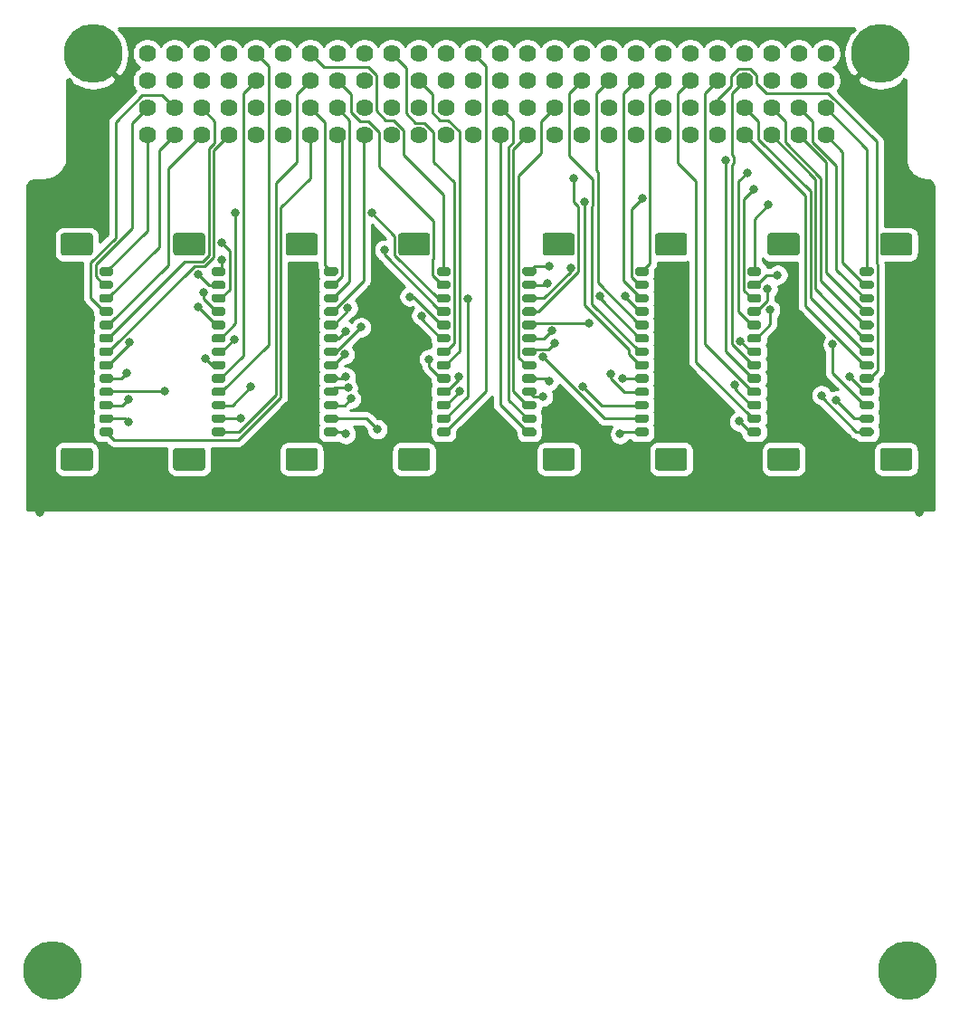
<source format=gbl>
G04 #@! TF.GenerationSoftware,KiCad,Pcbnew,5.1.6-1.fc32*
G04 #@! TF.CreationDate,2020-09-20T21:59:19-03:00*
G04 #@! TF.ProjectId,pc104-adapter-top,70633130-342d-4616-9461-707465722d74,v2.0*
G04 #@! TF.SameCoordinates,Original*
G04 #@! TF.FileFunction,Copper,L4,Bot*
G04 #@! TF.FilePolarity,Positive*
%FSLAX46Y46*%
G04 Gerber Fmt 4.6, Leading zero omitted, Abs format (unit mm)*
G04 Created by KiCad (PCBNEW 5.1.6-1.fc32) date 2020-09-20 21:59:19*
%MOMM*%
%LPD*%
G01*
G04 APERTURE LIST*
G04 #@! TA.AperFunction,ComponentPad*
%ADD10C,5.500000*%
G04 #@! TD*
G04 #@! TA.AperFunction,ViaPad*
%ADD11C,1.620000*%
G04 #@! TD*
G04 #@! TA.AperFunction,ViaPad*
%ADD12C,0.800000*%
G04 #@! TD*
G04 #@! TA.AperFunction,Conductor*
%ADD13C,0.250000*%
G04 #@! TD*
G04 #@! TA.AperFunction,Conductor*
%ADD14C,0.254000*%
G04 #@! TD*
G04 APERTURE END LIST*
D10*
X106270000Y-140336000D03*
X186330000Y-140336000D03*
D11*
X178650000Y-54636000D03*
X178650000Y-57176000D03*
X176110000Y-54636000D03*
X176110000Y-57176000D03*
X173570000Y-54636000D03*
X173570000Y-57176000D03*
X171030000Y-54636000D03*
X171030000Y-57176000D03*
X168490000Y-54636000D03*
X168490000Y-57176000D03*
X165950000Y-54636000D03*
X165950000Y-57176000D03*
X163410000Y-54636000D03*
X163410000Y-57176000D03*
X160870000Y-54636000D03*
X160870000Y-57176000D03*
X158330000Y-54636000D03*
X158330000Y-57176000D03*
X155790000Y-54636000D03*
X155790000Y-57176000D03*
X153250000Y-54636000D03*
X153250000Y-57176000D03*
X150710000Y-54636000D03*
X150710000Y-57176000D03*
X148170000Y-54636000D03*
X148170000Y-57176000D03*
X145630000Y-54636000D03*
X145630000Y-57176000D03*
X143090000Y-54636000D03*
X143090000Y-57176000D03*
X140550000Y-54636000D03*
X140550000Y-57176000D03*
X138010000Y-54636000D03*
X138010000Y-57176000D03*
X135470000Y-54636000D03*
X135470000Y-57176000D03*
X132930000Y-54636000D03*
X132930000Y-57176000D03*
X130390000Y-54636000D03*
X130390000Y-57176000D03*
X127850000Y-54636000D03*
X127850000Y-57176000D03*
X125310000Y-54636000D03*
X125310000Y-57176000D03*
X122770000Y-54636000D03*
X122770000Y-57176000D03*
X120230000Y-54636000D03*
X120230000Y-57176000D03*
X117690000Y-54636000D03*
X117690000Y-57176000D03*
X115150000Y-54636000D03*
X115150000Y-57176000D03*
X178650000Y-59716000D03*
X178650000Y-62256000D03*
X176110000Y-59716000D03*
X176110000Y-62256000D03*
X173570000Y-59716000D03*
X173570000Y-62256000D03*
X171030000Y-59716000D03*
X171030000Y-62256000D03*
X168490000Y-59716000D03*
X168490000Y-62256000D03*
X165950000Y-59716000D03*
X165950000Y-62256000D03*
X163410000Y-59716000D03*
X163410000Y-62256000D03*
X160870000Y-59716000D03*
X160870000Y-62256000D03*
X158330000Y-59716000D03*
X158330000Y-62256000D03*
X155790000Y-59716000D03*
X155790000Y-62256000D03*
X153250000Y-59716000D03*
X153250000Y-62256000D03*
X150710000Y-59716000D03*
X150710000Y-62256000D03*
X148170000Y-59716000D03*
X148170000Y-62256000D03*
X145630000Y-59716000D03*
X145630000Y-62256000D03*
X143090000Y-59716000D03*
X143090000Y-62256000D03*
X140550000Y-59716000D03*
X140550000Y-62256000D03*
X138010000Y-59716000D03*
X138010000Y-62256000D03*
X135470000Y-59716000D03*
X135470000Y-62256000D03*
X132930000Y-59716000D03*
X132930000Y-62256000D03*
X130390000Y-59716000D03*
X130390000Y-62256000D03*
X127850000Y-59716000D03*
X127850000Y-62256000D03*
X125310000Y-59716000D03*
X125310000Y-62256000D03*
X122770000Y-59716000D03*
X122770000Y-62256000D03*
X120230000Y-59716000D03*
X120230000Y-62256000D03*
X117690000Y-59716000D03*
X117690000Y-62256000D03*
X115150000Y-59716000D03*
X115150000Y-62256000D03*
G04 #@! TA.AperFunction,SMDPad,CuDef*
G36*
G01*
X183982000Y-91500000D02*
X186482000Y-91500000D01*
G75*
G02*
X186732000Y-91750000I0J-250000D01*
G01*
X186732000Y-93350000D01*
G75*
G02*
X186482000Y-93600000I-250000J0D01*
G01*
X183982000Y-93600000D01*
G75*
G02*
X183732000Y-93350000I0J250000D01*
G01*
X183732000Y-91750000D01*
G75*
G02*
X183982000Y-91500000I250000J0D01*
G01*
G37*
G04 #@! TD.AperFunction*
G04 #@! TA.AperFunction,SMDPad,CuDef*
G36*
G01*
X183982000Y-71400000D02*
X186482000Y-71400000D01*
G75*
G02*
X186732000Y-71650000I0J-250000D01*
G01*
X186732000Y-73250000D01*
G75*
G02*
X186482000Y-73500000I-250000J0D01*
G01*
X183982000Y-73500000D01*
G75*
G02*
X183732000Y-73250000I0J250000D01*
G01*
X183732000Y-71650000D01*
G75*
G02*
X183982000Y-71400000I250000J0D01*
G01*
G37*
G04 #@! TD.AperFunction*
G04 #@! TA.AperFunction,SMDPad,CuDef*
G36*
G01*
X182032000Y-89600000D02*
X182932000Y-89600000D01*
G75*
G02*
X183132000Y-89800000I0J-200000D01*
G01*
X183132000Y-90200000D01*
G75*
G02*
X182932000Y-90400000I-200000J0D01*
G01*
X182032000Y-90400000D01*
G75*
G02*
X181832000Y-90200000I0J200000D01*
G01*
X181832000Y-89800000D01*
G75*
G02*
X182032000Y-89600000I200000J0D01*
G01*
G37*
G04 #@! TD.AperFunction*
G04 #@! TA.AperFunction,SMDPad,CuDef*
G36*
G01*
X182032000Y-88350000D02*
X182932000Y-88350000D01*
G75*
G02*
X183132000Y-88550000I0J-200000D01*
G01*
X183132000Y-88950000D01*
G75*
G02*
X182932000Y-89150000I-200000J0D01*
G01*
X182032000Y-89150000D01*
G75*
G02*
X181832000Y-88950000I0J200000D01*
G01*
X181832000Y-88550000D01*
G75*
G02*
X182032000Y-88350000I200000J0D01*
G01*
G37*
G04 #@! TD.AperFunction*
G04 #@! TA.AperFunction,SMDPad,CuDef*
G36*
G01*
X182032000Y-87100000D02*
X182932000Y-87100000D01*
G75*
G02*
X183132000Y-87300000I0J-200000D01*
G01*
X183132000Y-87700000D01*
G75*
G02*
X182932000Y-87900000I-200000J0D01*
G01*
X182032000Y-87900000D01*
G75*
G02*
X181832000Y-87700000I0J200000D01*
G01*
X181832000Y-87300000D01*
G75*
G02*
X182032000Y-87100000I200000J0D01*
G01*
G37*
G04 #@! TD.AperFunction*
G04 #@! TA.AperFunction,SMDPad,CuDef*
G36*
G01*
X182032000Y-85850000D02*
X182932000Y-85850000D01*
G75*
G02*
X183132000Y-86050000I0J-200000D01*
G01*
X183132000Y-86450000D01*
G75*
G02*
X182932000Y-86650000I-200000J0D01*
G01*
X182032000Y-86650000D01*
G75*
G02*
X181832000Y-86450000I0J200000D01*
G01*
X181832000Y-86050000D01*
G75*
G02*
X182032000Y-85850000I200000J0D01*
G01*
G37*
G04 #@! TD.AperFunction*
G04 #@! TA.AperFunction,SMDPad,CuDef*
G36*
G01*
X182032000Y-84600000D02*
X182932000Y-84600000D01*
G75*
G02*
X183132000Y-84800000I0J-200000D01*
G01*
X183132000Y-85200000D01*
G75*
G02*
X182932000Y-85400000I-200000J0D01*
G01*
X182032000Y-85400000D01*
G75*
G02*
X181832000Y-85200000I0J200000D01*
G01*
X181832000Y-84800000D01*
G75*
G02*
X182032000Y-84600000I200000J0D01*
G01*
G37*
G04 #@! TD.AperFunction*
G04 #@! TA.AperFunction,SMDPad,CuDef*
G36*
G01*
X182032000Y-83350000D02*
X182932000Y-83350000D01*
G75*
G02*
X183132000Y-83550000I0J-200000D01*
G01*
X183132000Y-83950000D01*
G75*
G02*
X182932000Y-84150000I-200000J0D01*
G01*
X182032000Y-84150000D01*
G75*
G02*
X181832000Y-83950000I0J200000D01*
G01*
X181832000Y-83550000D01*
G75*
G02*
X182032000Y-83350000I200000J0D01*
G01*
G37*
G04 #@! TD.AperFunction*
G04 #@! TA.AperFunction,SMDPad,CuDef*
G36*
G01*
X182032000Y-82100000D02*
X182932000Y-82100000D01*
G75*
G02*
X183132000Y-82300000I0J-200000D01*
G01*
X183132000Y-82700000D01*
G75*
G02*
X182932000Y-82900000I-200000J0D01*
G01*
X182032000Y-82900000D01*
G75*
G02*
X181832000Y-82700000I0J200000D01*
G01*
X181832000Y-82300000D01*
G75*
G02*
X182032000Y-82100000I200000J0D01*
G01*
G37*
G04 #@! TD.AperFunction*
G04 #@! TA.AperFunction,SMDPad,CuDef*
G36*
G01*
X182032000Y-80850000D02*
X182932000Y-80850000D01*
G75*
G02*
X183132000Y-81050000I0J-200000D01*
G01*
X183132000Y-81450000D01*
G75*
G02*
X182932000Y-81650000I-200000J0D01*
G01*
X182032000Y-81650000D01*
G75*
G02*
X181832000Y-81450000I0J200000D01*
G01*
X181832000Y-81050000D01*
G75*
G02*
X182032000Y-80850000I200000J0D01*
G01*
G37*
G04 #@! TD.AperFunction*
G04 #@! TA.AperFunction,SMDPad,CuDef*
G36*
G01*
X182032000Y-79600000D02*
X182932000Y-79600000D01*
G75*
G02*
X183132000Y-79800000I0J-200000D01*
G01*
X183132000Y-80200000D01*
G75*
G02*
X182932000Y-80400000I-200000J0D01*
G01*
X182032000Y-80400000D01*
G75*
G02*
X181832000Y-80200000I0J200000D01*
G01*
X181832000Y-79800000D01*
G75*
G02*
X182032000Y-79600000I200000J0D01*
G01*
G37*
G04 #@! TD.AperFunction*
G04 #@! TA.AperFunction,SMDPad,CuDef*
G36*
G01*
X182032000Y-78350000D02*
X182932000Y-78350000D01*
G75*
G02*
X183132000Y-78550000I0J-200000D01*
G01*
X183132000Y-78950000D01*
G75*
G02*
X182932000Y-79150000I-200000J0D01*
G01*
X182032000Y-79150000D01*
G75*
G02*
X181832000Y-78950000I0J200000D01*
G01*
X181832000Y-78550000D01*
G75*
G02*
X182032000Y-78350000I200000J0D01*
G01*
G37*
G04 #@! TD.AperFunction*
G04 #@! TA.AperFunction,SMDPad,CuDef*
G36*
G01*
X182032000Y-77100000D02*
X182932000Y-77100000D01*
G75*
G02*
X183132000Y-77300000I0J-200000D01*
G01*
X183132000Y-77700000D01*
G75*
G02*
X182932000Y-77900000I-200000J0D01*
G01*
X182032000Y-77900000D01*
G75*
G02*
X181832000Y-77700000I0J200000D01*
G01*
X181832000Y-77300000D01*
G75*
G02*
X182032000Y-77100000I200000J0D01*
G01*
G37*
G04 #@! TD.AperFunction*
G04 #@! TA.AperFunction,SMDPad,CuDef*
G36*
G01*
X182032000Y-75850000D02*
X182932000Y-75850000D01*
G75*
G02*
X183132000Y-76050000I0J-200000D01*
G01*
X183132000Y-76450000D01*
G75*
G02*
X182932000Y-76650000I-200000J0D01*
G01*
X182032000Y-76650000D01*
G75*
G02*
X181832000Y-76450000I0J200000D01*
G01*
X181832000Y-76050000D01*
G75*
G02*
X182032000Y-75850000I200000J0D01*
G01*
G37*
G04 #@! TD.AperFunction*
G04 #@! TA.AperFunction,SMDPad,CuDef*
G36*
G01*
X182032000Y-74600000D02*
X182932000Y-74600000D01*
G75*
G02*
X183132000Y-74800000I0J-200000D01*
G01*
X183132000Y-75200000D01*
G75*
G02*
X182932000Y-75400000I-200000J0D01*
G01*
X182032000Y-75400000D01*
G75*
G02*
X181832000Y-75200000I0J200000D01*
G01*
X181832000Y-74800000D01*
G75*
G02*
X182032000Y-74600000I200000J0D01*
G01*
G37*
G04 #@! TD.AperFunction*
G04 #@! TA.AperFunction,SMDPad,CuDef*
G36*
G01*
X152408000Y-91500000D02*
X154908000Y-91500000D01*
G75*
G02*
X155158000Y-91750000I0J-250000D01*
G01*
X155158000Y-93350000D01*
G75*
G02*
X154908000Y-93600000I-250000J0D01*
G01*
X152408000Y-93600000D01*
G75*
G02*
X152158000Y-93350000I0J250000D01*
G01*
X152158000Y-91750000D01*
G75*
G02*
X152408000Y-91500000I250000J0D01*
G01*
G37*
G04 #@! TD.AperFunction*
G04 #@! TA.AperFunction,SMDPad,CuDef*
G36*
G01*
X152408000Y-71400000D02*
X154908000Y-71400000D01*
G75*
G02*
X155158000Y-71650000I0J-250000D01*
G01*
X155158000Y-73250000D01*
G75*
G02*
X154908000Y-73500000I-250000J0D01*
G01*
X152408000Y-73500000D01*
G75*
G02*
X152158000Y-73250000I0J250000D01*
G01*
X152158000Y-71650000D01*
G75*
G02*
X152408000Y-71400000I250000J0D01*
G01*
G37*
G04 #@! TD.AperFunction*
G04 #@! TA.AperFunction,SMDPad,CuDef*
G36*
G01*
X150458000Y-89600000D02*
X151358000Y-89600000D01*
G75*
G02*
X151558000Y-89800000I0J-200000D01*
G01*
X151558000Y-90200000D01*
G75*
G02*
X151358000Y-90400000I-200000J0D01*
G01*
X150458000Y-90400000D01*
G75*
G02*
X150258000Y-90200000I0J200000D01*
G01*
X150258000Y-89800000D01*
G75*
G02*
X150458000Y-89600000I200000J0D01*
G01*
G37*
G04 #@! TD.AperFunction*
G04 #@! TA.AperFunction,SMDPad,CuDef*
G36*
G01*
X150458000Y-88350000D02*
X151358000Y-88350000D01*
G75*
G02*
X151558000Y-88550000I0J-200000D01*
G01*
X151558000Y-88950000D01*
G75*
G02*
X151358000Y-89150000I-200000J0D01*
G01*
X150458000Y-89150000D01*
G75*
G02*
X150258000Y-88950000I0J200000D01*
G01*
X150258000Y-88550000D01*
G75*
G02*
X150458000Y-88350000I200000J0D01*
G01*
G37*
G04 #@! TD.AperFunction*
G04 #@! TA.AperFunction,SMDPad,CuDef*
G36*
G01*
X150458000Y-87100000D02*
X151358000Y-87100000D01*
G75*
G02*
X151558000Y-87300000I0J-200000D01*
G01*
X151558000Y-87700000D01*
G75*
G02*
X151358000Y-87900000I-200000J0D01*
G01*
X150458000Y-87900000D01*
G75*
G02*
X150258000Y-87700000I0J200000D01*
G01*
X150258000Y-87300000D01*
G75*
G02*
X150458000Y-87100000I200000J0D01*
G01*
G37*
G04 #@! TD.AperFunction*
G04 #@! TA.AperFunction,SMDPad,CuDef*
G36*
G01*
X150458000Y-85850000D02*
X151358000Y-85850000D01*
G75*
G02*
X151558000Y-86050000I0J-200000D01*
G01*
X151558000Y-86450000D01*
G75*
G02*
X151358000Y-86650000I-200000J0D01*
G01*
X150458000Y-86650000D01*
G75*
G02*
X150258000Y-86450000I0J200000D01*
G01*
X150258000Y-86050000D01*
G75*
G02*
X150458000Y-85850000I200000J0D01*
G01*
G37*
G04 #@! TD.AperFunction*
G04 #@! TA.AperFunction,SMDPad,CuDef*
G36*
G01*
X150458000Y-84600000D02*
X151358000Y-84600000D01*
G75*
G02*
X151558000Y-84800000I0J-200000D01*
G01*
X151558000Y-85200000D01*
G75*
G02*
X151358000Y-85400000I-200000J0D01*
G01*
X150458000Y-85400000D01*
G75*
G02*
X150258000Y-85200000I0J200000D01*
G01*
X150258000Y-84800000D01*
G75*
G02*
X150458000Y-84600000I200000J0D01*
G01*
G37*
G04 #@! TD.AperFunction*
G04 #@! TA.AperFunction,SMDPad,CuDef*
G36*
G01*
X150458000Y-83350000D02*
X151358000Y-83350000D01*
G75*
G02*
X151558000Y-83550000I0J-200000D01*
G01*
X151558000Y-83950000D01*
G75*
G02*
X151358000Y-84150000I-200000J0D01*
G01*
X150458000Y-84150000D01*
G75*
G02*
X150258000Y-83950000I0J200000D01*
G01*
X150258000Y-83550000D01*
G75*
G02*
X150458000Y-83350000I200000J0D01*
G01*
G37*
G04 #@! TD.AperFunction*
G04 #@! TA.AperFunction,SMDPad,CuDef*
G36*
G01*
X150458000Y-82100000D02*
X151358000Y-82100000D01*
G75*
G02*
X151558000Y-82300000I0J-200000D01*
G01*
X151558000Y-82700000D01*
G75*
G02*
X151358000Y-82900000I-200000J0D01*
G01*
X150458000Y-82900000D01*
G75*
G02*
X150258000Y-82700000I0J200000D01*
G01*
X150258000Y-82300000D01*
G75*
G02*
X150458000Y-82100000I200000J0D01*
G01*
G37*
G04 #@! TD.AperFunction*
G04 #@! TA.AperFunction,SMDPad,CuDef*
G36*
G01*
X150458000Y-80850000D02*
X151358000Y-80850000D01*
G75*
G02*
X151558000Y-81050000I0J-200000D01*
G01*
X151558000Y-81450000D01*
G75*
G02*
X151358000Y-81650000I-200000J0D01*
G01*
X150458000Y-81650000D01*
G75*
G02*
X150258000Y-81450000I0J200000D01*
G01*
X150258000Y-81050000D01*
G75*
G02*
X150458000Y-80850000I200000J0D01*
G01*
G37*
G04 #@! TD.AperFunction*
G04 #@! TA.AperFunction,SMDPad,CuDef*
G36*
G01*
X150458000Y-79600000D02*
X151358000Y-79600000D01*
G75*
G02*
X151558000Y-79800000I0J-200000D01*
G01*
X151558000Y-80200000D01*
G75*
G02*
X151358000Y-80400000I-200000J0D01*
G01*
X150458000Y-80400000D01*
G75*
G02*
X150258000Y-80200000I0J200000D01*
G01*
X150258000Y-79800000D01*
G75*
G02*
X150458000Y-79600000I200000J0D01*
G01*
G37*
G04 #@! TD.AperFunction*
G04 #@! TA.AperFunction,SMDPad,CuDef*
G36*
G01*
X150458000Y-78350000D02*
X151358000Y-78350000D01*
G75*
G02*
X151558000Y-78550000I0J-200000D01*
G01*
X151558000Y-78950000D01*
G75*
G02*
X151358000Y-79150000I-200000J0D01*
G01*
X150458000Y-79150000D01*
G75*
G02*
X150258000Y-78950000I0J200000D01*
G01*
X150258000Y-78550000D01*
G75*
G02*
X150458000Y-78350000I200000J0D01*
G01*
G37*
G04 #@! TD.AperFunction*
G04 #@! TA.AperFunction,SMDPad,CuDef*
G36*
G01*
X150458000Y-77100000D02*
X151358000Y-77100000D01*
G75*
G02*
X151558000Y-77300000I0J-200000D01*
G01*
X151558000Y-77700000D01*
G75*
G02*
X151358000Y-77900000I-200000J0D01*
G01*
X150458000Y-77900000D01*
G75*
G02*
X150258000Y-77700000I0J200000D01*
G01*
X150258000Y-77300000D01*
G75*
G02*
X150458000Y-77100000I200000J0D01*
G01*
G37*
G04 #@! TD.AperFunction*
G04 #@! TA.AperFunction,SMDPad,CuDef*
G36*
G01*
X150458000Y-75850000D02*
X151358000Y-75850000D01*
G75*
G02*
X151558000Y-76050000I0J-200000D01*
G01*
X151558000Y-76450000D01*
G75*
G02*
X151358000Y-76650000I-200000J0D01*
G01*
X150458000Y-76650000D01*
G75*
G02*
X150258000Y-76450000I0J200000D01*
G01*
X150258000Y-76050000D01*
G75*
G02*
X150458000Y-75850000I200000J0D01*
G01*
G37*
G04 #@! TD.AperFunction*
G04 #@! TA.AperFunction,SMDPad,CuDef*
G36*
G01*
X150458000Y-74600000D02*
X151358000Y-74600000D01*
G75*
G02*
X151558000Y-74800000I0J-200000D01*
G01*
X151558000Y-75200000D01*
G75*
G02*
X151358000Y-75400000I-200000J0D01*
G01*
X150458000Y-75400000D01*
G75*
G02*
X150258000Y-75200000I0J200000D01*
G01*
X150258000Y-74800000D01*
G75*
G02*
X150458000Y-74600000I200000J0D01*
G01*
G37*
G04 #@! TD.AperFunction*
G04 #@! TA.AperFunction,SMDPad,CuDef*
G36*
G01*
X130859000Y-73500000D02*
X128359000Y-73500000D01*
G75*
G02*
X128109000Y-73250000I0J250000D01*
G01*
X128109000Y-71650000D01*
G75*
G02*
X128359000Y-71400000I250000J0D01*
G01*
X130859000Y-71400000D01*
G75*
G02*
X131109000Y-71650000I0J-250000D01*
G01*
X131109000Y-73250000D01*
G75*
G02*
X130859000Y-73500000I-250000J0D01*
G01*
G37*
G04 #@! TD.AperFunction*
G04 #@! TA.AperFunction,SMDPad,CuDef*
G36*
G01*
X130859000Y-93600000D02*
X128359000Y-93600000D01*
G75*
G02*
X128109000Y-93350000I0J250000D01*
G01*
X128109000Y-91750000D01*
G75*
G02*
X128359000Y-91500000I250000J0D01*
G01*
X130859000Y-91500000D01*
G75*
G02*
X131109000Y-91750000I0J-250000D01*
G01*
X131109000Y-93350000D01*
G75*
G02*
X130859000Y-93600000I-250000J0D01*
G01*
G37*
G04 #@! TD.AperFunction*
G04 #@! TA.AperFunction,SMDPad,CuDef*
G36*
G01*
X132809000Y-75400000D02*
X131909000Y-75400000D01*
G75*
G02*
X131709000Y-75200000I0J200000D01*
G01*
X131709000Y-74800000D01*
G75*
G02*
X131909000Y-74600000I200000J0D01*
G01*
X132809000Y-74600000D01*
G75*
G02*
X133009000Y-74800000I0J-200000D01*
G01*
X133009000Y-75200000D01*
G75*
G02*
X132809000Y-75400000I-200000J0D01*
G01*
G37*
G04 #@! TD.AperFunction*
G04 #@! TA.AperFunction,SMDPad,CuDef*
G36*
G01*
X132809000Y-76650000D02*
X131909000Y-76650000D01*
G75*
G02*
X131709000Y-76450000I0J200000D01*
G01*
X131709000Y-76050000D01*
G75*
G02*
X131909000Y-75850000I200000J0D01*
G01*
X132809000Y-75850000D01*
G75*
G02*
X133009000Y-76050000I0J-200000D01*
G01*
X133009000Y-76450000D01*
G75*
G02*
X132809000Y-76650000I-200000J0D01*
G01*
G37*
G04 #@! TD.AperFunction*
G04 #@! TA.AperFunction,SMDPad,CuDef*
G36*
G01*
X132809000Y-77900000D02*
X131909000Y-77900000D01*
G75*
G02*
X131709000Y-77700000I0J200000D01*
G01*
X131709000Y-77300000D01*
G75*
G02*
X131909000Y-77100000I200000J0D01*
G01*
X132809000Y-77100000D01*
G75*
G02*
X133009000Y-77300000I0J-200000D01*
G01*
X133009000Y-77700000D01*
G75*
G02*
X132809000Y-77900000I-200000J0D01*
G01*
G37*
G04 #@! TD.AperFunction*
G04 #@! TA.AperFunction,SMDPad,CuDef*
G36*
G01*
X132809000Y-79150000D02*
X131909000Y-79150000D01*
G75*
G02*
X131709000Y-78950000I0J200000D01*
G01*
X131709000Y-78550000D01*
G75*
G02*
X131909000Y-78350000I200000J0D01*
G01*
X132809000Y-78350000D01*
G75*
G02*
X133009000Y-78550000I0J-200000D01*
G01*
X133009000Y-78950000D01*
G75*
G02*
X132809000Y-79150000I-200000J0D01*
G01*
G37*
G04 #@! TD.AperFunction*
G04 #@! TA.AperFunction,SMDPad,CuDef*
G36*
G01*
X132809000Y-80400000D02*
X131909000Y-80400000D01*
G75*
G02*
X131709000Y-80200000I0J200000D01*
G01*
X131709000Y-79800000D01*
G75*
G02*
X131909000Y-79600000I200000J0D01*
G01*
X132809000Y-79600000D01*
G75*
G02*
X133009000Y-79800000I0J-200000D01*
G01*
X133009000Y-80200000D01*
G75*
G02*
X132809000Y-80400000I-200000J0D01*
G01*
G37*
G04 #@! TD.AperFunction*
G04 #@! TA.AperFunction,SMDPad,CuDef*
G36*
G01*
X132809000Y-81650000D02*
X131909000Y-81650000D01*
G75*
G02*
X131709000Y-81450000I0J200000D01*
G01*
X131709000Y-81050000D01*
G75*
G02*
X131909000Y-80850000I200000J0D01*
G01*
X132809000Y-80850000D01*
G75*
G02*
X133009000Y-81050000I0J-200000D01*
G01*
X133009000Y-81450000D01*
G75*
G02*
X132809000Y-81650000I-200000J0D01*
G01*
G37*
G04 #@! TD.AperFunction*
G04 #@! TA.AperFunction,SMDPad,CuDef*
G36*
G01*
X132809000Y-82900000D02*
X131909000Y-82900000D01*
G75*
G02*
X131709000Y-82700000I0J200000D01*
G01*
X131709000Y-82300000D01*
G75*
G02*
X131909000Y-82100000I200000J0D01*
G01*
X132809000Y-82100000D01*
G75*
G02*
X133009000Y-82300000I0J-200000D01*
G01*
X133009000Y-82700000D01*
G75*
G02*
X132809000Y-82900000I-200000J0D01*
G01*
G37*
G04 #@! TD.AperFunction*
G04 #@! TA.AperFunction,SMDPad,CuDef*
G36*
G01*
X132809000Y-84150000D02*
X131909000Y-84150000D01*
G75*
G02*
X131709000Y-83950000I0J200000D01*
G01*
X131709000Y-83550000D01*
G75*
G02*
X131909000Y-83350000I200000J0D01*
G01*
X132809000Y-83350000D01*
G75*
G02*
X133009000Y-83550000I0J-200000D01*
G01*
X133009000Y-83950000D01*
G75*
G02*
X132809000Y-84150000I-200000J0D01*
G01*
G37*
G04 #@! TD.AperFunction*
G04 #@! TA.AperFunction,SMDPad,CuDef*
G36*
G01*
X132809000Y-85400000D02*
X131909000Y-85400000D01*
G75*
G02*
X131709000Y-85200000I0J200000D01*
G01*
X131709000Y-84800000D01*
G75*
G02*
X131909000Y-84600000I200000J0D01*
G01*
X132809000Y-84600000D01*
G75*
G02*
X133009000Y-84800000I0J-200000D01*
G01*
X133009000Y-85200000D01*
G75*
G02*
X132809000Y-85400000I-200000J0D01*
G01*
G37*
G04 #@! TD.AperFunction*
G04 #@! TA.AperFunction,SMDPad,CuDef*
G36*
G01*
X132809000Y-86650000D02*
X131909000Y-86650000D01*
G75*
G02*
X131709000Y-86450000I0J200000D01*
G01*
X131709000Y-86050000D01*
G75*
G02*
X131909000Y-85850000I200000J0D01*
G01*
X132809000Y-85850000D01*
G75*
G02*
X133009000Y-86050000I0J-200000D01*
G01*
X133009000Y-86450000D01*
G75*
G02*
X132809000Y-86650000I-200000J0D01*
G01*
G37*
G04 #@! TD.AperFunction*
G04 #@! TA.AperFunction,SMDPad,CuDef*
G36*
G01*
X132809000Y-87900000D02*
X131909000Y-87900000D01*
G75*
G02*
X131709000Y-87700000I0J200000D01*
G01*
X131709000Y-87300000D01*
G75*
G02*
X131909000Y-87100000I200000J0D01*
G01*
X132809000Y-87100000D01*
G75*
G02*
X133009000Y-87300000I0J-200000D01*
G01*
X133009000Y-87700000D01*
G75*
G02*
X132809000Y-87900000I-200000J0D01*
G01*
G37*
G04 #@! TD.AperFunction*
G04 #@! TA.AperFunction,SMDPad,CuDef*
G36*
G01*
X132809000Y-89150000D02*
X131909000Y-89150000D01*
G75*
G02*
X131709000Y-88950000I0J200000D01*
G01*
X131709000Y-88550000D01*
G75*
G02*
X131909000Y-88350000I200000J0D01*
G01*
X132809000Y-88350000D01*
G75*
G02*
X133009000Y-88550000I0J-200000D01*
G01*
X133009000Y-88950000D01*
G75*
G02*
X132809000Y-89150000I-200000J0D01*
G01*
G37*
G04 #@! TD.AperFunction*
G04 #@! TA.AperFunction,SMDPad,CuDef*
G36*
G01*
X132809000Y-90400000D02*
X131909000Y-90400000D01*
G75*
G02*
X131709000Y-90200000I0J200000D01*
G01*
X131709000Y-89800000D01*
G75*
G02*
X131909000Y-89600000I200000J0D01*
G01*
X132809000Y-89600000D01*
G75*
G02*
X133009000Y-89800000I0J-200000D01*
G01*
X133009000Y-90200000D01*
G75*
G02*
X132809000Y-90400000I-200000J0D01*
G01*
G37*
G04 #@! TD.AperFunction*
G04 #@! TA.AperFunction,SMDPad,CuDef*
G36*
G01*
X109810000Y-73500000D02*
X107310000Y-73500000D01*
G75*
G02*
X107060000Y-73250000I0J250000D01*
G01*
X107060000Y-71650000D01*
G75*
G02*
X107310000Y-71400000I250000J0D01*
G01*
X109810000Y-71400000D01*
G75*
G02*
X110060000Y-71650000I0J-250000D01*
G01*
X110060000Y-73250000D01*
G75*
G02*
X109810000Y-73500000I-250000J0D01*
G01*
G37*
G04 #@! TD.AperFunction*
G04 #@! TA.AperFunction,SMDPad,CuDef*
G36*
G01*
X109810000Y-93600000D02*
X107310000Y-93600000D01*
G75*
G02*
X107060000Y-93350000I0J250000D01*
G01*
X107060000Y-91750000D01*
G75*
G02*
X107310000Y-91500000I250000J0D01*
G01*
X109810000Y-91500000D01*
G75*
G02*
X110060000Y-91750000I0J-250000D01*
G01*
X110060000Y-93350000D01*
G75*
G02*
X109810000Y-93600000I-250000J0D01*
G01*
G37*
G04 #@! TD.AperFunction*
G04 #@! TA.AperFunction,SMDPad,CuDef*
G36*
G01*
X111760000Y-75400000D02*
X110860000Y-75400000D01*
G75*
G02*
X110660000Y-75200000I0J200000D01*
G01*
X110660000Y-74800000D01*
G75*
G02*
X110860000Y-74600000I200000J0D01*
G01*
X111760000Y-74600000D01*
G75*
G02*
X111960000Y-74800000I0J-200000D01*
G01*
X111960000Y-75200000D01*
G75*
G02*
X111760000Y-75400000I-200000J0D01*
G01*
G37*
G04 #@! TD.AperFunction*
G04 #@! TA.AperFunction,SMDPad,CuDef*
G36*
G01*
X111760000Y-76650000D02*
X110860000Y-76650000D01*
G75*
G02*
X110660000Y-76450000I0J200000D01*
G01*
X110660000Y-76050000D01*
G75*
G02*
X110860000Y-75850000I200000J0D01*
G01*
X111760000Y-75850000D01*
G75*
G02*
X111960000Y-76050000I0J-200000D01*
G01*
X111960000Y-76450000D01*
G75*
G02*
X111760000Y-76650000I-200000J0D01*
G01*
G37*
G04 #@! TD.AperFunction*
G04 #@! TA.AperFunction,SMDPad,CuDef*
G36*
G01*
X111760000Y-77900000D02*
X110860000Y-77900000D01*
G75*
G02*
X110660000Y-77700000I0J200000D01*
G01*
X110660000Y-77300000D01*
G75*
G02*
X110860000Y-77100000I200000J0D01*
G01*
X111760000Y-77100000D01*
G75*
G02*
X111960000Y-77300000I0J-200000D01*
G01*
X111960000Y-77700000D01*
G75*
G02*
X111760000Y-77900000I-200000J0D01*
G01*
G37*
G04 #@! TD.AperFunction*
G04 #@! TA.AperFunction,SMDPad,CuDef*
G36*
G01*
X111760000Y-79150000D02*
X110860000Y-79150000D01*
G75*
G02*
X110660000Y-78950000I0J200000D01*
G01*
X110660000Y-78550000D01*
G75*
G02*
X110860000Y-78350000I200000J0D01*
G01*
X111760000Y-78350000D01*
G75*
G02*
X111960000Y-78550000I0J-200000D01*
G01*
X111960000Y-78950000D01*
G75*
G02*
X111760000Y-79150000I-200000J0D01*
G01*
G37*
G04 #@! TD.AperFunction*
G04 #@! TA.AperFunction,SMDPad,CuDef*
G36*
G01*
X111760000Y-80400000D02*
X110860000Y-80400000D01*
G75*
G02*
X110660000Y-80200000I0J200000D01*
G01*
X110660000Y-79800000D01*
G75*
G02*
X110860000Y-79600000I200000J0D01*
G01*
X111760000Y-79600000D01*
G75*
G02*
X111960000Y-79800000I0J-200000D01*
G01*
X111960000Y-80200000D01*
G75*
G02*
X111760000Y-80400000I-200000J0D01*
G01*
G37*
G04 #@! TD.AperFunction*
G04 #@! TA.AperFunction,SMDPad,CuDef*
G36*
G01*
X111760000Y-81650000D02*
X110860000Y-81650000D01*
G75*
G02*
X110660000Y-81450000I0J200000D01*
G01*
X110660000Y-81050000D01*
G75*
G02*
X110860000Y-80850000I200000J0D01*
G01*
X111760000Y-80850000D01*
G75*
G02*
X111960000Y-81050000I0J-200000D01*
G01*
X111960000Y-81450000D01*
G75*
G02*
X111760000Y-81650000I-200000J0D01*
G01*
G37*
G04 #@! TD.AperFunction*
G04 #@! TA.AperFunction,SMDPad,CuDef*
G36*
G01*
X111760000Y-82900000D02*
X110860000Y-82900000D01*
G75*
G02*
X110660000Y-82700000I0J200000D01*
G01*
X110660000Y-82300000D01*
G75*
G02*
X110860000Y-82100000I200000J0D01*
G01*
X111760000Y-82100000D01*
G75*
G02*
X111960000Y-82300000I0J-200000D01*
G01*
X111960000Y-82700000D01*
G75*
G02*
X111760000Y-82900000I-200000J0D01*
G01*
G37*
G04 #@! TD.AperFunction*
G04 #@! TA.AperFunction,SMDPad,CuDef*
G36*
G01*
X111760000Y-84150000D02*
X110860000Y-84150000D01*
G75*
G02*
X110660000Y-83950000I0J200000D01*
G01*
X110660000Y-83550000D01*
G75*
G02*
X110860000Y-83350000I200000J0D01*
G01*
X111760000Y-83350000D01*
G75*
G02*
X111960000Y-83550000I0J-200000D01*
G01*
X111960000Y-83950000D01*
G75*
G02*
X111760000Y-84150000I-200000J0D01*
G01*
G37*
G04 #@! TD.AperFunction*
G04 #@! TA.AperFunction,SMDPad,CuDef*
G36*
G01*
X111760000Y-85400000D02*
X110860000Y-85400000D01*
G75*
G02*
X110660000Y-85200000I0J200000D01*
G01*
X110660000Y-84800000D01*
G75*
G02*
X110860000Y-84600000I200000J0D01*
G01*
X111760000Y-84600000D01*
G75*
G02*
X111960000Y-84800000I0J-200000D01*
G01*
X111960000Y-85200000D01*
G75*
G02*
X111760000Y-85400000I-200000J0D01*
G01*
G37*
G04 #@! TD.AperFunction*
G04 #@! TA.AperFunction,SMDPad,CuDef*
G36*
G01*
X111760000Y-86650000D02*
X110860000Y-86650000D01*
G75*
G02*
X110660000Y-86450000I0J200000D01*
G01*
X110660000Y-86050000D01*
G75*
G02*
X110860000Y-85850000I200000J0D01*
G01*
X111760000Y-85850000D01*
G75*
G02*
X111960000Y-86050000I0J-200000D01*
G01*
X111960000Y-86450000D01*
G75*
G02*
X111760000Y-86650000I-200000J0D01*
G01*
G37*
G04 #@! TD.AperFunction*
G04 #@! TA.AperFunction,SMDPad,CuDef*
G36*
G01*
X111760000Y-87900000D02*
X110860000Y-87900000D01*
G75*
G02*
X110660000Y-87700000I0J200000D01*
G01*
X110660000Y-87300000D01*
G75*
G02*
X110860000Y-87100000I200000J0D01*
G01*
X111760000Y-87100000D01*
G75*
G02*
X111960000Y-87300000I0J-200000D01*
G01*
X111960000Y-87700000D01*
G75*
G02*
X111760000Y-87900000I-200000J0D01*
G01*
G37*
G04 #@! TD.AperFunction*
G04 #@! TA.AperFunction,SMDPad,CuDef*
G36*
G01*
X111760000Y-89150000D02*
X110860000Y-89150000D01*
G75*
G02*
X110660000Y-88950000I0J200000D01*
G01*
X110660000Y-88550000D01*
G75*
G02*
X110860000Y-88350000I200000J0D01*
G01*
X111760000Y-88350000D01*
G75*
G02*
X111960000Y-88550000I0J-200000D01*
G01*
X111960000Y-88950000D01*
G75*
G02*
X111760000Y-89150000I-200000J0D01*
G01*
G37*
G04 #@! TD.AperFunction*
G04 #@! TA.AperFunction,SMDPad,CuDef*
G36*
G01*
X111760000Y-90400000D02*
X110860000Y-90400000D01*
G75*
G02*
X110660000Y-90200000I0J200000D01*
G01*
X110660000Y-89800000D01*
G75*
G02*
X110860000Y-89600000I200000J0D01*
G01*
X111760000Y-89600000D01*
G75*
G02*
X111960000Y-89800000I0J-200000D01*
G01*
X111960000Y-90200000D01*
G75*
G02*
X111760000Y-90400000I-200000J0D01*
G01*
G37*
G04 #@! TD.AperFunction*
G04 #@! TA.AperFunction,SMDPad,CuDef*
G36*
G01*
X173458000Y-91500000D02*
X175958000Y-91500000D01*
G75*
G02*
X176208000Y-91750000I0J-250000D01*
G01*
X176208000Y-93350000D01*
G75*
G02*
X175958000Y-93600000I-250000J0D01*
G01*
X173458000Y-93600000D01*
G75*
G02*
X173208000Y-93350000I0J250000D01*
G01*
X173208000Y-91750000D01*
G75*
G02*
X173458000Y-91500000I250000J0D01*
G01*
G37*
G04 #@! TD.AperFunction*
G04 #@! TA.AperFunction,SMDPad,CuDef*
G36*
G01*
X173458000Y-71400000D02*
X175958000Y-71400000D01*
G75*
G02*
X176208000Y-71650000I0J-250000D01*
G01*
X176208000Y-73250000D01*
G75*
G02*
X175958000Y-73500000I-250000J0D01*
G01*
X173458000Y-73500000D01*
G75*
G02*
X173208000Y-73250000I0J250000D01*
G01*
X173208000Y-71650000D01*
G75*
G02*
X173458000Y-71400000I250000J0D01*
G01*
G37*
G04 #@! TD.AperFunction*
G04 #@! TA.AperFunction,SMDPad,CuDef*
G36*
G01*
X171508000Y-89600000D02*
X172408000Y-89600000D01*
G75*
G02*
X172608000Y-89800000I0J-200000D01*
G01*
X172608000Y-90200000D01*
G75*
G02*
X172408000Y-90400000I-200000J0D01*
G01*
X171508000Y-90400000D01*
G75*
G02*
X171308000Y-90200000I0J200000D01*
G01*
X171308000Y-89800000D01*
G75*
G02*
X171508000Y-89600000I200000J0D01*
G01*
G37*
G04 #@! TD.AperFunction*
G04 #@! TA.AperFunction,SMDPad,CuDef*
G36*
G01*
X171508000Y-88350000D02*
X172408000Y-88350000D01*
G75*
G02*
X172608000Y-88550000I0J-200000D01*
G01*
X172608000Y-88950000D01*
G75*
G02*
X172408000Y-89150000I-200000J0D01*
G01*
X171508000Y-89150000D01*
G75*
G02*
X171308000Y-88950000I0J200000D01*
G01*
X171308000Y-88550000D01*
G75*
G02*
X171508000Y-88350000I200000J0D01*
G01*
G37*
G04 #@! TD.AperFunction*
G04 #@! TA.AperFunction,SMDPad,CuDef*
G36*
G01*
X171508000Y-87100000D02*
X172408000Y-87100000D01*
G75*
G02*
X172608000Y-87300000I0J-200000D01*
G01*
X172608000Y-87700000D01*
G75*
G02*
X172408000Y-87900000I-200000J0D01*
G01*
X171508000Y-87900000D01*
G75*
G02*
X171308000Y-87700000I0J200000D01*
G01*
X171308000Y-87300000D01*
G75*
G02*
X171508000Y-87100000I200000J0D01*
G01*
G37*
G04 #@! TD.AperFunction*
G04 #@! TA.AperFunction,SMDPad,CuDef*
G36*
G01*
X171508000Y-85850000D02*
X172408000Y-85850000D01*
G75*
G02*
X172608000Y-86050000I0J-200000D01*
G01*
X172608000Y-86450000D01*
G75*
G02*
X172408000Y-86650000I-200000J0D01*
G01*
X171508000Y-86650000D01*
G75*
G02*
X171308000Y-86450000I0J200000D01*
G01*
X171308000Y-86050000D01*
G75*
G02*
X171508000Y-85850000I200000J0D01*
G01*
G37*
G04 #@! TD.AperFunction*
G04 #@! TA.AperFunction,SMDPad,CuDef*
G36*
G01*
X171508000Y-84600000D02*
X172408000Y-84600000D01*
G75*
G02*
X172608000Y-84800000I0J-200000D01*
G01*
X172608000Y-85200000D01*
G75*
G02*
X172408000Y-85400000I-200000J0D01*
G01*
X171508000Y-85400000D01*
G75*
G02*
X171308000Y-85200000I0J200000D01*
G01*
X171308000Y-84800000D01*
G75*
G02*
X171508000Y-84600000I200000J0D01*
G01*
G37*
G04 #@! TD.AperFunction*
G04 #@! TA.AperFunction,SMDPad,CuDef*
G36*
G01*
X171508000Y-83350000D02*
X172408000Y-83350000D01*
G75*
G02*
X172608000Y-83550000I0J-200000D01*
G01*
X172608000Y-83950000D01*
G75*
G02*
X172408000Y-84150000I-200000J0D01*
G01*
X171508000Y-84150000D01*
G75*
G02*
X171308000Y-83950000I0J200000D01*
G01*
X171308000Y-83550000D01*
G75*
G02*
X171508000Y-83350000I200000J0D01*
G01*
G37*
G04 #@! TD.AperFunction*
G04 #@! TA.AperFunction,SMDPad,CuDef*
G36*
G01*
X171508000Y-82100000D02*
X172408000Y-82100000D01*
G75*
G02*
X172608000Y-82300000I0J-200000D01*
G01*
X172608000Y-82700000D01*
G75*
G02*
X172408000Y-82900000I-200000J0D01*
G01*
X171508000Y-82900000D01*
G75*
G02*
X171308000Y-82700000I0J200000D01*
G01*
X171308000Y-82300000D01*
G75*
G02*
X171508000Y-82100000I200000J0D01*
G01*
G37*
G04 #@! TD.AperFunction*
G04 #@! TA.AperFunction,SMDPad,CuDef*
G36*
G01*
X171508000Y-80850000D02*
X172408000Y-80850000D01*
G75*
G02*
X172608000Y-81050000I0J-200000D01*
G01*
X172608000Y-81450000D01*
G75*
G02*
X172408000Y-81650000I-200000J0D01*
G01*
X171508000Y-81650000D01*
G75*
G02*
X171308000Y-81450000I0J200000D01*
G01*
X171308000Y-81050000D01*
G75*
G02*
X171508000Y-80850000I200000J0D01*
G01*
G37*
G04 #@! TD.AperFunction*
G04 #@! TA.AperFunction,SMDPad,CuDef*
G36*
G01*
X171508000Y-79600000D02*
X172408000Y-79600000D01*
G75*
G02*
X172608000Y-79800000I0J-200000D01*
G01*
X172608000Y-80200000D01*
G75*
G02*
X172408000Y-80400000I-200000J0D01*
G01*
X171508000Y-80400000D01*
G75*
G02*
X171308000Y-80200000I0J200000D01*
G01*
X171308000Y-79800000D01*
G75*
G02*
X171508000Y-79600000I200000J0D01*
G01*
G37*
G04 #@! TD.AperFunction*
G04 #@! TA.AperFunction,SMDPad,CuDef*
G36*
G01*
X171508000Y-78350000D02*
X172408000Y-78350000D01*
G75*
G02*
X172608000Y-78550000I0J-200000D01*
G01*
X172608000Y-78950000D01*
G75*
G02*
X172408000Y-79150000I-200000J0D01*
G01*
X171508000Y-79150000D01*
G75*
G02*
X171308000Y-78950000I0J200000D01*
G01*
X171308000Y-78550000D01*
G75*
G02*
X171508000Y-78350000I200000J0D01*
G01*
G37*
G04 #@! TD.AperFunction*
G04 #@! TA.AperFunction,SMDPad,CuDef*
G36*
G01*
X171508000Y-77100000D02*
X172408000Y-77100000D01*
G75*
G02*
X172608000Y-77300000I0J-200000D01*
G01*
X172608000Y-77700000D01*
G75*
G02*
X172408000Y-77900000I-200000J0D01*
G01*
X171508000Y-77900000D01*
G75*
G02*
X171308000Y-77700000I0J200000D01*
G01*
X171308000Y-77300000D01*
G75*
G02*
X171508000Y-77100000I200000J0D01*
G01*
G37*
G04 #@! TD.AperFunction*
G04 #@! TA.AperFunction,SMDPad,CuDef*
G36*
G01*
X171508000Y-75850000D02*
X172408000Y-75850000D01*
G75*
G02*
X172608000Y-76050000I0J-200000D01*
G01*
X172608000Y-76450000D01*
G75*
G02*
X172408000Y-76650000I-200000J0D01*
G01*
X171508000Y-76650000D01*
G75*
G02*
X171308000Y-76450000I0J200000D01*
G01*
X171308000Y-76050000D01*
G75*
G02*
X171508000Y-75850000I200000J0D01*
G01*
G37*
G04 #@! TD.AperFunction*
G04 #@! TA.AperFunction,SMDPad,CuDef*
G36*
G01*
X171508000Y-74600000D02*
X172408000Y-74600000D01*
G75*
G02*
X172608000Y-74800000I0J-200000D01*
G01*
X172608000Y-75200000D01*
G75*
G02*
X172408000Y-75400000I-200000J0D01*
G01*
X171508000Y-75400000D01*
G75*
G02*
X171308000Y-75200000I0J200000D01*
G01*
X171308000Y-74800000D01*
G75*
G02*
X171508000Y-74600000I200000J0D01*
G01*
G37*
G04 #@! TD.AperFunction*
G04 #@! TA.AperFunction,SMDPad,CuDef*
G36*
G01*
X162933000Y-91500000D02*
X165433000Y-91500000D01*
G75*
G02*
X165683000Y-91750000I0J-250000D01*
G01*
X165683000Y-93350000D01*
G75*
G02*
X165433000Y-93600000I-250000J0D01*
G01*
X162933000Y-93600000D01*
G75*
G02*
X162683000Y-93350000I0J250000D01*
G01*
X162683000Y-91750000D01*
G75*
G02*
X162933000Y-91500000I250000J0D01*
G01*
G37*
G04 #@! TD.AperFunction*
G04 #@! TA.AperFunction,SMDPad,CuDef*
G36*
G01*
X162933000Y-71400000D02*
X165433000Y-71400000D01*
G75*
G02*
X165683000Y-71650000I0J-250000D01*
G01*
X165683000Y-73250000D01*
G75*
G02*
X165433000Y-73500000I-250000J0D01*
G01*
X162933000Y-73500000D01*
G75*
G02*
X162683000Y-73250000I0J250000D01*
G01*
X162683000Y-71650000D01*
G75*
G02*
X162933000Y-71400000I250000J0D01*
G01*
G37*
G04 #@! TD.AperFunction*
G04 #@! TA.AperFunction,SMDPad,CuDef*
G36*
G01*
X160983000Y-89600000D02*
X161883000Y-89600000D01*
G75*
G02*
X162083000Y-89800000I0J-200000D01*
G01*
X162083000Y-90200000D01*
G75*
G02*
X161883000Y-90400000I-200000J0D01*
G01*
X160983000Y-90400000D01*
G75*
G02*
X160783000Y-90200000I0J200000D01*
G01*
X160783000Y-89800000D01*
G75*
G02*
X160983000Y-89600000I200000J0D01*
G01*
G37*
G04 #@! TD.AperFunction*
G04 #@! TA.AperFunction,SMDPad,CuDef*
G36*
G01*
X160983000Y-88350000D02*
X161883000Y-88350000D01*
G75*
G02*
X162083000Y-88550000I0J-200000D01*
G01*
X162083000Y-88950000D01*
G75*
G02*
X161883000Y-89150000I-200000J0D01*
G01*
X160983000Y-89150000D01*
G75*
G02*
X160783000Y-88950000I0J200000D01*
G01*
X160783000Y-88550000D01*
G75*
G02*
X160983000Y-88350000I200000J0D01*
G01*
G37*
G04 #@! TD.AperFunction*
G04 #@! TA.AperFunction,SMDPad,CuDef*
G36*
G01*
X160983000Y-87100000D02*
X161883000Y-87100000D01*
G75*
G02*
X162083000Y-87300000I0J-200000D01*
G01*
X162083000Y-87700000D01*
G75*
G02*
X161883000Y-87900000I-200000J0D01*
G01*
X160983000Y-87900000D01*
G75*
G02*
X160783000Y-87700000I0J200000D01*
G01*
X160783000Y-87300000D01*
G75*
G02*
X160983000Y-87100000I200000J0D01*
G01*
G37*
G04 #@! TD.AperFunction*
G04 #@! TA.AperFunction,SMDPad,CuDef*
G36*
G01*
X160983000Y-85850000D02*
X161883000Y-85850000D01*
G75*
G02*
X162083000Y-86050000I0J-200000D01*
G01*
X162083000Y-86450000D01*
G75*
G02*
X161883000Y-86650000I-200000J0D01*
G01*
X160983000Y-86650000D01*
G75*
G02*
X160783000Y-86450000I0J200000D01*
G01*
X160783000Y-86050000D01*
G75*
G02*
X160983000Y-85850000I200000J0D01*
G01*
G37*
G04 #@! TD.AperFunction*
G04 #@! TA.AperFunction,SMDPad,CuDef*
G36*
G01*
X160983000Y-84600000D02*
X161883000Y-84600000D01*
G75*
G02*
X162083000Y-84800000I0J-200000D01*
G01*
X162083000Y-85200000D01*
G75*
G02*
X161883000Y-85400000I-200000J0D01*
G01*
X160983000Y-85400000D01*
G75*
G02*
X160783000Y-85200000I0J200000D01*
G01*
X160783000Y-84800000D01*
G75*
G02*
X160983000Y-84600000I200000J0D01*
G01*
G37*
G04 #@! TD.AperFunction*
G04 #@! TA.AperFunction,SMDPad,CuDef*
G36*
G01*
X160983000Y-83350000D02*
X161883000Y-83350000D01*
G75*
G02*
X162083000Y-83550000I0J-200000D01*
G01*
X162083000Y-83950000D01*
G75*
G02*
X161883000Y-84150000I-200000J0D01*
G01*
X160983000Y-84150000D01*
G75*
G02*
X160783000Y-83950000I0J200000D01*
G01*
X160783000Y-83550000D01*
G75*
G02*
X160983000Y-83350000I200000J0D01*
G01*
G37*
G04 #@! TD.AperFunction*
G04 #@! TA.AperFunction,SMDPad,CuDef*
G36*
G01*
X160983000Y-82100000D02*
X161883000Y-82100000D01*
G75*
G02*
X162083000Y-82300000I0J-200000D01*
G01*
X162083000Y-82700000D01*
G75*
G02*
X161883000Y-82900000I-200000J0D01*
G01*
X160983000Y-82900000D01*
G75*
G02*
X160783000Y-82700000I0J200000D01*
G01*
X160783000Y-82300000D01*
G75*
G02*
X160983000Y-82100000I200000J0D01*
G01*
G37*
G04 #@! TD.AperFunction*
G04 #@! TA.AperFunction,SMDPad,CuDef*
G36*
G01*
X160983000Y-80850000D02*
X161883000Y-80850000D01*
G75*
G02*
X162083000Y-81050000I0J-200000D01*
G01*
X162083000Y-81450000D01*
G75*
G02*
X161883000Y-81650000I-200000J0D01*
G01*
X160983000Y-81650000D01*
G75*
G02*
X160783000Y-81450000I0J200000D01*
G01*
X160783000Y-81050000D01*
G75*
G02*
X160983000Y-80850000I200000J0D01*
G01*
G37*
G04 #@! TD.AperFunction*
G04 #@! TA.AperFunction,SMDPad,CuDef*
G36*
G01*
X160983000Y-79600000D02*
X161883000Y-79600000D01*
G75*
G02*
X162083000Y-79800000I0J-200000D01*
G01*
X162083000Y-80200000D01*
G75*
G02*
X161883000Y-80400000I-200000J0D01*
G01*
X160983000Y-80400000D01*
G75*
G02*
X160783000Y-80200000I0J200000D01*
G01*
X160783000Y-79800000D01*
G75*
G02*
X160983000Y-79600000I200000J0D01*
G01*
G37*
G04 #@! TD.AperFunction*
G04 #@! TA.AperFunction,SMDPad,CuDef*
G36*
G01*
X160983000Y-78350000D02*
X161883000Y-78350000D01*
G75*
G02*
X162083000Y-78550000I0J-200000D01*
G01*
X162083000Y-78950000D01*
G75*
G02*
X161883000Y-79150000I-200000J0D01*
G01*
X160983000Y-79150000D01*
G75*
G02*
X160783000Y-78950000I0J200000D01*
G01*
X160783000Y-78550000D01*
G75*
G02*
X160983000Y-78350000I200000J0D01*
G01*
G37*
G04 #@! TD.AperFunction*
G04 #@! TA.AperFunction,SMDPad,CuDef*
G36*
G01*
X160983000Y-77100000D02*
X161883000Y-77100000D01*
G75*
G02*
X162083000Y-77300000I0J-200000D01*
G01*
X162083000Y-77700000D01*
G75*
G02*
X161883000Y-77900000I-200000J0D01*
G01*
X160983000Y-77900000D01*
G75*
G02*
X160783000Y-77700000I0J200000D01*
G01*
X160783000Y-77300000D01*
G75*
G02*
X160983000Y-77100000I200000J0D01*
G01*
G37*
G04 #@! TD.AperFunction*
G04 #@! TA.AperFunction,SMDPad,CuDef*
G36*
G01*
X160983000Y-75850000D02*
X161883000Y-75850000D01*
G75*
G02*
X162083000Y-76050000I0J-200000D01*
G01*
X162083000Y-76450000D01*
G75*
G02*
X161883000Y-76650000I-200000J0D01*
G01*
X160983000Y-76650000D01*
G75*
G02*
X160783000Y-76450000I0J200000D01*
G01*
X160783000Y-76050000D01*
G75*
G02*
X160983000Y-75850000I200000J0D01*
G01*
G37*
G04 #@! TD.AperFunction*
G04 #@! TA.AperFunction,SMDPad,CuDef*
G36*
G01*
X160983000Y-74600000D02*
X161883000Y-74600000D01*
G75*
G02*
X162083000Y-74800000I0J-200000D01*
G01*
X162083000Y-75200000D01*
G75*
G02*
X161883000Y-75400000I-200000J0D01*
G01*
X160983000Y-75400000D01*
G75*
G02*
X160783000Y-75200000I0J200000D01*
G01*
X160783000Y-74800000D01*
G75*
G02*
X160983000Y-74600000I200000J0D01*
G01*
G37*
G04 #@! TD.AperFunction*
G04 #@! TA.AperFunction,SMDPad,CuDef*
G36*
G01*
X141384000Y-73500000D02*
X138884000Y-73500000D01*
G75*
G02*
X138634000Y-73250000I0J250000D01*
G01*
X138634000Y-71650000D01*
G75*
G02*
X138884000Y-71400000I250000J0D01*
G01*
X141384000Y-71400000D01*
G75*
G02*
X141634000Y-71650000I0J-250000D01*
G01*
X141634000Y-73250000D01*
G75*
G02*
X141384000Y-73500000I-250000J0D01*
G01*
G37*
G04 #@! TD.AperFunction*
G04 #@! TA.AperFunction,SMDPad,CuDef*
G36*
G01*
X141384000Y-93600000D02*
X138884000Y-93600000D01*
G75*
G02*
X138634000Y-93350000I0J250000D01*
G01*
X138634000Y-91750000D01*
G75*
G02*
X138884000Y-91500000I250000J0D01*
G01*
X141384000Y-91500000D01*
G75*
G02*
X141634000Y-91750000I0J-250000D01*
G01*
X141634000Y-93350000D01*
G75*
G02*
X141384000Y-93600000I-250000J0D01*
G01*
G37*
G04 #@! TD.AperFunction*
G04 #@! TA.AperFunction,SMDPad,CuDef*
G36*
G01*
X143334000Y-75400000D02*
X142434000Y-75400000D01*
G75*
G02*
X142234000Y-75200000I0J200000D01*
G01*
X142234000Y-74800000D01*
G75*
G02*
X142434000Y-74600000I200000J0D01*
G01*
X143334000Y-74600000D01*
G75*
G02*
X143534000Y-74800000I0J-200000D01*
G01*
X143534000Y-75200000D01*
G75*
G02*
X143334000Y-75400000I-200000J0D01*
G01*
G37*
G04 #@! TD.AperFunction*
G04 #@! TA.AperFunction,SMDPad,CuDef*
G36*
G01*
X143334000Y-76650000D02*
X142434000Y-76650000D01*
G75*
G02*
X142234000Y-76450000I0J200000D01*
G01*
X142234000Y-76050000D01*
G75*
G02*
X142434000Y-75850000I200000J0D01*
G01*
X143334000Y-75850000D01*
G75*
G02*
X143534000Y-76050000I0J-200000D01*
G01*
X143534000Y-76450000D01*
G75*
G02*
X143334000Y-76650000I-200000J0D01*
G01*
G37*
G04 #@! TD.AperFunction*
G04 #@! TA.AperFunction,SMDPad,CuDef*
G36*
G01*
X143334000Y-77900000D02*
X142434000Y-77900000D01*
G75*
G02*
X142234000Y-77700000I0J200000D01*
G01*
X142234000Y-77300000D01*
G75*
G02*
X142434000Y-77100000I200000J0D01*
G01*
X143334000Y-77100000D01*
G75*
G02*
X143534000Y-77300000I0J-200000D01*
G01*
X143534000Y-77700000D01*
G75*
G02*
X143334000Y-77900000I-200000J0D01*
G01*
G37*
G04 #@! TD.AperFunction*
G04 #@! TA.AperFunction,SMDPad,CuDef*
G36*
G01*
X143334000Y-79150000D02*
X142434000Y-79150000D01*
G75*
G02*
X142234000Y-78950000I0J200000D01*
G01*
X142234000Y-78550000D01*
G75*
G02*
X142434000Y-78350000I200000J0D01*
G01*
X143334000Y-78350000D01*
G75*
G02*
X143534000Y-78550000I0J-200000D01*
G01*
X143534000Y-78950000D01*
G75*
G02*
X143334000Y-79150000I-200000J0D01*
G01*
G37*
G04 #@! TD.AperFunction*
G04 #@! TA.AperFunction,SMDPad,CuDef*
G36*
G01*
X143334000Y-80400000D02*
X142434000Y-80400000D01*
G75*
G02*
X142234000Y-80200000I0J200000D01*
G01*
X142234000Y-79800000D01*
G75*
G02*
X142434000Y-79600000I200000J0D01*
G01*
X143334000Y-79600000D01*
G75*
G02*
X143534000Y-79800000I0J-200000D01*
G01*
X143534000Y-80200000D01*
G75*
G02*
X143334000Y-80400000I-200000J0D01*
G01*
G37*
G04 #@! TD.AperFunction*
G04 #@! TA.AperFunction,SMDPad,CuDef*
G36*
G01*
X143334000Y-81650000D02*
X142434000Y-81650000D01*
G75*
G02*
X142234000Y-81450000I0J200000D01*
G01*
X142234000Y-81050000D01*
G75*
G02*
X142434000Y-80850000I200000J0D01*
G01*
X143334000Y-80850000D01*
G75*
G02*
X143534000Y-81050000I0J-200000D01*
G01*
X143534000Y-81450000D01*
G75*
G02*
X143334000Y-81650000I-200000J0D01*
G01*
G37*
G04 #@! TD.AperFunction*
G04 #@! TA.AperFunction,SMDPad,CuDef*
G36*
G01*
X143334000Y-82900000D02*
X142434000Y-82900000D01*
G75*
G02*
X142234000Y-82700000I0J200000D01*
G01*
X142234000Y-82300000D01*
G75*
G02*
X142434000Y-82100000I200000J0D01*
G01*
X143334000Y-82100000D01*
G75*
G02*
X143534000Y-82300000I0J-200000D01*
G01*
X143534000Y-82700000D01*
G75*
G02*
X143334000Y-82900000I-200000J0D01*
G01*
G37*
G04 #@! TD.AperFunction*
G04 #@! TA.AperFunction,SMDPad,CuDef*
G36*
G01*
X143334000Y-84150000D02*
X142434000Y-84150000D01*
G75*
G02*
X142234000Y-83950000I0J200000D01*
G01*
X142234000Y-83550000D01*
G75*
G02*
X142434000Y-83350000I200000J0D01*
G01*
X143334000Y-83350000D01*
G75*
G02*
X143534000Y-83550000I0J-200000D01*
G01*
X143534000Y-83950000D01*
G75*
G02*
X143334000Y-84150000I-200000J0D01*
G01*
G37*
G04 #@! TD.AperFunction*
G04 #@! TA.AperFunction,SMDPad,CuDef*
G36*
G01*
X143334000Y-85400000D02*
X142434000Y-85400000D01*
G75*
G02*
X142234000Y-85200000I0J200000D01*
G01*
X142234000Y-84800000D01*
G75*
G02*
X142434000Y-84600000I200000J0D01*
G01*
X143334000Y-84600000D01*
G75*
G02*
X143534000Y-84800000I0J-200000D01*
G01*
X143534000Y-85200000D01*
G75*
G02*
X143334000Y-85400000I-200000J0D01*
G01*
G37*
G04 #@! TD.AperFunction*
G04 #@! TA.AperFunction,SMDPad,CuDef*
G36*
G01*
X143334000Y-86650000D02*
X142434000Y-86650000D01*
G75*
G02*
X142234000Y-86450000I0J200000D01*
G01*
X142234000Y-86050000D01*
G75*
G02*
X142434000Y-85850000I200000J0D01*
G01*
X143334000Y-85850000D01*
G75*
G02*
X143534000Y-86050000I0J-200000D01*
G01*
X143534000Y-86450000D01*
G75*
G02*
X143334000Y-86650000I-200000J0D01*
G01*
G37*
G04 #@! TD.AperFunction*
G04 #@! TA.AperFunction,SMDPad,CuDef*
G36*
G01*
X143334000Y-87900000D02*
X142434000Y-87900000D01*
G75*
G02*
X142234000Y-87700000I0J200000D01*
G01*
X142234000Y-87300000D01*
G75*
G02*
X142434000Y-87100000I200000J0D01*
G01*
X143334000Y-87100000D01*
G75*
G02*
X143534000Y-87300000I0J-200000D01*
G01*
X143534000Y-87700000D01*
G75*
G02*
X143334000Y-87900000I-200000J0D01*
G01*
G37*
G04 #@! TD.AperFunction*
G04 #@! TA.AperFunction,SMDPad,CuDef*
G36*
G01*
X143334000Y-89150000D02*
X142434000Y-89150000D01*
G75*
G02*
X142234000Y-88950000I0J200000D01*
G01*
X142234000Y-88550000D01*
G75*
G02*
X142434000Y-88350000I200000J0D01*
G01*
X143334000Y-88350000D01*
G75*
G02*
X143534000Y-88550000I0J-200000D01*
G01*
X143534000Y-88950000D01*
G75*
G02*
X143334000Y-89150000I-200000J0D01*
G01*
G37*
G04 #@! TD.AperFunction*
G04 #@! TA.AperFunction,SMDPad,CuDef*
G36*
G01*
X143334000Y-90400000D02*
X142434000Y-90400000D01*
G75*
G02*
X142234000Y-90200000I0J200000D01*
G01*
X142234000Y-89800000D01*
G75*
G02*
X142434000Y-89600000I200000J0D01*
G01*
X143334000Y-89600000D01*
G75*
G02*
X143534000Y-89800000I0J-200000D01*
G01*
X143534000Y-90200000D01*
G75*
G02*
X143334000Y-90400000I-200000J0D01*
G01*
G37*
G04 #@! TD.AperFunction*
G04 #@! TA.AperFunction,SMDPad,CuDef*
G36*
G01*
X120335000Y-73500000D02*
X117835000Y-73500000D01*
G75*
G02*
X117585000Y-73250000I0J250000D01*
G01*
X117585000Y-71650000D01*
G75*
G02*
X117835000Y-71400000I250000J0D01*
G01*
X120335000Y-71400000D01*
G75*
G02*
X120585000Y-71650000I0J-250000D01*
G01*
X120585000Y-73250000D01*
G75*
G02*
X120335000Y-73500000I-250000J0D01*
G01*
G37*
G04 #@! TD.AperFunction*
G04 #@! TA.AperFunction,SMDPad,CuDef*
G36*
G01*
X120335000Y-93600000D02*
X117835000Y-93600000D01*
G75*
G02*
X117585000Y-93350000I0J250000D01*
G01*
X117585000Y-91750000D01*
G75*
G02*
X117835000Y-91500000I250000J0D01*
G01*
X120335000Y-91500000D01*
G75*
G02*
X120585000Y-91750000I0J-250000D01*
G01*
X120585000Y-93350000D01*
G75*
G02*
X120335000Y-93600000I-250000J0D01*
G01*
G37*
G04 #@! TD.AperFunction*
G04 #@! TA.AperFunction,SMDPad,CuDef*
G36*
G01*
X122285000Y-75400000D02*
X121385000Y-75400000D01*
G75*
G02*
X121185000Y-75200000I0J200000D01*
G01*
X121185000Y-74800000D01*
G75*
G02*
X121385000Y-74600000I200000J0D01*
G01*
X122285000Y-74600000D01*
G75*
G02*
X122485000Y-74800000I0J-200000D01*
G01*
X122485000Y-75200000D01*
G75*
G02*
X122285000Y-75400000I-200000J0D01*
G01*
G37*
G04 #@! TD.AperFunction*
G04 #@! TA.AperFunction,SMDPad,CuDef*
G36*
G01*
X122285000Y-76650000D02*
X121385000Y-76650000D01*
G75*
G02*
X121185000Y-76450000I0J200000D01*
G01*
X121185000Y-76050000D01*
G75*
G02*
X121385000Y-75850000I200000J0D01*
G01*
X122285000Y-75850000D01*
G75*
G02*
X122485000Y-76050000I0J-200000D01*
G01*
X122485000Y-76450000D01*
G75*
G02*
X122285000Y-76650000I-200000J0D01*
G01*
G37*
G04 #@! TD.AperFunction*
G04 #@! TA.AperFunction,SMDPad,CuDef*
G36*
G01*
X122285000Y-77900000D02*
X121385000Y-77900000D01*
G75*
G02*
X121185000Y-77700000I0J200000D01*
G01*
X121185000Y-77300000D01*
G75*
G02*
X121385000Y-77100000I200000J0D01*
G01*
X122285000Y-77100000D01*
G75*
G02*
X122485000Y-77300000I0J-200000D01*
G01*
X122485000Y-77700000D01*
G75*
G02*
X122285000Y-77900000I-200000J0D01*
G01*
G37*
G04 #@! TD.AperFunction*
G04 #@! TA.AperFunction,SMDPad,CuDef*
G36*
G01*
X122285000Y-79150000D02*
X121385000Y-79150000D01*
G75*
G02*
X121185000Y-78950000I0J200000D01*
G01*
X121185000Y-78550000D01*
G75*
G02*
X121385000Y-78350000I200000J0D01*
G01*
X122285000Y-78350000D01*
G75*
G02*
X122485000Y-78550000I0J-200000D01*
G01*
X122485000Y-78950000D01*
G75*
G02*
X122285000Y-79150000I-200000J0D01*
G01*
G37*
G04 #@! TD.AperFunction*
G04 #@! TA.AperFunction,SMDPad,CuDef*
G36*
G01*
X122285000Y-80400000D02*
X121385000Y-80400000D01*
G75*
G02*
X121185000Y-80200000I0J200000D01*
G01*
X121185000Y-79800000D01*
G75*
G02*
X121385000Y-79600000I200000J0D01*
G01*
X122285000Y-79600000D01*
G75*
G02*
X122485000Y-79800000I0J-200000D01*
G01*
X122485000Y-80200000D01*
G75*
G02*
X122285000Y-80400000I-200000J0D01*
G01*
G37*
G04 #@! TD.AperFunction*
G04 #@! TA.AperFunction,SMDPad,CuDef*
G36*
G01*
X122285000Y-81650000D02*
X121385000Y-81650000D01*
G75*
G02*
X121185000Y-81450000I0J200000D01*
G01*
X121185000Y-81050000D01*
G75*
G02*
X121385000Y-80850000I200000J0D01*
G01*
X122285000Y-80850000D01*
G75*
G02*
X122485000Y-81050000I0J-200000D01*
G01*
X122485000Y-81450000D01*
G75*
G02*
X122285000Y-81650000I-200000J0D01*
G01*
G37*
G04 #@! TD.AperFunction*
G04 #@! TA.AperFunction,SMDPad,CuDef*
G36*
G01*
X122285000Y-82900000D02*
X121385000Y-82900000D01*
G75*
G02*
X121185000Y-82700000I0J200000D01*
G01*
X121185000Y-82300000D01*
G75*
G02*
X121385000Y-82100000I200000J0D01*
G01*
X122285000Y-82100000D01*
G75*
G02*
X122485000Y-82300000I0J-200000D01*
G01*
X122485000Y-82700000D01*
G75*
G02*
X122285000Y-82900000I-200000J0D01*
G01*
G37*
G04 #@! TD.AperFunction*
G04 #@! TA.AperFunction,SMDPad,CuDef*
G36*
G01*
X122285000Y-84150000D02*
X121385000Y-84150000D01*
G75*
G02*
X121185000Y-83950000I0J200000D01*
G01*
X121185000Y-83550000D01*
G75*
G02*
X121385000Y-83350000I200000J0D01*
G01*
X122285000Y-83350000D01*
G75*
G02*
X122485000Y-83550000I0J-200000D01*
G01*
X122485000Y-83950000D01*
G75*
G02*
X122285000Y-84150000I-200000J0D01*
G01*
G37*
G04 #@! TD.AperFunction*
G04 #@! TA.AperFunction,SMDPad,CuDef*
G36*
G01*
X122285000Y-85400000D02*
X121385000Y-85400000D01*
G75*
G02*
X121185000Y-85200000I0J200000D01*
G01*
X121185000Y-84800000D01*
G75*
G02*
X121385000Y-84600000I200000J0D01*
G01*
X122285000Y-84600000D01*
G75*
G02*
X122485000Y-84800000I0J-200000D01*
G01*
X122485000Y-85200000D01*
G75*
G02*
X122285000Y-85400000I-200000J0D01*
G01*
G37*
G04 #@! TD.AperFunction*
G04 #@! TA.AperFunction,SMDPad,CuDef*
G36*
G01*
X122285000Y-86650000D02*
X121385000Y-86650000D01*
G75*
G02*
X121185000Y-86450000I0J200000D01*
G01*
X121185000Y-86050000D01*
G75*
G02*
X121385000Y-85850000I200000J0D01*
G01*
X122285000Y-85850000D01*
G75*
G02*
X122485000Y-86050000I0J-200000D01*
G01*
X122485000Y-86450000D01*
G75*
G02*
X122285000Y-86650000I-200000J0D01*
G01*
G37*
G04 #@! TD.AperFunction*
G04 #@! TA.AperFunction,SMDPad,CuDef*
G36*
G01*
X122285000Y-87900000D02*
X121385000Y-87900000D01*
G75*
G02*
X121185000Y-87700000I0J200000D01*
G01*
X121185000Y-87300000D01*
G75*
G02*
X121385000Y-87100000I200000J0D01*
G01*
X122285000Y-87100000D01*
G75*
G02*
X122485000Y-87300000I0J-200000D01*
G01*
X122485000Y-87700000D01*
G75*
G02*
X122285000Y-87900000I-200000J0D01*
G01*
G37*
G04 #@! TD.AperFunction*
G04 #@! TA.AperFunction,SMDPad,CuDef*
G36*
G01*
X122285000Y-89150000D02*
X121385000Y-89150000D01*
G75*
G02*
X121185000Y-88950000I0J200000D01*
G01*
X121185000Y-88550000D01*
G75*
G02*
X121385000Y-88350000I200000J0D01*
G01*
X122285000Y-88350000D01*
G75*
G02*
X122485000Y-88550000I0J-200000D01*
G01*
X122485000Y-88950000D01*
G75*
G02*
X122285000Y-89150000I-200000J0D01*
G01*
G37*
G04 #@! TD.AperFunction*
G04 #@! TA.AperFunction,SMDPad,CuDef*
G36*
G01*
X122285000Y-90400000D02*
X121385000Y-90400000D01*
G75*
G02*
X121185000Y-90200000I0J200000D01*
G01*
X121185000Y-89800000D01*
G75*
G02*
X121385000Y-89600000I200000J0D01*
G01*
X122285000Y-89600000D01*
G75*
G02*
X122485000Y-89800000I0J-200000D01*
G01*
X122485000Y-90200000D01*
G75*
G02*
X122285000Y-90400000I-200000J0D01*
G01*
G37*
G04 #@! TD.AperFunction*
D10*
X183730000Y-54636000D03*
X110070000Y-54636000D03*
D12*
X105116400Y-97517200D03*
X187384400Y-97517200D03*
X123908400Y-88750000D03*
X124868200Y-85756800D03*
X120566200Y-83119600D03*
X123301300Y-81352200D03*
X123428100Y-69527700D03*
X119938500Y-78304600D03*
X120448300Y-76939900D03*
X122102300Y-72308700D03*
X119908000Y-75236900D03*
X122111500Y-73888100D03*
X145152600Y-77524700D03*
X144400400Y-86206300D03*
X144290200Y-84790900D03*
X141527600Y-83185900D03*
X140807100Y-79123100D03*
X139703400Y-77339800D03*
X137345300Y-72961300D03*
X136147000Y-69527700D03*
X161468500Y-68140200D03*
X159913100Y-77294400D03*
X157475900Y-77281100D03*
X156078100Y-68497000D03*
X159613300Y-85000000D03*
X158503500Y-84612700D03*
X155927600Y-85722100D03*
X152180400Y-82996800D03*
X159400700Y-90197200D03*
X173271900Y-68781200D03*
X174137400Y-75307400D03*
X171874700Y-67316900D03*
X173213400Y-76628900D03*
X171292500Y-65778600D03*
X173435200Y-78582600D03*
X170650000Y-81512900D03*
X169305500Y-64565100D03*
X170137700Y-85614600D03*
X170547400Y-89012900D03*
X113432500Y-89103300D03*
X113414600Y-86920800D03*
X116829800Y-86195600D03*
X113211500Y-84482700D03*
X113468100Y-81635100D03*
X133746100Y-90197200D03*
X136667000Y-89743400D03*
X134211300Y-86891400D03*
X133948800Y-85876700D03*
X133746100Y-84862100D03*
X133631200Y-82743400D03*
X135170300Y-80211900D03*
X133719600Y-80602900D03*
X133930200Y-78419300D03*
X152758900Y-74500100D03*
X152630700Y-76113100D03*
X154781200Y-74686100D03*
X155027500Y-66309200D03*
X156475600Y-79805900D03*
X152990300Y-80552400D03*
X153252800Y-81702800D03*
X152732900Y-85259600D03*
X152183900Y-86678800D03*
X180888500Y-84831100D03*
X179297300Y-81820600D03*
X179651100Y-87059400D03*
X178239900Y-86571900D03*
D13*
X121835000Y-90000000D02*
X123702200Y-90000000D01*
X123702200Y-90000000D02*
X127207600Y-86494600D01*
X127207600Y-86494600D02*
X127207600Y-66690000D01*
X127207600Y-66690000D02*
X129120000Y-64777600D01*
X129120000Y-64777600D02*
X129120000Y-58446000D01*
X129120000Y-58446000D02*
X130390000Y-57176000D01*
X121835000Y-88750000D02*
X123908400Y-88750000D01*
X121835000Y-87500000D02*
X123125000Y-87500000D01*
X123125000Y-87500000D02*
X124868200Y-85756800D01*
X121835000Y-86250000D02*
X122079000Y-86250000D01*
X122079000Y-86250000D02*
X126500600Y-81828400D01*
X126500600Y-81828400D02*
X126500600Y-55826600D01*
X126500600Y-55826600D02*
X125310000Y-54636000D01*
X121835000Y-85000000D02*
X121993900Y-85000000D01*
X121993900Y-85000000D02*
X124153400Y-82840500D01*
X124153400Y-82840500D02*
X124153400Y-58332600D01*
X124153400Y-58332600D02*
X125310000Y-57176000D01*
X121835000Y-83750000D02*
X121196600Y-83750000D01*
X121196600Y-83750000D02*
X120566200Y-83119600D01*
X121835000Y-82500000D02*
X122153500Y-82500000D01*
X122153500Y-82500000D02*
X123301300Y-81352200D01*
X121835000Y-81250000D02*
X122011500Y-81250000D01*
X122011500Y-81250000D02*
X123428100Y-79833400D01*
X123428100Y-79833400D02*
X123428100Y-69527700D01*
X121835000Y-80000000D02*
X121633900Y-80000000D01*
X121633900Y-80000000D02*
X119938500Y-78304600D01*
X121835000Y-78750000D02*
X121608700Y-78750000D01*
X121608700Y-78750000D02*
X120448300Y-77589600D01*
X120448300Y-77589600D02*
X120448300Y-76939900D01*
X121835000Y-77500000D02*
X122079200Y-77500000D01*
X122079200Y-77500000D02*
X122857000Y-76722200D01*
X122857000Y-76722200D02*
X122857000Y-73063400D01*
X122857000Y-73063400D02*
X122102300Y-72308700D01*
X121835000Y-76250000D02*
X120921100Y-76250000D01*
X120921100Y-76250000D02*
X119908000Y-75236900D01*
X121835000Y-75000000D02*
X122111500Y-74723500D01*
X122111500Y-74723500D02*
X122111500Y-73888100D01*
X142884000Y-90000000D02*
X143032300Y-90000000D01*
X143032300Y-90000000D02*
X146820600Y-86211700D01*
X146820600Y-86211700D02*
X146820600Y-55826600D01*
X146820600Y-55826600D02*
X145630000Y-54636000D01*
X142884000Y-88750000D02*
X143077700Y-88750000D01*
X143077700Y-88750000D02*
X145152600Y-86675100D01*
X145152600Y-86675100D02*
X145152600Y-77524700D01*
X142884000Y-87500000D02*
X143106700Y-87500000D01*
X143106700Y-87500000D02*
X144400400Y-86206300D01*
X142884000Y-86250000D02*
X143102400Y-86250000D01*
X143102400Y-86250000D02*
X144290200Y-85062200D01*
X144290200Y-85062200D02*
X144290200Y-84790900D01*
X142884000Y-85000000D02*
X142640000Y-85000000D01*
X142640000Y-85000000D02*
X141527600Y-83887600D01*
X141527600Y-83887600D02*
X141527600Y-83185900D01*
X142884000Y-83750000D02*
X143067300Y-83750000D01*
X143067300Y-83750000D02*
X144360000Y-82457300D01*
X144360000Y-82457300D02*
X144360000Y-61915200D01*
X144360000Y-61915200D02*
X143296200Y-60851400D01*
X143296200Y-60851400D02*
X142531100Y-60851400D01*
X142531100Y-60851400D02*
X141820000Y-60140300D01*
X141820000Y-60140300D02*
X141820000Y-58446000D01*
X141820000Y-58446000D02*
X140550000Y-57176000D01*
X142884000Y-82500000D02*
X143089700Y-82500000D01*
X143089700Y-82500000D02*
X143860200Y-81729500D01*
X143860200Y-81729500D02*
X143860200Y-66636600D01*
X143860200Y-66636600D02*
X141954600Y-64731000D01*
X141954600Y-64731000D02*
X141954600Y-61972300D01*
X141954600Y-61972300D02*
X141102900Y-61120600D01*
X141102900Y-61120600D02*
X140258700Y-61120600D01*
X140258700Y-61120600D02*
X139370500Y-60232400D01*
X139370500Y-60232400D02*
X139370500Y-55996500D01*
X139370500Y-55996500D02*
X138010000Y-54636000D01*
X142884000Y-81250000D02*
X142640000Y-81250000D01*
X142640000Y-81250000D02*
X140807100Y-79417100D01*
X140807100Y-79417100D02*
X140807100Y-79123100D01*
X142884000Y-80000000D02*
X142709800Y-80000000D01*
X142709800Y-80000000D02*
X140049600Y-77339800D01*
X140049600Y-77339800D02*
X139703400Y-77339800D01*
X142884000Y-78750000D02*
X142782700Y-78648700D01*
X142782700Y-78648700D02*
X142782700Y-78648600D01*
X142782700Y-78648600D02*
X142558300Y-78648600D01*
X142558300Y-78648600D02*
X137345300Y-73435600D01*
X137345300Y-73435600D02*
X137345300Y-72961300D01*
X142884000Y-77500000D02*
X142319300Y-77500000D01*
X142319300Y-77500000D02*
X138307700Y-73488400D01*
X138307700Y-73488400D02*
X138307700Y-71688400D01*
X138307700Y-71688400D02*
X136147000Y-69527700D01*
X132930000Y-57176000D02*
X134200000Y-58446000D01*
X134200000Y-58446000D02*
X134200000Y-60104000D01*
X134200000Y-60104000D02*
X135082000Y-60986000D01*
X135082000Y-60986000D02*
X135843800Y-60986000D01*
X135843800Y-60986000D02*
X136838800Y-61981000D01*
X136838800Y-61981000D02*
X136838800Y-65172300D01*
X136838800Y-65172300D02*
X141963900Y-70297400D01*
X141963900Y-70297400D02*
X141963900Y-73770200D01*
X141963900Y-73770200D02*
X141857500Y-73876600D01*
X141857500Y-73876600D02*
X141857500Y-75366500D01*
X141857500Y-75366500D02*
X142741000Y-76250000D01*
X142741000Y-76250000D02*
X142884000Y-76250000D01*
X130390000Y-54636000D02*
X131660000Y-55906000D01*
X131660000Y-55906000D02*
X135862500Y-55906000D01*
X135862500Y-55906000D02*
X136605400Y-56648900D01*
X136605400Y-56648900D02*
X136605400Y-59978700D01*
X136605400Y-59978700D02*
X137478100Y-60851400D01*
X137478100Y-60851400D02*
X138216300Y-60851400D01*
X138216300Y-60851400D02*
X139145400Y-61780500D01*
X139145400Y-61780500D02*
X139145400Y-64112900D01*
X139145400Y-64112900D02*
X142884000Y-67851500D01*
X142884000Y-67851500D02*
X142884000Y-75000000D01*
X161433000Y-75000000D02*
X162207200Y-74225800D01*
X162207200Y-74225800D02*
X162207200Y-58378800D01*
X162207200Y-58378800D02*
X163410000Y-57176000D01*
X161433000Y-76250000D02*
X161205900Y-76250000D01*
X161205900Y-76250000D02*
X160456800Y-75500900D01*
X160456800Y-75500900D02*
X160456800Y-69151900D01*
X160456800Y-69151900D02*
X161468500Y-68140200D01*
X161433000Y-77500000D02*
X161288500Y-77500000D01*
X161288500Y-77500000D02*
X159679400Y-75890900D01*
X159679400Y-75890900D02*
X159679400Y-58366600D01*
X159679400Y-58366600D02*
X160870000Y-57176000D01*
X161433000Y-78750000D02*
X161273300Y-78750000D01*
X161273300Y-78750000D02*
X159913100Y-77389800D01*
X159913100Y-77389800D02*
X159913100Y-77294400D01*
X161433000Y-80000000D02*
X161279800Y-80000000D01*
X161279800Y-80000000D02*
X157322100Y-76042300D01*
X157322100Y-76042300D02*
X157322100Y-65691400D01*
X157322100Y-65691400D02*
X157191000Y-65560300D01*
X157191000Y-65560300D02*
X157191000Y-58315000D01*
X157191000Y-58315000D02*
X158330000Y-57176000D01*
X161433000Y-81250000D02*
X161221200Y-81250000D01*
X161221200Y-81250000D02*
X157475900Y-77504700D01*
X157475900Y-77504700D02*
X157475900Y-77281100D01*
X161433000Y-82500000D02*
X161198800Y-82500000D01*
X161198800Y-82500000D02*
X156721200Y-78022400D01*
X156721200Y-78022400D02*
X156721200Y-68879700D01*
X156721200Y-68879700D02*
X156803400Y-68797500D01*
X156803400Y-68797500D02*
X156803400Y-66369800D01*
X156803400Y-66369800D02*
X154599400Y-64165800D01*
X154599400Y-64165800D02*
X154599400Y-58366600D01*
X154599400Y-58366600D02*
X155790000Y-57176000D01*
X161433000Y-83750000D02*
X161252300Y-83750000D01*
X161252300Y-83750000D02*
X160199400Y-82697100D01*
X160199400Y-82697100D02*
X160199400Y-82277500D01*
X160199400Y-82277500D02*
X156078100Y-78156200D01*
X156078100Y-78156200D02*
X156078100Y-68497000D01*
X161433000Y-85000000D02*
X159613300Y-85000000D01*
X161433000Y-86250000D02*
X159780700Y-86250000D01*
X159780700Y-86250000D02*
X158503500Y-84972800D01*
X158503500Y-84972800D02*
X158503500Y-84612700D01*
X155927600Y-85722100D02*
X157705500Y-87500000D01*
X157705500Y-87500000D02*
X161433000Y-87500000D01*
X161433000Y-88750000D02*
X157923300Y-88750000D01*
X157923300Y-88750000D02*
X152180400Y-83007100D01*
X152180400Y-83007100D02*
X152180400Y-82996800D01*
X161433000Y-90000000D02*
X159597900Y-90000000D01*
X159597900Y-90000000D02*
X159400700Y-90197200D01*
X171958000Y-75000000D02*
X171958000Y-70095100D01*
X171958000Y-70095100D02*
X173271900Y-68781200D01*
X174137400Y-75307400D02*
X173119200Y-75307400D01*
X173119200Y-75307400D02*
X172176600Y-76250000D01*
X172176600Y-76250000D02*
X171958000Y-76250000D01*
X171958000Y-77500000D02*
X171713800Y-77500000D01*
X171713800Y-77500000D02*
X170962900Y-76749100D01*
X170962900Y-76749100D02*
X170962900Y-68228700D01*
X170962900Y-68228700D02*
X171874700Y-67316900D01*
X173213400Y-76628900D02*
X173213400Y-77680400D01*
X173213400Y-77680400D02*
X172143800Y-78750000D01*
X172143800Y-78750000D02*
X171958000Y-78750000D01*
X171958000Y-80000000D02*
X171774800Y-80000000D01*
X171774800Y-80000000D02*
X170493600Y-78718800D01*
X170493600Y-78718800D02*
X170493600Y-66577500D01*
X170493600Y-66577500D02*
X171292500Y-65778600D01*
X171958000Y-81250000D02*
X172126200Y-81250000D01*
X172126200Y-81250000D02*
X173435200Y-79941000D01*
X173435200Y-79941000D02*
X173435200Y-78582600D01*
X171958000Y-82500000D02*
X171637100Y-82500000D01*
X171637100Y-82500000D02*
X170650000Y-81512900D01*
X171958000Y-83750000D02*
X171786400Y-83750000D01*
X171786400Y-83750000D02*
X169844800Y-81808400D01*
X169844800Y-81808400D02*
X169844800Y-65051600D01*
X169844800Y-65051600D02*
X170030800Y-64865600D01*
X170030800Y-64865600D02*
X170030800Y-64264600D01*
X170030800Y-64264600D02*
X169844800Y-64078600D01*
X169844800Y-64078600D02*
X169844800Y-58361200D01*
X169844800Y-58361200D02*
X171030000Y-57176000D01*
X171958000Y-85000000D02*
X171805400Y-85000000D01*
X171805400Y-85000000D02*
X169305500Y-82500100D01*
X169305500Y-82500100D02*
X169305500Y-64565100D01*
X171958000Y-86250000D02*
X171799200Y-86250000D01*
X171799200Y-86250000D02*
X167299400Y-81750200D01*
X167299400Y-81750200D02*
X167299400Y-58366600D01*
X167299400Y-58366600D02*
X168490000Y-57176000D01*
X171958000Y-87500000D02*
X171694100Y-87500000D01*
X171694100Y-87500000D02*
X170137700Y-85943600D01*
X170137700Y-85943600D02*
X170137700Y-85614600D01*
X171958000Y-88750000D02*
X171797800Y-88750000D01*
X171797800Y-88750000D02*
X166481400Y-83433600D01*
X166481400Y-83433600D02*
X166481400Y-66578900D01*
X166481400Y-66578900D02*
X164759400Y-64856900D01*
X164759400Y-64856900D02*
X164759400Y-58366600D01*
X164759400Y-58366600D02*
X165950000Y-57176000D01*
X171958000Y-90000000D02*
X171534500Y-90000000D01*
X171534500Y-90000000D02*
X170547400Y-89012900D01*
X111310000Y-90000000D02*
X112052500Y-90742500D01*
X112052500Y-90742500D02*
X123658200Y-90742500D01*
X123658200Y-90742500D02*
X127658000Y-86742700D01*
X127658000Y-86742700D02*
X127658000Y-69001000D01*
X127658000Y-69001000D02*
X130390000Y-66269000D01*
X130390000Y-66269000D02*
X130390000Y-62256000D01*
X111310000Y-88750000D02*
X113079200Y-88750000D01*
X113079200Y-88750000D02*
X113432500Y-89103300D01*
X111310000Y-87500000D02*
X112835400Y-87500000D01*
X112835400Y-87500000D02*
X113414600Y-86920800D01*
X116829800Y-86195600D02*
X116829700Y-86195500D01*
X116829700Y-86195500D02*
X111364500Y-86195500D01*
X111364500Y-86195500D02*
X111310000Y-86250000D01*
X111310000Y-85000000D02*
X112694200Y-85000000D01*
X112694200Y-85000000D02*
X113211500Y-84482700D01*
X111310000Y-83750000D02*
X111505500Y-83750000D01*
X111505500Y-83750000D02*
X113468100Y-81787400D01*
X113468100Y-81787400D02*
X113468100Y-81635100D01*
X122770000Y-62256000D02*
X121363700Y-63662300D01*
X121363700Y-63662300D02*
X121363700Y-73678300D01*
X121363700Y-73678300D02*
X120530400Y-74511600D01*
X120530400Y-74511600D02*
X119565900Y-74511600D01*
X119565900Y-74511600D02*
X111577500Y-82500000D01*
X111577500Y-82500000D02*
X111310000Y-82500000D01*
X111310000Y-81250000D02*
X111487700Y-81250000D01*
X111487700Y-81250000D02*
X118690700Y-74047000D01*
X118690700Y-74047000D02*
X120355800Y-74047000D01*
X120355800Y-74047000D02*
X120913300Y-73489500D01*
X120913300Y-73489500D02*
X120913300Y-63475800D01*
X120913300Y-63475800D02*
X121426700Y-62962400D01*
X121426700Y-62962400D02*
X121426700Y-60912700D01*
X121426700Y-60912700D02*
X120230000Y-59716000D01*
X111310000Y-80000000D02*
X111483000Y-80000000D01*
X111483000Y-80000000D02*
X117095700Y-74387300D01*
X117095700Y-74387300D02*
X117095700Y-65390300D01*
X117095700Y-65390300D02*
X120230000Y-62256000D01*
X111310000Y-78750000D02*
X111130800Y-78750000D01*
X111130800Y-78750000D02*
X109846200Y-77465400D01*
X109846200Y-77465400D02*
X109846200Y-74177100D01*
X109846200Y-74177100D02*
X112188200Y-71835100D01*
X112188200Y-71835100D02*
X112188200Y-61044200D01*
X112188200Y-61044200D02*
X114707000Y-58525400D01*
X114707000Y-58525400D02*
X116499400Y-58525400D01*
X116499400Y-58525400D02*
X117690000Y-59716000D01*
X111310000Y-77500000D02*
X111482400Y-77500000D01*
X111482400Y-77500000D02*
X116285400Y-72697000D01*
X116285400Y-72697000D02*
X116285400Y-63660600D01*
X116285400Y-63660600D02*
X117690000Y-62256000D01*
X111310000Y-76250000D02*
X111150000Y-76250000D01*
X111150000Y-76250000D02*
X110318600Y-75418600D01*
X110318600Y-75418600D02*
X110318600Y-74341600D01*
X110318600Y-74341600D02*
X113745400Y-70914800D01*
X113745400Y-70914800D02*
X113745400Y-61120600D01*
X113745400Y-61120600D02*
X115150000Y-59716000D01*
X111310000Y-75000000D02*
X115150000Y-71160000D01*
X115150000Y-71160000D02*
X115150000Y-62256000D01*
X132359000Y-90000000D02*
X133548900Y-90000000D01*
X133548900Y-90000000D02*
X133746100Y-90197200D01*
X132359000Y-88750000D02*
X135673600Y-88750000D01*
X135673600Y-88750000D02*
X136667000Y-89743400D01*
X132359000Y-87500000D02*
X133602700Y-87500000D01*
X133602700Y-87500000D02*
X134211300Y-86891400D01*
X132359000Y-86250000D02*
X132732300Y-85876700D01*
X132732300Y-85876700D02*
X133948800Y-85876700D01*
X132359000Y-85000000D02*
X133608200Y-85000000D01*
X133608200Y-85000000D02*
X133746100Y-84862100D01*
X132359000Y-83750000D02*
X132624600Y-83750000D01*
X132624600Y-83750000D02*
X133631200Y-82743400D01*
X135170300Y-80211900D02*
X135137000Y-80211900D01*
X135137000Y-80211900D02*
X132848900Y-82500000D01*
X132848900Y-82500000D02*
X132359000Y-82500000D01*
X132359000Y-81250000D02*
X133072500Y-81250000D01*
X133072500Y-81250000D02*
X133719600Y-80602900D01*
X132359000Y-80000000D02*
X132603000Y-80000000D01*
X132603000Y-80000000D02*
X133930200Y-78672800D01*
X133930200Y-78672800D02*
X133930200Y-78419300D01*
X135470000Y-62256000D02*
X135419400Y-62306600D01*
X135419400Y-62306600D02*
X135419400Y-75832600D01*
X135419400Y-75832600D02*
X132502000Y-78750000D01*
X132502000Y-78750000D02*
X132359000Y-78750000D01*
X132930000Y-59716000D02*
X134099900Y-60885900D01*
X134099900Y-60885900D02*
X134099900Y-75927800D01*
X134099900Y-75927800D02*
X132527700Y-77500000D01*
X132527700Y-77500000D02*
X132359000Y-77500000D01*
X132359000Y-76250000D02*
X132530900Y-76250000D01*
X132530900Y-76250000D02*
X133379700Y-75401200D01*
X133379700Y-75401200D02*
X133379700Y-62705700D01*
X133379700Y-62705700D02*
X132930000Y-62256000D01*
X132359000Y-75000000D02*
X131736300Y-74377300D01*
X131736300Y-74377300D02*
X131736300Y-61062300D01*
X131736300Y-61062300D02*
X130390000Y-59716000D01*
X150908000Y-75000000D02*
X151407900Y-74500100D01*
X151407900Y-74500100D02*
X152758900Y-74500100D01*
X150908000Y-76250000D02*
X152493800Y-76250000D01*
X152493800Y-76250000D02*
X152630700Y-76113100D01*
X150908000Y-77500000D02*
X152269600Y-77500000D01*
X152269600Y-77500000D02*
X154781200Y-74988400D01*
X154781200Y-74988400D02*
X154781200Y-74686100D01*
X155027500Y-66309200D02*
X155027500Y-68472100D01*
X155027500Y-68472100D02*
X155506500Y-68951100D01*
X155506500Y-68951100D02*
X155506500Y-74986600D01*
X155506500Y-74986600D02*
X151743100Y-78750000D01*
X151743100Y-78750000D02*
X150908000Y-78750000D01*
X156475600Y-79805900D02*
X151102100Y-79805900D01*
X151102100Y-79805900D02*
X150908000Y-80000000D01*
X150908000Y-81250000D02*
X152292700Y-81250000D01*
X152292700Y-81250000D02*
X152990300Y-80552400D01*
X150908000Y-82500000D02*
X151136600Y-82271400D01*
X151136600Y-82271400D02*
X152684200Y-82271400D01*
X152684200Y-82271400D02*
X153252800Y-81702800D01*
X150908000Y-83750000D02*
X150639000Y-83750000D01*
X150639000Y-83750000D02*
X149920500Y-83031500D01*
X149920500Y-83031500D02*
X149920500Y-66007000D01*
X149920500Y-66007000D02*
X151980000Y-63947500D01*
X151980000Y-63947500D02*
X151980000Y-60986000D01*
X151980000Y-60986000D02*
X153250000Y-59716000D01*
X150908000Y-85000000D02*
X152473300Y-85000000D01*
X152473300Y-85000000D02*
X152732900Y-85259600D01*
X150908000Y-86250000D02*
X151336800Y-86678800D01*
X151336800Y-86678800D02*
X152183900Y-86678800D01*
X150908000Y-87500000D02*
X150764900Y-87500000D01*
X150764900Y-87500000D02*
X149424900Y-86160000D01*
X149424900Y-86160000D02*
X149424900Y-63541100D01*
X149424900Y-63541100D02*
X150710000Y-62256000D01*
X150908000Y-88750000D02*
X150723300Y-88750000D01*
X150723300Y-88750000D02*
X148969600Y-86996300D01*
X148969600Y-86996300D02*
X148969600Y-63359500D01*
X148969600Y-63359500D02*
X149344700Y-62984400D01*
X149344700Y-62984400D02*
X149344700Y-60890700D01*
X149344700Y-60890700D02*
X148170000Y-59716000D01*
X150908000Y-90000000D02*
X150710000Y-90000000D01*
X150710000Y-90000000D02*
X148170000Y-87460000D01*
X148170000Y-87460000D02*
X148170000Y-62256000D01*
X182482000Y-75000000D02*
X182482000Y-63548000D01*
X182482000Y-63548000D02*
X178650000Y-59716000D01*
X182482000Y-76250000D02*
X182309600Y-76250000D01*
X182309600Y-76250000D02*
X180214800Y-74155200D01*
X180214800Y-74155200D02*
X180214800Y-63820800D01*
X180214800Y-63820800D02*
X178650000Y-62256000D01*
X182482000Y-77500000D02*
X182283100Y-77500000D01*
X182283100Y-77500000D02*
X179591700Y-74808600D01*
X179591700Y-74808600D02*
X179591700Y-65100800D01*
X179591700Y-65100800D02*
X177380000Y-62889100D01*
X177380000Y-62889100D02*
X177380000Y-60986000D01*
X177380000Y-60986000D02*
X176110000Y-59716000D01*
X182482000Y-78750000D02*
X182309100Y-78750000D01*
X182309100Y-78750000D02*
X178650000Y-75090900D01*
X178650000Y-75090900D02*
X178650000Y-64796000D01*
X178650000Y-64796000D02*
X176110000Y-62256000D01*
X182482000Y-80000000D02*
X182305400Y-80000000D01*
X182305400Y-80000000D02*
X178199600Y-75894200D01*
X178199600Y-75894200D02*
X178199600Y-66248700D01*
X178199600Y-66248700D02*
X174840000Y-62889100D01*
X174840000Y-62889100D02*
X174840000Y-60986000D01*
X174840000Y-60986000D02*
X173570000Y-59716000D01*
X182482000Y-81250000D02*
X182276100Y-81250000D01*
X182276100Y-81250000D02*
X177650000Y-76623900D01*
X177650000Y-76623900D02*
X177650000Y-66336000D01*
X177650000Y-66336000D02*
X173570000Y-62256000D01*
X182482000Y-82500000D02*
X182260500Y-82500000D01*
X182260500Y-82500000D02*
X177199600Y-77439100D01*
X177199600Y-77439100D02*
X177199600Y-67509200D01*
X177199600Y-67509200D02*
X172300000Y-62609600D01*
X172300000Y-62609600D02*
X172300000Y-60986000D01*
X172300000Y-60986000D02*
X171030000Y-59716000D01*
X182482000Y-83750000D02*
X182252600Y-83750000D01*
X182252600Y-83750000D02*
X176704600Y-78202000D01*
X176704600Y-78202000D02*
X176704600Y-67930600D01*
X176704600Y-67930600D02*
X171030000Y-62256000D01*
X182482000Y-85000000D02*
X182726200Y-85000000D01*
X182726200Y-85000000D02*
X183468500Y-84257700D01*
X183468500Y-84257700D02*
X183468500Y-74297200D01*
X183468500Y-74297200D02*
X183405600Y-74234300D01*
X183405600Y-74234300D02*
X183405600Y-62854700D01*
X183405600Y-62854700D02*
X178862300Y-58311400D01*
X178862300Y-58311400D02*
X173094500Y-58311400D01*
X173094500Y-58311400D02*
X172165400Y-57382300D01*
X172165400Y-57382300D02*
X172165400Y-56617100D01*
X172165400Y-56617100D02*
X171588900Y-56040600D01*
X171588900Y-56040600D02*
X170471100Y-56040600D01*
X170471100Y-56040600D02*
X169760000Y-56751700D01*
X169760000Y-56751700D02*
X169760000Y-57660500D01*
X169760000Y-57660500D02*
X168490000Y-58930500D01*
X168490000Y-58930500D02*
X168490000Y-59716000D01*
X182482000Y-86250000D02*
X182307400Y-86250000D01*
X182307400Y-86250000D02*
X180888500Y-84831100D01*
X182482000Y-87500000D02*
X182294600Y-87500000D01*
X182294600Y-87500000D02*
X179297300Y-84502700D01*
X179297300Y-84502700D02*
X179297300Y-81820600D01*
X182482000Y-88750000D02*
X181341700Y-88750000D01*
X181341700Y-88750000D02*
X179651100Y-87059400D01*
X182482000Y-90000000D02*
X181512700Y-90000000D01*
X181512700Y-90000000D02*
X178239900Y-86727200D01*
X178239900Y-86727200D02*
X178239900Y-86571900D01*
D14*
G36*
X181235493Y-52321101D02*
G01*
X181349070Y-52434678D01*
X180905497Y-52740859D01*
X180590046Y-53328306D01*
X180395260Y-53966008D01*
X180328628Y-54629457D01*
X180392708Y-55293158D01*
X180585038Y-55931605D01*
X180898228Y-56520262D01*
X180905497Y-56531141D01*
X181349072Y-56837323D01*
X183550395Y-54636000D01*
X183536253Y-54621858D01*
X183715858Y-54442253D01*
X183730000Y-54456395D01*
X183744143Y-54442253D01*
X183923748Y-54621858D01*
X183909605Y-54636000D01*
X183923748Y-54650143D01*
X183744143Y-54829748D01*
X183730000Y-54815605D01*
X181528677Y-57016928D01*
X181834859Y-57460503D01*
X182422306Y-57775954D01*
X183060008Y-57970740D01*
X183723457Y-58037372D01*
X184387158Y-57973292D01*
X185025605Y-57780962D01*
X185614262Y-57467772D01*
X185625141Y-57460503D01*
X185931322Y-57016930D01*
X186044899Y-57130507D01*
X186120000Y-57055406D01*
X186120001Y-64470877D01*
X186123010Y-64501427D01*
X186122954Y-64509424D01*
X186123921Y-64519290D01*
X186150441Y-64771615D01*
X186163379Y-64834646D01*
X186175439Y-64897864D01*
X186178305Y-64907354D01*
X186253331Y-65149724D01*
X186278266Y-65209041D01*
X186302373Y-65268709D01*
X186307027Y-65277462D01*
X186427700Y-65500643D01*
X186463670Y-65553971D01*
X186498922Y-65607841D01*
X186505188Y-65615523D01*
X186666913Y-65811014D01*
X186712531Y-65856314D01*
X186757596Y-65902333D01*
X186765234Y-65908652D01*
X186961849Y-66069007D01*
X187015393Y-66104582D01*
X187068547Y-66140977D01*
X187077267Y-66145691D01*
X187301285Y-66264803D01*
X187360748Y-66289312D01*
X187419925Y-66314675D01*
X187429395Y-66317607D01*
X187672282Y-66390939D01*
X187735379Y-66403432D01*
X187798353Y-66416818D01*
X187808212Y-66417854D01*
X188060717Y-66442612D01*
X188243937Y-66460577D01*
X188353536Y-66493667D01*
X188454615Y-66547411D01*
X188543336Y-66619770D01*
X188616309Y-66707979D01*
X188670761Y-66808687D01*
X188704614Y-66918046D01*
X188720000Y-67064441D01*
X188720000Y-97273000D01*
X103880000Y-97273000D01*
X103880000Y-91750000D01*
X106421928Y-91750000D01*
X106421928Y-93350000D01*
X106438992Y-93523254D01*
X106489528Y-93689850D01*
X106571595Y-93843386D01*
X106682038Y-93977962D01*
X106816614Y-94088405D01*
X106970150Y-94170472D01*
X107136746Y-94221008D01*
X107310000Y-94238072D01*
X109810000Y-94238072D01*
X109983254Y-94221008D01*
X110149850Y-94170472D01*
X110303386Y-94088405D01*
X110437962Y-93977962D01*
X110548405Y-93843386D01*
X110630472Y-93689850D01*
X110681008Y-93523254D01*
X110698072Y-93350000D01*
X110698072Y-91750000D01*
X110681008Y-91576746D01*
X110630472Y-91410150D01*
X110548405Y-91256614D01*
X110437962Y-91122038D01*
X110303386Y-91011595D01*
X110149850Y-90929528D01*
X109983254Y-90878992D01*
X109810000Y-90861928D01*
X107310000Y-90861928D01*
X107136746Y-90878992D01*
X106970150Y-90929528D01*
X106816614Y-91011595D01*
X106682038Y-91122038D01*
X106571595Y-91256614D01*
X106489528Y-91410150D01*
X106438992Y-91576746D01*
X106421928Y-91750000D01*
X103880000Y-91750000D01*
X103880000Y-71650000D01*
X106421928Y-71650000D01*
X106421928Y-73250000D01*
X106438992Y-73423254D01*
X106489528Y-73589850D01*
X106571595Y-73743386D01*
X106682038Y-73877962D01*
X106816614Y-73988405D01*
X106970150Y-74070472D01*
X107136746Y-74121008D01*
X107310000Y-74138072D01*
X109086368Y-74138072D01*
X109082524Y-74177100D01*
X109086201Y-74214432D01*
X109086200Y-77428077D01*
X109082524Y-77465400D01*
X109086200Y-77502722D01*
X109086200Y-77502732D01*
X109097197Y-77614385D01*
X109134872Y-77738585D01*
X109140654Y-77757646D01*
X109211226Y-77889676D01*
X109227187Y-77909124D01*
X109306199Y-78005401D01*
X109335203Y-78029204D01*
X110021928Y-78715930D01*
X110021928Y-78950000D01*
X110038031Y-79113500D01*
X110085722Y-79270716D01*
X110141463Y-79375000D01*
X110085722Y-79479284D01*
X110038031Y-79636500D01*
X110021928Y-79800000D01*
X110021928Y-80200000D01*
X110038031Y-80363500D01*
X110085722Y-80520716D01*
X110141463Y-80625000D01*
X110085722Y-80729284D01*
X110038031Y-80886500D01*
X110021928Y-81050000D01*
X110021928Y-81450000D01*
X110038031Y-81613500D01*
X110085722Y-81770716D01*
X110141463Y-81875000D01*
X110085722Y-81979284D01*
X110038031Y-82136500D01*
X110021928Y-82300000D01*
X110021928Y-82700000D01*
X110038031Y-82863500D01*
X110085722Y-83020716D01*
X110141463Y-83125000D01*
X110085722Y-83229284D01*
X110038031Y-83386500D01*
X110021928Y-83550000D01*
X110021928Y-83950000D01*
X110038031Y-84113500D01*
X110085722Y-84270716D01*
X110141463Y-84375000D01*
X110085722Y-84479284D01*
X110038031Y-84636500D01*
X110021928Y-84800000D01*
X110021928Y-85200000D01*
X110038031Y-85363500D01*
X110085722Y-85520716D01*
X110141463Y-85625000D01*
X110085722Y-85729284D01*
X110038031Y-85886500D01*
X110021928Y-86050000D01*
X110021928Y-86450000D01*
X110038031Y-86613500D01*
X110085722Y-86770716D01*
X110141463Y-86875000D01*
X110085722Y-86979284D01*
X110038031Y-87136500D01*
X110021928Y-87300000D01*
X110021928Y-87700000D01*
X110038031Y-87863500D01*
X110085722Y-88020716D01*
X110141463Y-88125000D01*
X110085722Y-88229284D01*
X110038031Y-88386500D01*
X110021928Y-88550000D01*
X110021928Y-88950000D01*
X110038031Y-89113500D01*
X110085722Y-89270716D01*
X110141463Y-89375000D01*
X110085722Y-89479284D01*
X110038031Y-89636500D01*
X110021928Y-89800000D01*
X110021928Y-90200000D01*
X110038031Y-90363500D01*
X110085722Y-90520716D01*
X110163169Y-90665608D01*
X110267394Y-90792606D01*
X110394392Y-90896831D01*
X110539284Y-90974278D01*
X110696500Y-91021969D01*
X110860000Y-91038072D01*
X111273270Y-91038072D01*
X111488701Y-91253502D01*
X111512499Y-91282501D01*
X111541497Y-91306299D01*
X111628224Y-91377474D01*
X111760253Y-91448046D01*
X111903514Y-91491503D01*
X112052500Y-91506177D01*
X112089833Y-91502500D01*
X116986514Y-91502500D01*
X116963992Y-91576746D01*
X116946928Y-91750000D01*
X116946928Y-93350000D01*
X116963992Y-93523254D01*
X117014528Y-93689850D01*
X117096595Y-93843386D01*
X117207038Y-93977962D01*
X117341614Y-94088405D01*
X117495150Y-94170472D01*
X117661746Y-94221008D01*
X117835000Y-94238072D01*
X120335000Y-94238072D01*
X120508254Y-94221008D01*
X120674850Y-94170472D01*
X120828386Y-94088405D01*
X120962962Y-93977962D01*
X121073405Y-93843386D01*
X121155472Y-93689850D01*
X121206008Y-93523254D01*
X121223072Y-93350000D01*
X121223072Y-91750000D01*
X127470928Y-91750000D01*
X127470928Y-93350000D01*
X127487992Y-93523254D01*
X127538528Y-93689850D01*
X127620595Y-93843386D01*
X127731038Y-93977962D01*
X127865614Y-94088405D01*
X128019150Y-94170472D01*
X128185746Y-94221008D01*
X128359000Y-94238072D01*
X130859000Y-94238072D01*
X131032254Y-94221008D01*
X131198850Y-94170472D01*
X131352386Y-94088405D01*
X131486962Y-93977962D01*
X131597405Y-93843386D01*
X131679472Y-93689850D01*
X131730008Y-93523254D01*
X131747072Y-93350000D01*
X131747072Y-91750000D01*
X137995928Y-91750000D01*
X137995928Y-93350000D01*
X138012992Y-93523254D01*
X138063528Y-93689850D01*
X138145595Y-93843386D01*
X138256038Y-93977962D01*
X138390614Y-94088405D01*
X138544150Y-94170472D01*
X138710746Y-94221008D01*
X138884000Y-94238072D01*
X141384000Y-94238072D01*
X141557254Y-94221008D01*
X141723850Y-94170472D01*
X141877386Y-94088405D01*
X142011962Y-93977962D01*
X142122405Y-93843386D01*
X142204472Y-93689850D01*
X142255008Y-93523254D01*
X142272072Y-93350000D01*
X142272072Y-91750000D01*
X151519928Y-91750000D01*
X151519928Y-93350000D01*
X151536992Y-93523254D01*
X151587528Y-93689850D01*
X151669595Y-93843386D01*
X151780038Y-93977962D01*
X151914614Y-94088405D01*
X152068150Y-94170472D01*
X152234746Y-94221008D01*
X152408000Y-94238072D01*
X154908000Y-94238072D01*
X155081254Y-94221008D01*
X155247850Y-94170472D01*
X155401386Y-94088405D01*
X155535962Y-93977962D01*
X155646405Y-93843386D01*
X155728472Y-93689850D01*
X155779008Y-93523254D01*
X155796072Y-93350000D01*
X155796072Y-91750000D01*
X162044928Y-91750000D01*
X162044928Y-93350000D01*
X162061992Y-93523254D01*
X162112528Y-93689850D01*
X162194595Y-93843386D01*
X162305038Y-93977962D01*
X162439614Y-94088405D01*
X162593150Y-94170472D01*
X162759746Y-94221008D01*
X162933000Y-94238072D01*
X165433000Y-94238072D01*
X165606254Y-94221008D01*
X165772850Y-94170472D01*
X165926386Y-94088405D01*
X166060962Y-93977962D01*
X166171405Y-93843386D01*
X166253472Y-93689850D01*
X166304008Y-93523254D01*
X166321072Y-93350000D01*
X166321072Y-91750000D01*
X172569928Y-91750000D01*
X172569928Y-93350000D01*
X172586992Y-93523254D01*
X172637528Y-93689850D01*
X172719595Y-93843386D01*
X172830038Y-93977962D01*
X172964614Y-94088405D01*
X173118150Y-94170472D01*
X173284746Y-94221008D01*
X173458000Y-94238072D01*
X175958000Y-94238072D01*
X176131254Y-94221008D01*
X176297850Y-94170472D01*
X176451386Y-94088405D01*
X176585962Y-93977962D01*
X176696405Y-93843386D01*
X176778472Y-93689850D01*
X176829008Y-93523254D01*
X176846072Y-93350000D01*
X176846072Y-91750000D01*
X183093928Y-91750000D01*
X183093928Y-93350000D01*
X183110992Y-93523254D01*
X183161528Y-93689850D01*
X183243595Y-93843386D01*
X183354038Y-93977962D01*
X183488614Y-94088405D01*
X183642150Y-94170472D01*
X183808746Y-94221008D01*
X183982000Y-94238072D01*
X186482000Y-94238072D01*
X186655254Y-94221008D01*
X186821850Y-94170472D01*
X186975386Y-94088405D01*
X187109962Y-93977962D01*
X187220405Y-93843386D01*
X187302472Y-93689850D01*
X187353008Y-93523254D01*
X187370072Y-93350000D01*
X187370072Y-91750000D01*
X187353008Y-91576746D01*
X187302472Y-91410150D01*
X187220405Y-91256614D01*
X187109962Y-91122038D01*
X186975386Y-91011595D01*
X186821850Y-90929528D01*
X186655254Y-90878992D01*
X186482000Y-90861928D01*
X183982000Y-90861928D01*
X183808746Y-90878992D01*
X183642150Y-90929528D01*
X183488614Y-91011595D01*
X183354038Y-91122038D01*
X183243595Y-91256614D01*
X183161528Y-91410150D01*
X183110992Y-91576746D01*
X183093928Y-91750000D01*
X176846072Y-91750000D01*
X176829008Y-91576746D01*
X176778472Y-91410150D01*
X176696405Y-91256614D01*
X176585962Y-91122038D01*
X176451386Y-91011595D01*
X176297850Y-90929528D01*
X176131254Y-90878992D01*
X175958000Y-90861928D01*
X173458000Y-90861928D01*
X173284746Y-90878992D01*
X173118150Y-90929528D01*
X172964614Y-91011595D01*
X172830038Y-91122038D01*
X172719595Y-91256614D01*
X172637528Y-91410150D01*
X172586992Y-91576746D01*
X172569928Y-91750000D01*
X166321072Y-91750000D01*
X166304008Y-91576746D01*
X166253472Y-91410150D01*
X166171405Y-91256614D01*
X166060962Y-91122038D01*
X165926386Y-91011595D01*
X165772850Y-90929528D01*
X165606254Y-90878992D01*
X165433000Y-90861928D01*
X162933000Y-90861928D01*
X162759746Y-90878992D01*
X162593150Y-90929528D01*
X162439614Y-91011595D01*
X162305038Y-91122038D01*
X162194595Y-91256614D01*
X162112528Y-91410150D01*
X162061992Y-91576746D01*
X162044928Y-91750000D01*
X155796072Y-91750000D01*
X155779008Y-91576746D01*
X155728472Y-91410150D01*
X155646405Y-91256614D01*
X155535962Y-91122038D01*
X155401386Y-91011595D01*
X155247850Y-90929528D01*
X155081254Y-90878992D01*
X154908000Y-90861928D01*
X152408000Y-90861928D01*
X152234746Y-90878992D01*
X152068150Y-90929528D01*
X151914614Y-91011595D01*
X151780038Y-91122038D01*
X151669595Y-91256614D01*
X151587528Y-91410150D01*
X151536992Y-91576746D01*
X151519928Y-91750000D01*
X142272072Y-91750000D01*
X142255008Y-91576746D01*
X142204472Y-91410150D01*
X142122405Y-91256614D01*
X142011962Y-91122038D01*
X141877386Y-91011595D01*
X141723850Y-90929528D01*
X141557254Y-90878992D01*
X141384000Y-90861928D01*
X138884000Y-90861928D01*
X138710746Y-90878992D01*
X138544150Y-90929528D01*
X138390614Y-91011595D01*
X138256038Y-91122038D01*
X138145595Y-91256614D01*
X138063528Y-91410150D01*
X138012992Y-91576746D01*
X137995928Y-91750000D01*
X131747072Y-91750000D01*
X131730008Y-91576746D01*
X131679472Y-91410150D01*
X131597405Y-91256614D01*
X131486962Y-91122038D01*
X131352386Y-91011595D01*
X131198850Y-90929528D01*
X131032254Y-90878992D01*
X130859000Y-90861928D01*
X128359000Y-90861928D01*
X128185746Y-90878992D01*
X128019150Y-90929528D01*
X127865614Y-91011595D01*
X127731038Y-91122038D01*
X127620595Y-91256614D01*
X127538528Y-91410150D01*
X127487992Y-91576746D01*
X127470928Y-91750000D01*
X121223072Y-91750000D01*
X121206008Y-91576746D01*
X121183486Y-91502500D01*
X123620878Y-91502500D01*
X123658200Y-91506176D01*
X123695522Y-91502500D01*
X123695533Y-91502500D01*
X123807186Y-91491503D01*
X123950447Y-91448046D01*
X124082476Y-91377474D01*
X124198201Y-91282501D01*
X124222004Y-91253497D01*
X128169009Y-87306494D01*
X128198001Y-87282701D01*
X128221795Y-87253708D01*
X128221799Y-87253704D01*
X128291267Y-87169056D01*
X128292974Y-87166976D01*
X128363546Y-87034947D01*
X128407003Y-86891686D01*
X128418000Y-86780033D01*
X128418000Y-86780024D01*
X128421676Y-86742701D01*
X128418000Y-86705378D01*
X128418000Y-74138072D01*
X130859000Y-74138072D01*
X130976300Y-74126519D01*
X130976300Y-74339978D01*
X130972624Y-74377300D01*
X130976300Y-74414622D01*
X130976300Y-74414632D01*
X130987297Y-74526285D01*
X131021875Y-74640276D01*
X131030754Y-74669546D01*
X131075527Y-74753309D01*
X131070928Y-74800000D01*
X131070928Y-75200000D01*
X131087031Y-75363500D01*
X131134722Y-75520716D01*
X131190463Y-75625000D01*
X131134722Y-75729284D01*
X131087031Y-75886500D01*
X131070928Y-76050000D01*
X131070928Y-76450000D01*
X131087031Y-76613500D01*
X131134722Y-76770716D01*
X131190463Y-76875000D01*
X131134722Y-76979284D01*
X131087031Y-77136500D01*
X131070928Y-77300000D01*
X131070928Y-77700000D01*
X131087031Y-77863500D01*
X131134722Y-78020716D01*
X131190463Y-78125000D01*
X131134722Y-78229284D01*
X131087031Y-78386500D01*
X131070928Y-78550000D01*
X131070928Y-78950000D01*
X131087031Y-79113500D01*
X131134722Y-79270716D01*
X131190463Y-79375000D01*
X131134722Y-79479284D01*
X131087031Y-79636500D01*
X131070928Y-79800000D01*
X131070928Y-80200000D01*
X131087031Y-80363500D01*
X131134722Y-80520716D01*
X131190463Y-80625000D01*
X131134722Y-80729284D01*
X131087031Y-80886500D01*
X131070928Y-81050000D01*
X131070928Y-81450000D01*
X131087031Y-81613500D01*
X131134722Y-81770716D01*
X131190463Y-81875000D01*
X131134722Y-81979284D01*
X131087031Y-82136500D01*
X131070928Y-82300000D01*
X131070928Y-82700000D01*
X131087031Y-82863500D01*
X131134722Y-83020716D01*
X131190463Y-83125000D01*
X131134722Y-83229284D01*
X131087031Y-83386500D01*
X131070928Y-83550000D01*
X131070928Y-83950000D01*
X131087031Y-84113500D01*
X131134722Y-84270716D01*
X131190463Y-84375000D01*
X131134722Y-84479284D01*
X131087031Y-84636500D01*
X131070928Y-84800000D01*
X131070928Y-85200000D01*
X131087031Y-85363500D01*
X131134722Y-85520716D01*
X131190463Y-85625000D01*
X131134722Y-85729284D01*
X131087031Y-85886500D01*
X131070928Y-86050000D01*
X131070928Y-86450000D01*
X131087031Y-86613500D01*
X131134722Y-86770716D01*
X131190463Y-86875000D01*
X131134722Y-86979284D01*
X131087031Y-87136500D01*
X131070928Y-87300000D01*
X131070928Y-87700000D01*
X131087031Y-87863500D01*
X131134722Y-88020716D01*
X131190463Y-88125000D01*
X131134722Y-88229284D01*
X131087031Y-88386500D01*
X131070928Y-88550000D01*
X131070928Y-88950000D01*
X131087031Y-89113500D01*
X131134722Y-89270716D01*
X131190463Y-89375000D01*
X131134722Y-89479284D01*
X131087031Y-89636500D01*
X131070928Y-89800000D01*
X131070928Y-90200000D01*
X131087031Y-90363500D01*
X131134722Y-90520716D01*
X131212169Y-90665608D01*
X131316394Y-90792606D01*
X131443392Y-90896831D01*
X131588284Y-90974278D01*
X131745500Y-91021969D01*
X131909000Y-91038072D01*
X132809000Y-91038072D01*
X132972500Y-91021969D01*
X133075817Y-90990628D01*
X133086326Y-91001137D01*
X133255844Y-91114405D01*
X133444202Y-91192426D01*
X133644161Y-91232200D01*
X133848039Y-91232200D01*
X134047998Y-91192426D01*
X134236356Y-91114405D01*
X134405874Y-91001137D01*
X134550037Y-90856974D01*
X134663305Y-90687456D01*
X134741326Y-90499098D01*
X134781100Y-90299139D01*
X134781100Y-90095261D01*
X134741326Y-89895302D01*
X134663305Y-89706944D01*
X134550037Y-89537426D01*
X134522611Y-89510000D01*
X135358799Y-89510000D01*
X135632000Y-89783201D01*
X135632000Y-89845339D01*
X135671774Y-90045298D01*
X135749795Y-90233656D01*
X135863063Y-90403174D01*
X136007226Y-90547337D01*
X136176744Y-90660605D01*
X136365102Y-90738626D01*
X136565061Y-90778400D01*
X136768939Y-90778400D01*
X136968898Y-90738626D01*
X137157256Y-90660605D01*
X137326774Y-90547337D01*
X137470937Y-90403174D01*
X137584205Y-90233656D01*
X137662226Y-90045298D01*
X137702000Y-89845339D01*
X137702000Y-89641461D01*
X137662226Y-89441502D01*
X137584205Y-89253144D01*
X137470937Y-89083626D01*
X137326774Y-88939463D01*
X137157256Y-88826195D01*
X136968898Y-88748174D01*
X136768939Y-88708400D01*
X136706801Y-88708400D01*
X136237404Y-88239002D01*
X136213601Y-88209999D01*
X136097876Y-88115026D01*
X135965847Y-88044454D01*
X135822586Y-88000997D01*
X135710933Y-87990000D01*
X135710922Y-87990000D01*
X135673600Y-87986324D01*
X135636278Y-87990000D01*
X134187501Y-87990000D01*
X134251101Y-87926400D01*
X134313239Y-87926400D01*
X134513198Y-87886626D01*
X134701556Y-87808605D01*
X134871074Y-87695337D01*
X135015237Y-87551174D01*
X135128505Y-87381656D01*
X135206526Y-87193298D01*
X135246300Y-86993339D01*
X135246300Y-86789461D01*
X135206526Y-86589502D01*
X135128505Y-86401144D01*
X135015237Y-86231626D01*
X134947043Y-86163432D01*
X134983800Y-85978639D01*
X134983800Y-85774761D01*
X134944026Y-85574802D01*
X134866005Y-85386444D01*
X134752737Y-85216926D01*
X134729166Y-85193355D01*
X134741326Y-85163998D01*
X134781100Y-84964039D01*
X134781100Y-84760161D01*
X134741326Y-84560202D01*
X134663305Y-84371844D01*
X134550037Y-84202326D01*
X134405874Y-84058163D01*
X134236356Y-83944895D01*
X134047998Y-83866874D01*
X133848039Y-83827100D01*
X133647072Y-83827100D01*
X133647072Y-83802329D01*
X133671002Y-83778400D01*
X133733139Y-83778400D01*
X133933098Y-83738626D01*
X134121456Y-83660605D01*
X134290974Y-83547337D01*
X134435137Y-83403174D01*
X134548405Y-83233656D01*
X134626426Y-83045298D01*
X134666200Y-82845339D01*
X134666200Y-82641461D01*
X134626426Y-82441502D01*
X134548405Y-82253144D01*
X134435137Y-82083626D01*
X134387606Y-82036095D01*
X135176802Y-81246900D01*
X135272239Y-81246900D01*
X135472198Y-81207126D01*
X135660556Y-81129105D01*
X135830074Y-81015837D01*
X135974237Y-80871674D01*
X136087505Y-80702156D01*
X136165526Y-80513798D01*
X136205300Y-80313839D01*
X136205300Y-80109961D01*
X136165526Y-79910002D01*
X136087505Y-79721644D01*
X135974237Y-79552126D01*
X135830074Y-79407963D01*
X135660556Y-79294695D01*
X135472198Y-79216674D01*
X135272239Y-79176900D01*
X135068361Y-79176900D01*
X134868402Y-79216674D01*
X134680044Y-79294695D01*
X134510526Y-79407963D01*
X134366363Y-79552126D01*
X134256355Y-79716765D01*
X134209856Y-79685695D01*
X134055884Y-79621917D01*
X134285322Y-79392480D01*
X134420456Y-79336505D01*
X134589974Y-79223237D01*
X134734137Y-79079074D01*
X134847405Y-78909556D01*
X134925426Y-78721198D01*
X134965200Y-78521239D01*
X134965200Y-78317361D01*
X134925426Y-78117402D01*
X134847405Y-77929044D01*
X134734137Y-77759526D01*
X134650706Y-77676095D01*
X135930403Y-76396399D01*
X135959401Y-76372601D01*
X136054374Y-76256876D01*
X136124946Y-76124847D01*
X136168403Y-75981586D01*
X136179400Y-75869933D01*
X136179400Y-75869925D01*
X136183076Y-75832600D01*
X136179400Y-75795275D01*
X136179400Y-70634901D01*
X137476648Y-71932150D01*
X137447239Y-71926300D01*
X137243361Y-71926300D01*
X137043402Y-71966074D01*
X136855044Y-72044095D01*
X136685526Y-72157363D01*
X136541363Y-72301526D01*
X136428095Y-72471044D01*
X136350074Y-72659402D01*
X136310300Y-72859361D01*
X136310300Y-73063239D01*
X136350074Y-73263198D01*
X136428095Y-73451556D01*
X136541363Y-73621074D01*
X136636105Y-73715816D01*
X136639754Y-73727846D01*
X136710326Y-73859876D01*
X136741626Y-73898015D01*
X136805299Y-73975601D01*
X136834301Y-73999402D01*
X139244504Y-76409605D01*
X139213144Y-76422595D01*
X139043626Y-76535863D01*
X138899463Y-76680026D01*
X138786195Y-76849544D01*
X138708174Y-77037902D01*
X138668400Y-77237861D01*
X138668400Y-77441739D01*
X138708174Y-77641698D01*
X138786195Y-77830056D01*
X138899463Y-77999574D01*
X139043626Y-78143737D01*
X139213144Y-78257005D01*
X139401502Y-78335026D01*
X139601461Y-78374800D01*
X139805339Y-78374800D01*
X139975877Y-78340878D01*
X140050744Y-78415745D01*
X140003163Y-78463326D01*
X139889895Y-78632844D01*
X139811874Y-78821202D01*
X139772100Y-79021161D01*
X139772100Y-79225039D01*
X139811874Y-79424998D01*
X139889895Y-79613356D01*
X140003163Y-79782874D01*
X140147326Y-79927037D01*
X140316844Y-80040305D01*
X140382841Y-80067642D01*
X141595928Y-81280730D01*
X141595928Y-81450000D01*
X141612031Y-81613500D01*
X141659722Y-81770716D01*
X141715463Y-81875000D01*
X141659722Y-81979284D01*
X141612031Y-82136500D01*
X141610613Y-82150900D01*
X141425661Y-82150900D01*
X141225702Y-82190674D01*
X141037344Y-82268695D01*
X140867826Y-82381963D01*
X140723663Y-82526126D01*
X140610395Y-82695644D01*
X140532374Y-82884002D01*
X140492600Y-83083961D01*
X140492600Y-83287839D01*
X140532374Y-83487798D01*
X140610395Y-83676156D01*
X140723663Y-83845674D01*
X140764073Y-83886084D01*
X140763924Y-83887600D01*
X140767600Y-83924922D01*
X140767600Y-83924932D01*
X140778597Y-84036585D01*
X140809708Y-84139146D01*
X140822054Y-84179846D01*
X140892626Y-84311876D01*
X140911105Y-84334392D01*
X140987599Y-84427601D01*
X141016602Y-84451404D01*
X141595928Y-85030730D01*
X141595928Y-85200000D01*
X141612031Y-85363500D01*
X141659722Y-85520716D01*
X141715463Y-85625000D01*
X141659722Y-85729284D01*
X141612031Y-85886500D01*
X141595928Y-86050000D01*
X141595928Y-86450000D01*
X141612031Y-86613500D01*
X141659722Y-86770716D01*
X141715463Y-86875000D01*
X141659722Y-86979284D01*
X141612031Y-87136500D01*
X141595928Y-87300000D01*
X141595928Y-87700000D01*
X141612031Y-87863500D01*
X141659722Y-88020716D01*
X141715463Y-88125000D01*
X141659722Y-88229284D01*
X141612031Y-88386500D01*
X141595928Y-88550000D01*
X141595928Y-88950000D01*
X141612031Y-89113500D01*
X141659722Y-89270716D01*
X141715463Y-89375000D01*
X141659722Y-89479284D01*
X141612031Y-89636500D01*
X141595928Y-89800000D01*
X141595928Y-90200000D01*
X141612031Y-90363500D01*
X141659722Y-90520716D01*
X141737169Y-90665608D01*
X141841394Y-90792606D01*
X141968392Y-90896831D01*
X142113284Y-90974278D01*
X142270500Y-91021969D01*
X142434000Y-91038072D01*
X143334000Y-91038072D01*
X143497500Y-91021969D01*
X143654716Y-90974278D01*
X143799608Y-90896831D01*
X143926606Y-90792606D01*
X144030831Y-90665608D01*
X144108278Y-90520716D01*
X144155969Y-90363500D01*
X144172072Y-90200000D01*
X144172072Y-89935029D01*
X147331604Y-86775498D01*
X147360601Y-86751701D01*
X147410000Y-86691508D01*
X147410000Y-87422678D01*
X147406324Y-87460000D01*
X147410000Y-87497322D01*
X147410000Y-87497332D01*
X147420997Y-87608985D01*
X147457109Y-87728031D01*
X147464454Y-87752246D01*
X147535026Y-87884276D01*
X147536955Y-87886626D01*
X147629999Y-88000001D01*
X147659003Y-88023804D01*
X149619928Y-89984731D01*
X149619928Y-90200000D01*
X149636031Y-90363500D01*
X149683722Y-90520716D01*
X149761169Y-90665608D01*
X149865394Y-90792606D01*
X149992392Y-90896831D01*
X150137284Y-90974278D01*
X150294500Y-91021969D01*
X150458000Y-91038072D01*
X151358000Y-91038072D01*
X151521500Y-91021969D01*
X151678716Y-90974278D01*
X151823608Y-90896831D01*
X151950606Y-90792606D01*
X152054831Y-90665608D01*
X152132278Y-90520716D01*
X152179969Y-90363500D01*
X152196072Y-90200000D01*
X152196072Y-89800000D01*
X152179969Y-89636500D01*
X152132278Y-89479284D01*
X152076537Y-89375000D01*
X152132278Y-89270716D01*
X152179969Y-89113500D01*
X152196072Y-88950000D01*
X152196072Y-88550000D01*
X152179969Y-88386500D01*
X152132278Y-88229284D01*
X152076537Y-88125000D01*
X152132278Y-88020716D01*
X152179969Y-87863500D01*
X152194713Y-87713800D01*
X152285839Y-87713800D01*
X152485798Y-87674026D01*
X152674156Y-87596005D01*
X152843674Y-87482737D01*
X152987837Y-87338574D01*
X153101105Y-87169056D01*
X153179126Y-86980698D01*
X153218900Y-86780739D01*
X153218900Y-86576861D01*
X153179126Y-86376902D01*
X153114829Y-86221676D01*
X153223156Y-86176805D01*
X153392674Y-86063537D01*
X153536837Y-85919374D01*
X153650105Y-85749856D01*
X153708171Y-85609673D01*
X157359500Y-89261002D01*
X157383299Y-89290001D01*
X157412297Y-89313799D01*
X157499023Y-89384974D01*
X157604779Y-89441502D01*
X157631053Y-89455546D01*
X157774314Y-89499003D01*
X157885967Y-89510000D01*
X157885976Y-89510000D01*
X157923299Y-89513676D01*
X157960622Y-89510000D01*
X158624189Y-89510000D01*
X158596763Y-89537426D01*
X158483495Y-89706944D01*
X158405474Y-89895302D01*
X158365700Y-90095261D01*
X158365700Y-90299139D01*
X158405474Y-90499098D01*
X158483495Y-90687456D01*
X158596763Y-90856974D01*
X158740926Y-91001137D01*
X158910444Y-91114405D01*
X159098802Y-91192426D01*
X159298761Y-91232200D01*
X159502639Y-91232200D01*
X159702598Y-91192426D01*
X159890956Y-91114405D01*
X160060474Y-91001137D01*
X160204637Y-90856974D01*
X160269433Y-90760000D01*
X160363635Y-90760000D01*
X160390394Y-90792606D01*
X160517392Y-90896831D01*
X160662284Y-90974278D01*
X160819500Y-91021969D01*
X160983000Y-91038072D01*
X161883000Y-91038072D01*
X162046500Y-91021969D01*
X162203716Y-90974278D01*
X162348608Y-90896831D01*
X162475606Y-90792606D01*
X162579831Y-90665608D01*
X162657278Y-90520716D01*
X162704969Y-90363500D01*
X162721072Y-90200000D01*
X162721072Y-89800000D01*
X162704969Y-89636500D01*
X162657278Y-89479284D01*
X162601537Y-89375000D01*
X162657278Y-89270716D01*
X162704969Y-89113500D01*
X162721072Y-88950000D01*
X162721072Y-88550000D01*
X162704969Y-88386500D01*
X162657278Y-88229284D01*
X162601537Y-88125000D01*
X162657278Y-88020716D01*
X162704969Y-87863500D01*
X162721072Y-87700000D01*
X162721072Y-87300000D01*
X162704969Y-87136500D01*
X162657278Y-86979284D01*
X162601537Y-86875000D01*
X162657278Y-86770716D01*
X162704969Y-86613500D01*
X162721072Y-86450000D01*
X162721072Y-86050000D01*
X162704969Y-85886500D01*
X162657278Y-85729284D01*
X162601537Y-85625000D01*
X162657278Y-85520716D01*
X162704969Y-85363500D01*
X162721072Y-85200000D01*
X162721072Y-84800000D01*
X162704969Y-84636500D01*
X162657278Y-84479284D01*
X162601537Y-84375000D01*
X162657278Y-84270716D01*
X162704969Y-84113500D01*
X162721072Y-83950000D01*
X162721072Y-83550000D01*
X162704969Y-83386500D01*
X162657278Y-83229284D01*
X162601537Y-83125000D01*
X162657278Y-83020716D01*
X162704969Y-82863500D01*
X162721072Y-82700000D01*
X162721072Y-82300000D01*
X162704969Y-82136500D01*
X162657278Y-81979284D01*
X162601537Y-81875000D01*
X162657278Y-81770716D01*
X162704969Y-81613500D01*
X162721072Y-81450000D01*
X162721072Y-81050000D01*
X162704969Y-80886500D01*
X162657278Y-80729284D01*
X162601537Y-80625000D01*
X162657278Y-80520716D01*
X162704969Y-80363500D01*
X162721072Y-80200000D01*
X162721072Y-79800000D01*
X162704969Y-79636500D01*
X162657278Y-79479284D01*
X162601537Y-79375000D01*
X162657278Y-79270716D01*
X162704969Y-79113500D01*
X162721072Y-78950000D01*
X162721072Y-78550000D01*
X162704969Y-78386500D01*
X162657278Y-78229284D01*
X162601537Y-78125000D01*
X162657278Y-78020716D01*
X162704969Y-77863500D01*
X162721072Y-77700000D01*
X162721072Y-77300000D01*
X162704969Y-77136500D01*
X162657278Y-76979284D01*
X162601537Y-76875000D01*
X162657278Y-76770716D01*
X162704969Y-76613500D01*
X162721072Y-76450000D01*
X162721072Y-76050000D01*
X162704969Y-75886500D01*
X162657278Y-75729284D01*
X162601537Y-75625000D01*
X162657278Y-75520716D01*
X162704969Y-75363500D01*
X162721072Y-75200000D01*
X162721072Y-74800000D01*
X162719910Y-74788198D01*
X162747201Y-74765801D01*
X162787168Y-74717101D01*
X162842174Y-74650077D01*
X162912746Y-74518047D01*
X162914702Y-74511600D01*
X162956203Y-74374786D01*
X162967200Y-74263133D01*
X162967200Y-74263124D01*
X162970876Y-74225801D01*
X162967200Y-74188478D01*
X162967200Y-74138072D01*
X165433000Y-74138072D01*
X165606254Y-74121008D01*
X165721401Y-74086079D01*
X165721400Y-83396278D01*
X165717724Y-83433600D01*
X165721400Y-83470922D01*
X165721400Y-83470932D01*
X165732397Y-83582585D01*
X165754841Y-83656574D01*
X165775854Y-83725846D01*
X165846426Y-83857876D01*
X165886271Y-83906426D01*
X165941399Y-83973601D01*
X165970403Y-83997404D01*
X170065311Y-88092312D01*
X170057144Y-88095695D01*
X169887626Y-88208963D01*
X169743463Y-88353126D01*
X169630195Y-88522644D01*
X169552174Y-88711002D01*
X169512400Y-88910961D01*
X169512400Y-89114839D01*
X169552174Y-89314798D01*
X169630195Y-89503156D01*
X169743463Y-89672674D01*
X169887626Y-89816837D01*
X170057144Y-89930105D01*
X170245502Y-90008126D01*
X170445461Y-90047900D01*
X170507598Y-90047900D01*
X170671046Y-90211347D01*
X170686031Y-90363500D01*
X170733722Y-90520716D01*
X170811169Y-90665608D01*
X170915394Y-90792606D01*
X171042392Y-90896831D01*
X171187284Y-90974278D01*
X171344500Y-91021969D01*
X171508000Y-91038072D01*
X172408000Y-91038072D01*
X172571500Y-91021969D01*
X172728716Y-90974278D01*
X172873608Y-90896831D01*
X173000606Y-90792606D01*
X173104831Y-90665608D01*
X173182278Y-90520716D01*
X173229969Y-90363500D01*
X173246072Y-90200000D01*
X173246072Y-89800000D01*
X173229969Y-89636500D01*
X173182278Y-89479284D01*
X173126537Y-89375000D01*
X173182278Y-89270716D01*
X173229969Y-89113500D01*
X173246072Y-88950000D01*
X173246072Y-88550000D01*
X173229969Y-88386500D01*
X173182278Y-88229284D01*
X173126537Y-88125000D01*
X173182278Y-88020716D01*
X173229969Y-87863500D01*
X173246072Y-87700000D01*
X173246072Y-87300000D01*
X173229969Y-87136500D01*
X173182278Y-86979284D01*
X173126537Y-86875000D01*
X173182278Y-86770716D01*
X173229969Y-86613500D01*
X173246072Y-86450000D01*
X173246072Y-86050000D01*
X173229969Y-85886500D01*
X173182278Y-85729284D01*
X173126537Y-85625000D01*
X173182278Y-85520716D01*
X173229969Y-85363500D01*
X173246072Y-85200000D01*
X173246072Y-84800000D01*
X173229969Y-84636500D01*
X173182278Y-84479284D01*
X173126537Y-84375000D01*
X173182278Y-84270716D01*
X173229969Y-84113500D01*
X173246072Y-83950000D01*
X173246072Y-83550000D01*
X173229969Y-83386500D01*
X173182278Y-83229284D01*
X173126537Y-83125000D01*
X173182278Y-83020716D01*
X173229969Y-82863500D01*
X173246072Y-82700000D01*
X173246072Y-82300000D01*
X173229969Y-82136500D01*
X173182278Y-81979284D01*
X173126537Y-81875000D01*
X173182278Y-81770716D01*
X173229969Y-81613500D01*
X173246072Y-81450000D01*
X173246072Y-81204929D01*
X173946204Y-80504798D01*
X173975201Y-80481001D01*
X174070174Y-80365276D01*
X174140746Y-80233247D01*
X174184203Y-80089986D01*
X174195200Y-79978333D01*
X174195200Y-79978332D01*
X174198877Y-79941000D01*
X174195200Y-79903667D01*
X174195200Y-79286311D01*
X174239137Y-79242374D01*
X174352405Y-79072856D01*
X174430426Y-78884498D01*
X174470200Y-78684539D01*
X174470200Y-78480661D01*
X174430426Y-78280702D01*
X174352405Y-78092344D01*
X174239137Y-77922826D01*
X174094974Y-77778663D01*
X173975275Y-77698683D01*
X173977076Y-77680400D01*
X173973400Y-77643077D01*
X173973400Y-77332611D01*
X174017337Y-77288674D01*
X174130605Y-77119156D01*
X174208626Y-76930798D01*
X174248400Y-76730839D01*
X174248400Y-76526961D01*
X174211689Y-76342400D01*
X174239339Y-76342400D01*
X174439298Y-76302626D01*
X174627656Y-76224605D01*
X174797174Y-76111337D01*
X174941337Y-75967174D01*
X175054605Y-75797656D01*
X175132626Y-75609298D01*
X175172400Y-75409339D01*
X175172400Y-75205461D01*
X175132626Y-75005502D01*
X175054605Y-74817144D01*
X174941337Y-74647626D01*
X174797174Y-74503463D01*
X174627656Y-74390195D01*
X174439298Y-74312174D01*
X174239339Y-74272400D01*
X174035461Y-74272400D01*
X173835502Y-74312174D01*
X173647144Y-74390195D01*
X173477626Y-74503463D01*
X173433689Y-74547400D01*
X173202941Y-74547400D01*
X173182278Y-74479284D01*
X173104831Y-74334392D01*
X173000606Y-74207394D01*
X172873608Y-74103169D01*
X172728716Y-74025722D01*
X172718000Y-74022471D01*
X172718000Y-73740402D01*
X172719595Y-73743386D01*
X172830038Y-73877962D01*
X172964614Y-73988405D01*
X173118150Y-74070472D01*
X173284746Y-74121008D01*
X173458000Y-74138072D01*
X175944600Y-74138072D01*
X175944600Y-78164678D01*
X175940924Y-78202000D01*
X175944600Y-78239322D01*
X175944600Y-78239332D01*
X175955597Y-78350985D01*
X175989675Y-78463326D01*
X175999054Y-78494246D01*
X176069626Y-78626276D01*
X176103949Y-78668098D01*
X176164599Y-78742001D01*
X176193603Y-78765804D01*
X178540994Y-81113195D01*
X178493363Y-81160826D01*
X178380095Y-81330344D01*
X178302074Y-81518702D01*
X178262300Y-81718661D01*
X178262300Y-81922539D01*
X178302074Y-82122498D01*
X178380095Y-82310856D01*
X178493363Y-82480374D01*
X178537301Y-82524312D01*
X178537300Y-84465377D01*
X178533624Y-84502700D01*
X178537300Y-84540022D01*
X178537300Y-84540032D01*
X178548297Y-84651685D01*
X178588615Y-84784598D01*
X178591754Y-84794946D01*
X178662326Y-84926976D01*
X178692743Y-84964039D01*
X178757299Y-85042701D01*
X178786303Y-85066504D01*
X179744199Y-86024400D01*
X179549161Y-86024400D01*
X179349202Y-86064174D01*
X179179061Y-86134649D01*
X179157105Y-86081644D01*
X179043837Y-85912126D01*
X178899674Y-85767963D01*
X178730156Y-85654695D01*
X178541798Y-85576674D01*
X178341839Y-85536900D01*
X178137961Y-85536900D01*
X177938002Y-85576674D01*
X177749644Y-85654695D01*
X177580126Y-85767963D01*
X177435963Y-85912126D01*
X177322695Y-86081644D01*
X177244674Y-86270002D01*
X177204900Y-86469961D01*
X177204900Y-86673839D01*
X177244674Y-86873798D01*
X177322695Y-87062156D01*
X177435963Y-87231674D01*
X177580126Y-87375837D01*
X177749644Y-87489105D01*
X177938002Y-87567126D01*
X178021667Y-87583768D01*
X180948900Y-90511002D01*
X180972699Y-90540001D01*
X181001697Y-90563799D01*
X181088423Y-90634974D01*
X181145735Y-90665608D01*
X181220453Y-90705546D01*
X181363714Y-90749003D01*
X181407118Y-90753278D01*
X181439394Y-90792606D01*
X181566392Y-90896831D01*
X181711284Y-90974278D01*
X181868500Y-91021969D01*
X182032000Y-91038072D01*
X182932000Y-91038072D01*
X183095500Y-91021969D01*
X183252716Y-90974278D01*
X183397608Y-90896831D01*
X183524606Y-90792606D01*
X183628831Y-90665608D01*
X183706278Y-90520716D01*
X183753969Y-90363500D01*
X183770072Y-90200000D01*
X183770072Y-89800000D01*
X183753969Y-89636500D01*
X183706278Y-89479284D01*
X183650537Y-89375000D01*
X183706278Y-89270716D01*
X183753969Y-89113500D01*
X183770072Y-88950000D01*
X183770072Y-88550000D01*
X183753969Y-88386500D01*
X183706278Y-88229284D01*
X183650537Y-88125000D01*
X183706278Y-88020716D01*
X183753969Y-87863500D01*
X183770072Y-87700000D01*
X183770072Y-87300000D01*
X183753969Y-87136500D01*
X183706278Y-86979284D01*
X183650537Y-86875000D01*
X183706278Y-86770716D01*
X183753969Y-86613500D01*
X183770072Y-86450000D01*
X183770072Y-86050000D01*
X183753969Y-85886500D01*
X183706278Y-85729284D01*
X183650537Y-85625000D01*
X183706278Y-85520716D01*
X183753969Y-85363500D01*
X183770072Y-85200000D01*
X183770072Y-85030930D01*
X183979504Y-84821498D01*
X184008501Y-84797701D01*
X184103474Y-84681976D01*
X184174046Y-84549947D01*
X184217503Y-84406686D01*
X184228500Y-84295033D01*
X184228500Y-84295025D01*
X184232176Y-84257700D01*
X184228500Y-84220375D01*
X184228500Y-74334522D01*
X184232176Y-74297199D01*
X184228500Y-74259877D01*
X184228500Y-74259867D01*
X184217503Y-74148214D01*
X184214427Y-74138072D01*
X186482000Y-74138072D01*
X186655254Y-74121008D01*
X186821850Y-74070472D01*
X186975386Y-73988405D01*
X187109962Y-73877962D01*
X187220405Y-73743386D01*
X187302472Y-73589850D01*
X187353008Y-73423254D01*
X187370072Y-73250000D01*
X187370072Y-71650000D01*
X187353008Y-71476746D01*
X187302472Y-71310150D01*
X187220405Y-71156614D01*
X187109962Y-71022038D01*
X186975386Y-70911595D01*
X186821850Y-70829528D01*
X186655254Y-70778992D01*
X186482000Y-70761928D01*
X184165600Y-70761928D01*
X184165600Y-62892022D01*
X184169276Y-62854699D01*
X184165600Y-62817376D01*
X184165600Y-62817367D01*
X184154603Y-62705714D01*
X184111146Y-62562453D01*
X184040574Y-62430424D01*
X184019935Y-62405275D01*
X183969399Y-62343696D01*
X183969395Y-62343692D01*
X183945601Y-62314699D01*
X183916608Y-62290905D01*
X179747620Y-58121919D01*
X179772405Y-58097134D01*
X179930543Y-57860464D01*
X180039470Y-57597491D01*
X180095000Y-57318320D01*
X180095000Y-57033680D01*
X180039470Y-56754509D01*
X179930543Y-56491536D01*
X179772405Y-56254866D01*
X179571134Y-56053595D01*
X179350243Y-55906000D01*
X179571134Y-55758405D01*
X179772405Y-55557134D01*
X179930543Y-55320464D01*
X180039470Y-55057491D01*
X180095000Y-54778320D01*
X180095000Y-54493680D01*
X180039470Y-54214509D01*
X179930543Y-53951536D01*
X179772405Y-53714866D01*
X179571134Y-53513595D01*
X179334464Y-53355457D01*
X179071491Y-53246530D01*
X178792320Y-53191000D01*
X178507680Y-53191000D01*
X178228509Y-53246530D01*
X177965536Y-53355457D01*
X177728866Y-53513595D01*
X177527595Y-53714866D01*
X177380000Y-53935757D01*
X177232405Y-53714866D01*
X177031134Y-53513595D01*
X176794464Y-53355457D01*
X176531491Y-53246530D01*
X176252320Y-53191000D01*
X175967680Y-53191000D01*
X175688509Y-53246530D01*
X175425536Y-53355457D01*
X175188866Y-53513595D01*
X174987595Y-53714866D01*
X174840000Y-53935757D01*
X174692405Y-53714866D01*
X174491134Y-53513595D01*
X174254464Y-53355457D01*
X173991491Y-53246530D01*
X173712320Y-53191000D01*
X173427680Y-53191000D01*
X173148509Y-53246530D01*
X172885536Y-53355457D01*
X172648866Y-53513595D01*
X172447595Y-53714866D01*
X172300000Y-53935757D01*
X172152405Y-53714866D01*
X171951134Y-53513595D01*
X171714464Y-53355457D01*
X171451491Y-53246530D01*
X171172320Y-53191000D01*
X170887680Y-53191000D01*
X170608509Y-53246530D01*
X170345536Y-53355457D01*
X170108866Y-53513595D01*
X169907595Y-53714866D01*
X169760000Y-53935757D01*
X169612405Y-53714866D01*
X169411134Y-53513595D01*
X169174464Y-53355457D01*
X168911491Y-53246530D01*
X168632320Y-53191000D01*
X168347680Y-53191000D01*
X168068509Y-53246530D01*
X167805536Y-53355457D01*
X167568866Y-53513595D01*
X167367595Y-53714866D01*
X167220000Y-53935757D01*
X167072405Y-53714866D01*
X166871134Y-53513595D01*
X166634464Y-53355457D01*
X166371491Y-53246530D01*
X166092320Y-53191000D01*
X165807680Y-53191000D01*
X165528509Y-53246530D01*
X165265536Y-53355457D01*
X165028866Y-53513595D01*
X164827595Y-53714866D01*
X164680000Y-53935757D01*
X164532405Y-53714866D01*
X164331134Y-53513595D01*
X164094464Y-53355457D01*
X163831491Y-53246530D01*
X163552320Y-53191000D01*
X163267680Y-53191000D01*
X162988509Y-53246530D01*
X162725536Y-53355457D01*
X162488866Y-53513595D01*
X162287595Y-53714866D01*
X162140000Y-53935757D01*
X161992405Y-53714866D01*
X161791134Y-53513595D01*
X161554464Y-53355457D01*
X161291491Y-53246530D01*
X161012320Y-53191000D01*
X160727680Y-53191000D01*
X160448509Y-53246530D01*
X160185536Y-53355457D01*
X159948866Y-53513595D01*
X159747595Y-53714866D01*
X159600000Y-53935757D01*
X159452405Y-53714866D01*
X159251134Y-53513595D01*
X159014464Y-53355457D01*
X158751491Y-53246530D01*
X158472320Y-53191000D01*
X158187680Y-53191000D01*
X157908509Y-53246530D01*
X157645536Y-53355457D01*
X157408866Y-53513595D01*
X157207595Y-53714866D01*
X157060000Y-53935757D01*
X156912405Y-53714866D01*
X156711134Y-53513595D01*
X156474464Y-53355457D01*
X156211491Y-53246530D01*
X155932320Y-53191000D01*
X155647680Y-53191000D01*
X155368509Y-53246530D01*
X155105536Y-53355457D01*
X154868866Y-53513595D01*
X154667595Y-53714866D01*
X154520000Y-53935757D01*
X154372405Y-53714866D01*
X154171134Y-53513595D01*
X153934464Y-53355457D01*
X153671491Y-53246530D01*
X153392320Y-53191000D01*
X153107680Y-53191000D01*
X152828509Y-53246530D01*
X152565536Y-53355457D01*
X152328866Y-53513595D01*
X152127595Y-53714866D01*
X151980000Y-53935757D01*
X151832405Y-53714866D01*
X151631134Y-53513595D01*
X151394464Y-53355457D01*
X151131491Y-53246530D01*
X150852320Y-53191000D01*
X150567680Y-53191000D01*
X150288509Y-53246530D01*
X150025536Y-53355457D01*
X149788866Y-53513595D01*
X149587595Y-53714866D01*
X149440000Y-53935757D01*
X149292405Y-53714866D01*
X149091134Y-53513595D01*
X148854464Y-53355457D01*
X148591491Y-53246530D01*
X148312320Y-53191000D01*
X148027680Y-53191000D01*
X147748509Y-53246530D01*
X147485536Y-53355457D01*
X147248866Y-53513595D01*
X147047595Y-53714866D01*
X146900000Y-53935757D01*
X146752405Y-53714866D01*
X146551134Y-53513595D01*
X146314464Y-53355457D01*
X146051491Y-53246530D01*
X145772320Y-53191000D01*
X145487680Y-53191000D01*
X145208509Y-53246530D01*
X144945536Y-53355457D01*
X144708866Y-53513595D01*
X144507595Y-53714866D01*
X144360000Y-53935757D01*
X144212405Y-53714866D01*
X144011134Y-53513595D01*
X143774464Y-53355457D01*
X143511491Y-53246530D01*
X143232320Y-53191000D01*
X142947680Y-53191000D01*
X142668509Y-53246530D01*
X142405536Y-53355457D01*
X142168866Y-53513595D01*
X141967595Y-53714866D01*
X141820000Y-53935757D01*
X141672405Y-53714866D01*
X141471134Y-53513595D01*
X141234464Y-53355457D01*
X140971491Y-53246530D01*
X140692320Y-53191000D01*
X140407680Y-53191000D01*
X140128509Y-53246530D01*
X139865536Y-53355457D01*
X139628866Y-53513595D01*
X139427595Y-53714866D01*
X139280000Y-53935757D01*
X139132405Y-53714866D01*
X138931134Y-53513595D01*
X138694464Y-53355457D01*
X138431491Y-53246530D01*
X138152320Y-53191000D01*
X137867680Y-53191000D01*
X137588509Y-53246530D01*
X137325536Y-53355457D01*
X137088866Y-53513595D01*
X136887595Y-53714866D01*
X136740000Y-53935757D01*
X136592405Y-53714866D01*
X136391134Y-53513595D01*
X136154464Y-53355457D01*
X135891491Y-53246530D01*
X135612320Y-53191000D01*
X135327680Y-53191000D01*
X135048509Y-53246530D01*
X134785536Y-53355457D01*
X134548866Y-53513595D01*
X134347595Y-53714866D01*
X134200000Y-53935757D01*
X134052405Y-53714866D01*
X133851134Y-53513595D01*
X133614464Y-53355457D01*
X133351491Y-53246530D01*
X133072320Y-53191000D01*
X132787680Y-53191000D01*
X132508509Y-53246530D01*
X132245536Y-53355457D01*
X132008866Y-53513595D01*
X131807595Y-53714866D01*
X131660000Y-53935757D01*
X131512405Y-53714866D01*
X131311134Y-53513595D01*
X131074464Y-53355457D01*
X130811491Y-53246530D01*
X130532320Y-53191000D01*
X130247680Y-53191000D01*
X129968509Y-53246530D01*
X129705536Y-53355457D01*
X129468866Y-53513595D01*
X129267595Y-53714866D01*
X129120000Y-53935757D01*
X128972405Y-53714866D01*
X128771134Y-53513595D01*
X128534464Y-53355457D01*
X128271491Y-53246530D01*
X127992320Y-53191000D01*
X127707680Y-53191000D01*
X127428509Y-53246530D01*
X127165536Y-53355457D01*
X126928866Y-53513595D01*
X126727595Y-53714866D01*
X126580000Y-53935757D01*
X126432405Y-53714866D01*
X126231134Y-53513595D01*
X125994464Y-53355457D01*
X125731491Y-53246530D01*
X125452320Y-53191000D01*
X125167680Y-53191000D01*
X124888509Y-53246530D01*
X124625536Y-53355457D01*
X124388866Y-53513595D01*
X124187595Y-53714866D01*
X124040000Y-53935757D01*
X123892405Y-53714866D01*
X123691134Y-53513595D01*
X123454464Y-53355457D01*
X123191491Y-53246530D01*
X122912320Y-53191000D01*
X122627680Y-53191000D01*
X122348509Y-53246530D01*
X122085536Y-53355457D01*
X121848866Y-53513595D01*
X121647595Y-53714866D01*
X121500000Y-53935757D01*
X121352405Y-53714866D01*
X121151134Y-53513595D01*
X120914464Y-53355457D01*
X120651491Y-53246530D01*
X120372320Y-53191000D01*
X120087680Y-53191000D01*
X119808509Y-53246530D01*
X119545536Y-53355457D01*
X119308866Y-53513595D01*
X119107595Y-53714866D01*
X118960000Y-53935757D01*
X118812405Y-53714866D01*
X118611134Y-53513595D01*
X118374464Y-53355457D01*
X118111491Y-53246530D01*
X117832320Y-53191000D01*
X117547680Y-53191000D01*
X117268509Y-53246530D01*
X117005536Y-53355457D01*
X116768866Y-53513595D01*
X116567595Y-53714866D01*
X116420000Y-53935757D01*
X116272405Y-53714866D01*
X116071134Y-53513595D01*
X115834464Y-53355457D01*
X115571491Y-53246530D01*
X115292320Y-53191000D01*
X115007680Y-53191000D01*
X114728509Y-53246530D01*
X114465536Y-53355457D01*
X114228866Y-53513595D01*
X114027595Y-53714866D01*
X113869457Y-53951536D01*
X113760530Y-54214509D01*
X113705000Y-54493680D01*
X113705000Y-54778320D01*
X113760530Y-55057491D01*
X113869457Y-55320464D01*
X114027595Y-55557134D01*
X114228866Y-55758405D01*
X114449757Y-55906000D01*
X114228866Y-56053595D01*
X114027595Y-56254866D01*
X113869457Y-56491536D01*
X113760530Y-56754509D01*
X113705000Y-57033680D01*
X113705000Y-57318320D01*
X113760530Y-57597491D01*
X113869457Y-57860464D01*
X114027595Y-58097134D01*
X114044030Y-58113569D01*
X111677198Y-60480401D01*
X111648200Y-60504199D01*
X111624402Y-60533197D01*
X111624401Y-60533198D01*
X111553226Y-60619924D01*
X111482654Y-60751954D01*
X111454173Y-60845846D01*
X111440568Y-60890700D01*
X111439198Y-60895215D01*
X111424524Y-61044200D01*
X111428201Y-61081532D01*
X111428200Y-71520298D01*
X110698072Y-72250426D01*
X110698072Y-71650000D01*
X110681008Y-71476746D01*
X110630472Y-71310150D01*
X110548405Y-71156614D01*
X110437962Y-71022038D01*
X110303386Y-70911595D01*
X110149850Y-70829528D01*
X109983254Y-70778992D01*
X109810000Y-70761928D01*
X107310000Y-70761928D01*
X107136746Y-70778992D01*
X106970150Y-70829528D01*
X106816614Y-70911595D01*
X106682038Y-71022038D01*
X106571595Y-71156614D01*
X106489528Y-71310150D01*
X106438992Y-71476746D01*
X106421928Y-71650000D01*
X103880000Y-71650000D01*
X103880000Y-67270729D01*
X103898386Y-67083215D01*
X103942757Y-66936252D01*
X104014829Y-66800703D01*
X104111852Y-66681742D01*
X104230144Y-66583882D01*
X104365181Y-66510868D01*
X104511833Y-66465471D01*
X104697092Y-66446000D01*
X105504877Y-66446000D01*
X105535576Y-66442976D01*
X105544820Y-66443041D01*
X105554686Y-66442074D01*
X105845831Y-66411474D01*
X105908868Y-66398534D01*
X105972080Y-66386476D01*
X105981570Y-66383611D01*
X106261226Y-66297043D01*
X106320521Y-66272117D01*
X106380215Y-66247999D01*
X106388967Y-66243345D01*
X106646483Y-66104106D01*
X106699825Y-66068127D01*
X106753678Y-66032886D01*
X106761360Y-66026621D01*
X106986927Y-65840016D01*
X107032246Y-65794379D01*
X107078248Y-65749331D01*
X107084566Y-65741692D01*
X107269592Y-65514828D01*
X107305177Y-65461268D01*
X107341560Y-65408132D01*
X107346275Y-65399412D01*
X107483712Y-65140931D01*
X107508225Y-65081456D01*
X107533584Y-65022289D01*
X107536516Y-65012819D01*
X107621130Y-64732565D01*
X107633622Y-64669475D01*
X107647009Y-64606494D01*
X107648045Y-64596635D01*
X107676612Y-64305283D01*
X107676612Y-64305277D01*
X107680000Y-64270877D01*
X107680000Y-57055406D01*
X107755101Y-57130507D01*
X107868678Y-57016930D01*
X108174859Y-57460503D01*
X108762306Y-57775954D01*
X109400008Y-57970740D01*
X110063457Y-58037372D01*
X110727158Y-57973292D01*
X111365605Y-57780962D01*
X111954262Y-57467772D01*
X111965141Y-57460503D01*
X112271323Y-57016928D01*
X110070000Y-54815605D01*
X110055858Y-54829748D01*
X109876253Y-54650143D01*
X109890395Y-54636000D01*
X109876253Y-54621858D01*
X110055858Y-54442253D01*
X110070000Y-54456395D01*
X110084143Y-54442253D01*
X110263748Y-54621858D01*
X110249605Y-54636000D01*
X112450928Y-56837323D01*
X112894503Y-56531141D01*
X113209954Y-55943694D01*
X113404740Y-55305992D01*
X113471372Y-54642543D01*
X113407292Y-53978842D01*
X113214962Y-53340395D01*
X112901772Y-52751738D01*
X112894503Y-52740859D01*
X112450930Y-52434678D01*
X112564507Y-52321101D01*
X112489406Y-52246000D01*
X181310594Y-52246000D01*
X181235493Y-52321101D01*
G37*
X181235493Y-52321101D02*
X181349070Y-52434678D01*
X180905497Y-52740859D01*
X180590046Y-53328306D01*
X180395260Y-53966008D01*
X180328628Y-54629457D01*
X180392708Y-55293158D01*
X180585038Y-55931605D01*
X180898228Y-56520262D01*
X180905497Y-56531141D01*
X181349072Y-56837323D01*
X183550395Y-54636000D01*
X183536253Y-54621858D01*
X183715858Y-54442253D01*
X183730000Y-54456395D01*
X183744143Y-54442253D01*
X183923748Y-54621858D01*
X183909605Y-54636000D01*
X183923748Y-54650143D01*
X183744143Y-54829748D01*
X183730000Y-54815605D01*
X181528677Y-57016928D01*
X181834859Y-57460503D01*
X182422306Y-57775954D01*
X183060008Y-57970740D01*
X183723457Y-58037372D01*
X184387158Y-57973292D01*
X185025605Y-57780962D01*
X185614262Y-57467772D01*
X185625141Y-57460503D01*
X185931322Y-57016930D01*
X186044899Y-57130507D01*
X186120000Y-57055406D01*
X186120001Y-64470877D01*
X186123010Y-64501427D01*
X186122954Y-64509424D01*
X186123921Y-64519290D01*
X186150441Y-64771615D01*
X186163379Y-64834646D01*
X186175439Y-64897864D01*
X186178305Y-64907354D01*
X186253331Y-65149724D01*
X186278266Y-65209041D01*
X186302373Y-65268709D01*
X186307027Y-65277462D01*
X186427700Y-65500643D01*
X186463670Y-65553971D01*
X186498922Y-65607841D01*
X186505188Y-65615523D01*
X186666913Y-65811014D01*
X186712531Y-65856314D01*
X186757596Y-65902333D01*
X186765234Y-65908652D01*
X186961849Y-66069007D01*
X187015393Y-66104582D01*
X187068547Y-66140977D01*
X187077267Y-66145691D01*
X187301285Y-66264803D01*
X187360748Y-66289312D01*
X187419925Y-66314675D01*
X187429395Y-66317607D01*
X187672282Y-66390939D01*
X187735379Y-66403432D01*
X187798353Y-66416818D01*
X187808212Y-66417854D01*
X188060717Y-66442612D01*
X188243937Y-66460577D01*
X188353536Y-66493667D01*
X188454615Y-66547411D01*
X188543336Y-66619770D01*
X188616309Y-66707979D01*
X188670761Y-66808687D01*
X188704614Y-66918046D01*
X188720000Y-67064441D01*
X188720000Y-97273000D01*
X103880000Y-97273000D01*
X103880000Y-91750000D01*
X106421928Y-91750000D01*
X106421928Y-93350000D01*
X106438992Y-93523254D01*
X106489528Y-93689850D01*
X106571595Y-93843386D01*
X106682038Y-93977962D01*
X106816614Y-94088405D01*
X106970150Y-94170472D01*
X107136746Y-94221008D01*
X107310000Y-94238072D01*
X109810000Y-94238072D01*
X109983254Y-94221008D01*
X110149850Y-94170472D01*
X110303386Y-94088405D01*
X110437962Y-93977962D01*
X110548405Y-93843386D01*
X110630472Y-93689850D01*
X110681008Y-93523254D01*
X110698072Y-93350000D01*
X110698072Y-91750000D01*
X110681008Y-91576746D01*
X110630472Y-91410150D01*
X110548405Y-91256614D01*
X110437962Y-91122038D01*
X110303386Y-91011595D01*
X110149850Y-90929528D01*
X109983254Y-90878992D01*
X109810000Y-90861928D01*
X107310000Y-90861928D01*
X107136746Y-90878992D01*
X106970150Y-90929528D01*
X106816614Y-91011595D01*
X106682038Y-91122038D01*
X106571595Y-91256614D01*
X106489528Y-91410150D01*
X106438992Y-91576746D01*
X106421928Y-91750000D01*
X103880000Y-91750000D01*
X103880000Y-71650000D01*
X106421928Y-71650000D01*
X106421928Y-73250000D01*
X106438992Y-73423254D01*
X106489528Y-73589850D01*
X106571595Y-73743386D01*
X106682038Y-73877962D01*
X106816614Y-73988405D01*
X106970150Y-74070472D01*
X107136746Y-74121008D01*
X107310000Y-74138072D01*
X109086368Y-74138072D01*
X109082524Y-74177100D01*
X109086201Y-74214432D01*
X109086200Y-77428077D01*
X109082524Y-77465400D01*
X109086200Y-77502722D01*
X109086200Y-77502732D01*
X109097197Y-77614385D01*
X109134872Y-77738585D01*
X109140654Y-77757646D01*
X109211226Y-77889676D01*
X109227187Y-77909124D01*
X109306199Y-78005401D01*
X109335203Y-78029204D01*
X110021928Y-78715930D01*
X110021928Y-78950000D01*
X110038031Y-79113500D01*
X110085722Y-79270716D01*
X110141463Y-79375000D01*
X110085722Y-79479284D01*
X110038031Y-79636500D01*
X110021928Y-79800000D01*
X110021928Y-80200000D01*
X110038031Y-80363500D01*
X110085722Y-80520716D01*
X110141463Y-80625000D01*
X110085722Y-80729284D01*
X110038031Y-80886500D01*
X110021928Y-81050000D01*
X110021928Y-81450000D01*
X110038031Y-81613500D01*
X110085722Y-81770716D01*
X110141463Y-81875000D01*
X110085722Y-81979284D01*
X110038031Y-82136500D01*
X110021928Y-82300000D01*
X110021928Y-82700000D01*
X110038031Y-82863500D01*
X110085722Y-83020716D01*
X110141463Y-83125000D01*
X110085722Y-83229284D01*
X110038031Y-83386500D01*
X110021928Y-83550000D01*
X110021928Y-83950000D01*
X110038031Y-84113500D01*
X110085722Y-84270716D01*
X110141463Y-84375000D01*
X110085722Y-84479284D01*
X110038031Y-84636500D01*
X110021928Y-84800000D01*
X110021928Y-85200000D01*
X110038031Y-85363500D01*
X110085722Y-85520716D01*
X110141463Y-85625000D01*
X110085722Y-85729284D01*
X110038031Y-85886500D01*
X110021928Y-86050000D01*
X110021928Y-86450000D01*
X110038031Y-86613500D01*
X110085722Y-86770716D01*
X110141463Y-86875000D01*
X110085722Y-86979284D01*
X110038031Y-87136500D01*
X110021928Y-87300000D01*
X110021928Y-87700000D01*
X110038031Y-87863500D01*
X110085722Y-88020716D01*
X110141463Y-88125000D01*
X110085722Y-88229284D01*
X110038031Y-88386500D01*
X110021928Y-88550000D01*
X110021928Y-88950000D01*
X110038031Y-89113500D01*
X110085722Y-89270716D01*
X110141463Y-89375000D01*
X110085722Y-89479284D01*
X110038031Y-89636500D01*
X110021928Y-89800000D01*
X110021928Y-90200000D01*
X110038031Y-90363500D01*
X110085722Y-90520716D01*
X110163169Y-90665608D01*
X110267394Y-90792606D01*
X110394392Y-90896831D01*
X110539284Y-90974278D01*
X110696500Y-91021969D01*
X110860000Y-91038072D01*
X111273270Y-91038072D01*
X111488701Y-91253502D01*
X111512499Y-91282501D01*
X111541497Y-91306299D01*
X111628224Y-91377474D01*
X111760253Y-91448046D01*
X111903514Y-91491503D01*
X112052500Y-91506177D01*
X112089833Y-91502500D01*
X116986514Y-91502500D01*
X116963992Y-91576746D01*
X116946928Y-91750000D01*
X116946928Y-93350000D01*
X116963992Y-93523254D01*
X117014528Y-93689850D01*
X117096595Y-93843386D01*
X117207038Y-93977962D01*
X117341614Y-94088405D01*
X117495150Y-94170472D01*
X117661746Y-94221008D01*
X117835000Y-94238072D01*
X120335000Y-94238072D01*
X120508254Y-94221008D01*
X120674850Y-94170472D01*
X120828386Y-94088405D01*
X120962962Y-93977962D01*
X121073405Y-93843386D01*
X121155472Y-93689850D01*
X121206008Y-93523254D01*
X121223072Y-93350000D01*
X121223072Y-91750000D01*
X127470928Y-91750000D01*
X127470928Y-93350000D01*
X127487992Y-93523254D01*
X127538528Y-93689850D01*
X127620595Y-93843386D01*
X127731038Y-93977962D01*
X127865614Y-94088405D01*
X128019150Y-94170472D01*
X128185746Y-94221008D01*
X128359000Y-94238072D01*
X130859000Y-94238072D01*
X131032254Y-94221008D01*
X131198850Y-94170472D01*
X131352386Y-94088405D01*
X131486962Y-93977962D01*
X131597405Y-93843386D01*
X131679472Y-93689850D01*
X131730008Y-93523254D01*
X131747072Y-93350000D01*
X131747072Y-91750000D01*
X137995928Y-91750000D01*
X137995928Y-93350000D01*
X138012992Y-93523254D01*
X138063528Y-93689850D01*
X138145595Y-93843386D01*
X138256038Y-93977962D01*
X138390614Y-94088405D01*
X138544150Y-94170472D01*
X138710746Y-94221008D01*
X138884000Y-94238072D01*
X141384000Y-94238072D01*
X141557254Y-94221008D01*
X141723850Y-94170472D01*
X141877386Y-94088405D01*
X142011962Y-93977962D01*
X142122405Y-93843386D01*
X142204472Y-93689850D01*
X142255008Y-93523254D01*
X142272072Y-93350000D01*
X142272072Y-91750000D01*
X151519928Y-91750000D01*
X151519928Y-93350000D01*
X151536992Y-93523254D01*
X151587528Y-93689850D01*
X151669595Y-93843386D01*
X151780038Y-93977962D01*
X151914614Y-94088405D01*
X152068150Y-94170472D01*
X152234746Y-94221008D01*
X152408000Y-94238072D01*
X154908000Y-94238072D01*
X155081254Y-94221008D01*
X155247850Y-94170472D01*
X155401386Y-94088405D01*
X155535962Y-93977962D01*
X155646405Y-93843386D01*
X155728472Y-93689850D01*
X155779008Y-93523254D01*
X155796072Y-93350000D01*
X155796072Y-91750000D01*
X162044928Y-91750000D01*
X162044928Y-93350000D01*
X162061992Y-93523254D01*
X162112528Y-93689850D01*
X162194595Y-93843386D01*
X162305038Y-93977962D01*
X162439614Y-94088405D01*
X162593150Y-94170472D01*
X162759746Y-94221008D01*
X162933000Y-94238072D01*
X165433000Y-94238072D01*
X165606254Y-94221008D01*
X165772850Y-94170472D01*
X165926386Y-94088405D01*
X166060962Y-93977962D01*
X166171405Y-93843386D01*
X166253472Y-93689850D01*
X166304008Y-93523254D01*
X166321072Y-93350000D01*
X166321072Y-91750000D01*
X172569928Y-91750000D01*
X172569928Y-93350000D01*
X172586992Y-93523254D01*
X172637528Y-93689850D01*
X172719595Y-93843386D01*
X172830038Y-93977962D01*
X172964614Y-94088405D01*
X173118150Y-94170472D01*
X173284746Y-94221008D01*
X173458000Y-94238072D01*
X175958000Y-94238072D01*
X176131254Y-94221008D01*
X176297850Y-94170472D01*
X176451386Y-94088405D01*
X176585962Y-93977962D01*
X176696405Y-93843386D01*
X176778472Y-93689850D01*
X176829008Y-93523254D01*
X176846072Y-93350000D01*
X176846072Y-91750000D01*
X183093928Y-91750000D01*
X183093928Y-93350000D01*
X183110992Y-93523254D01*
X183161528Y-93689850D01*
X183243595Y-93843386D01*
X183354038Y-93977962D01*
X183488614Y-94088405D01*
X183642150Y-94170472D01*
X183808746Y-94221008D01*
X183982000Y-94238072D01*
X186482000Y-94238072D01*
X186655254Y-94221008D01*
X186821850Y-94170472D01*
X186975386Y-94088405D01*
X187109962Y-93977962D01*
X187220405Y-93843386D01*
X187302472Y-93689850D01*
X187353008Y-93523254D01*
X187370072Y-93350000D01*
X187370072Y-91750000D01*
X187353008Y-91576746D01*
X187302472Y-91410150D01*
X187220405Y-91256614D01*
X187109962Y-91122038D01*
X186975386Y-91011595D01*
X186821850Y-90929528D01*
X186655254Y-90878992D01*
X186482000Y-90861928D01*
X183982000Y-90861928D01*
X183808746Y-90878992D01*
X183642150Y-90929528D01*
X183488614Y-91011595D01*
X183354038Y-91122038D01*
X183243595Y-91256614D01*
X183161528Y-91410150D01*
X183110992Y-91576746D01*
X183093928Y-91750000D01*
X176846072Y-91750000D01*
X176829008Y-91576746D01*
X176778472Y-91410150D01*
X176696405Y-91256614D01*
X176585962Y-91122038D01*
X176451386Y-91011595D01*
X176297850Y-90929528D01*
X176131254Y-90878992D01*
X175958000Y-90861928D01*
X173458000Y-90861928D01*
X173284746Y-90878992D01*
X173118150Y-90929528D01*
X172964614Y-91011595D01*
X172830038Y-91122038D01*
X172719595Y-91256614D01*
X172637528Y-91410150D01*
X172586992Y-91576746D01*
X172569928Y-91750000D01*
X166321072Y-91750000D01*
X166304008Y-91576746D01*
X166253472Y-91410150D01*
X166171405Y-91256614D01*
X166060962Y-91122038D01*
X165926386Y-91011595D01*
X165772850Y-90929528D01*
X165606254Y-90878992D01*
X165433000Y-90861928D01*
X162933000Y-90861928D01*
X162759746Y-90878992D01*
X162593150Y-90929528D01*
X162439614Y-91011595D01*
X162305038Y-91122038D01*
X162194595Y-91256614D01*
X162112528Y-91410150D01*
X162061992Y-91576746D01*
X162044928Y-91750000D01*
X155796072Y-91750000D01*
X155779008Y-91576746D01*
X155728472Y-91410150D01*
X155646405Y-91256614D01*
X155535962Y-91122038D01*
X155401386Y-91011595D01*
X155247850Y-90929528D01*
X155081254Y-90878992D01*
X154908000Y-90861928D01*
X152408000Y-90861928D01*
X152234746Y-90878992D01*
X152068150Y-90929528D01*
X151914614Y-91011595D01*
X151780038Y-91122038D01*
X151669595Y-91256614D01*
X151587528Y-91410150D01*
X151536992Y-91576746D01*
X151519928Y-91750000D01*
X142272072Y-91750000D01*
X142255008Y-91576746D01*
X142204472Y-91410150D01*
X142122405Y-91256614D01*
X142011962Y-91122038D01*
X141877386Y-91011595D01*
X141723850Y-90929528D01*
X141557254Y-90878992D01*
X141384000Y-90861928D01*
X138884000Y-90861928D01*
X138710746Y-90878992D01*
X138544150Y-90929528D01*
X138390614Y-91011595D01*
X138256038Y-91122038D01*
X138145595Y-91256614D01*
X138063528Y-91410150D01*
X138012992Y-91576746D01*
X137995928Y-91750000D01*
X131747072Y-91750000D01*
X131730008Y-91576746D01*
X131679472Y-91410150D01*
X131597405Y-91256614D01*
X131486962Y-91122038D01*
X131352386Y-91011595D01*
X131198850Y-90929528D01*
X131032254Y-90878992D01*
X130859000Y-90861928D01*
X128359000Y-90861928D01*
X128185746Y-90878992D01*
X128019150Y-90929528D01*
X127865614Y-91011595D01*
X127731038Y-91122038D01*
X127620595Y-91256614D01*
X127538528Y-91410150D01*
X127487992Y-91576746D01*
X127470928Y-91750000D01*
X121223072Y-91750000D01*
X121206008Y-91576746D01*
X121183486Y-91502500D01*
X123620878Y-91502500D01*
X123658200Y-91506176D01*
X123695522Y-91502500D01*
X123695533Y-91502500D01*
X123807186Y-91491503D01*
X123950447Y-91448046D01*
X124082476Y-91377474D01*
X124198201Y-91282501D01*
X124222004Y-91253497D01*
X128169009Y-87306494D01*
X128198001Y-87282701D01*
X128221795Y-87253708D01*
X128221799Y-87253704D01*
X128291267Y-87169056D01*
X128292974Y-87166976D01*
X128363546Y-87034947D01*
X128407003Y-86891686D01*
X128418000Y-86780033D01*
X128418000Y-86780024D01*
X128421676Y-86742701D01*
X128418000Y-86705378D01*
X128418000Y-74138072D01*
X130859000Y-74138072D01*
X130976300Y-74126519D01*
X130976300Y-74339978D01*
X130972624Y-74377300D01*
X130976300Y-74414622D01*
X130976300Y-74414632D01*
X130987297Y-74526285D01*
X131021875Y-74640276D01*
X131030754Y-74669546D01*
X131075527Y-74753309D01*
X131070928Y-74800000D01*
X131070928Y-75200000D01*
X131087031Y-75363500D01*
X131134722Y-75520716D01*
X131190463Y-75625000D01*
X131134722Y-75729284D01*
X131087031Y-75886500D01*
X131070928Y-76050000D01*
X131070928Y-76450000D01*
X131087031Y-76613500D01*
X131134722Y-76770716D01*
X131190463Y-76875000D01*
X131134722Y-76979284D01*
X131087031Y-77136500D01*
X131070928Y-77300000D01*
X131070928Y-77700000D01*
X131087031Y-77863500D01*
X131134722Y-78020716D01*
X131190463Y-78125000D01*
X131134722Y-78229284D01*
X131087031Y-78386500D01*
X131070928Y-78550000D01*
X131070928Y-78950000D01*
X131087031Y-79113500D01*
X131134722Y-79270716D01*
X131190463Y-79375000D01*
X131134722Y-79479284D01*
X131087031Y-79636500D01*
X131070928Y-79800000D01*
X131070928Y-80200000D01*
X131087031Y-80363500D01*
X131134722Y-80520716D01*
X131190463Y-80625000D01*
X131134722Y-80729284D01*
X131087031Y-80886500D01*
X131070928Y-81050000D01*
X131070928Y-81450000D01*
X131087031Y-81613500D01*
X131134722Y-81770716D01*
X131190463Y-81875000D01*
X131134722Y-81979284D01*
X131087031Y-82136500D01*
X131070928Y-82300000D01*
X131070928Y-82700000D01*
X131087031Y-82863500D01*
X131134722Y-83020716D01*
X131190463Y-83125000D01*
X131134722Y-83229284D01*
X131087031Y-83386500D01*
X131070928Y-83550000D01*
X131070928Y-83950000D01*
X131087031Y-84113500D01*
X131134722Y-84270716D01*
X131190463Y-84375000D01*
X131134722Y-84479284D01*
X131087031Y-84636500D01*
X131070928Y-84800000D01*
X131070928Y-85200000D01*
X131087031Y-85363500D01*
X131134722Y-85520716D01*
X131190463Y-85625000D01*
X131134722Y-85729284D01*
X131087031Y-85886500D01*
X131070928Y-86050000D01*
X131070928Y-86450000D01*
X131087031Y-86613500D01*
X131134722Y-86770716D01*
X131190463Y-86875000D01*
X131134722Y-86979284D01*
X131087031Y-87136500D01*
X131070928Y-87300000D01*
X131070928Y-87700000D01*
X131087031Y-87863500D01*
X131134722Y-88020716D01*
X131190463Y-88125000D01*
X131134722Y-88229284D01*
X131087031Y-88386500D01*
X131070928Y-88550000D01*
X131070928Y-88950000D01*
X131087031Y-89113500D01*
X131134722Y-89270716D01*
X131190463Y-89375000D01*
X131134722Y-89479284D01*
X131087031Y-89636500D01*
X131070928Y-89800000D01*
X131070928Y-90200000D01*
X131087031Y-90363500D01*
X131134722Y-90520716D01*
X131212169Y-90665608D01*
X131316394Y-90792606D01*
X131443392Y-90896831D01*
X131588284Y-90974278D01*
X131745500Y-91021969D01*
X131909000Y-91038072D01*
X132809000Y-91038072D01*
X132972500Y-91021969D01*
X133075817Y-90990628D01*
X133086326Y-91001137D01*
X133255844Y-91114405D01*
X133444202Y-91192426D01*
X133644161Y-91232200D01*
X133848039Y-91232200D01*
X134047998Y-91192426D01*
X134236356Y-91114405D01*
X134405874Y-91001137D01*
X134550037Y-90856974D01*
X134663305Y-90687456D01*
X134741326Y-90499098D01*
X134781100Y-90299139D01*
X134781100Y-90095261D01*
X134741326Y-89895302D01*
X134663305Y-89706944D01*
X134550037Y-89537426D01*
X134522611Y-89510000D01*
X135358799Y-89510000D01*
X135632000Y-89783201D01*
X135632000Y-89845339D01*
X135671774Y-90045298D01*
X135749795Y-90233656D01*
X135863063Y-90403174D01*
X136007226Y-90547337D01*
X136176744Y-90660605D01*
X136365102Y-90738626D01*
X136565061Y-90778400D01*
X136768939Y-90778400D01*
X136968898Y-90738626D01*
X137157256Y-90660605D01*
X137326774Y-90547337D01*
X137470937Y-90403174D01*
X137584205Y-90233656D01*
X137662226Y-90045298D01*
X137702000Y-89845339D01*
X137702000Y-89641461D01*
X137662226Y-89441502D01*
X137584205Y-89253144D01*
X137470937Y-89083626D01*
X137326774Y-88939463D01*
X137157256Y-88826195D01*
X136968898Y-88748174D01*
X136768939Y-88708400D01*
X136706801Y-88708400D01*
X136237404Y-88239002D01*
X136213601Y-88209999D01*
X136097876Y-88115026D01*
X135965847Y-88044454D01*
X135822586Y-88000997D01*
X135710933Y-87990000D01*
X135710922Y-87990000D01*
X135673600Y-87986324D01*
X135636278Y-87990000D01*
X134187501Y-87990000D01*
X134251101Y-87926400D01*
X134313239Y-87926400D01*
X134513198Y-87886626D01*
X134701556Y-87808605D01*
X134871074Y-87695337D01*
X135015237Y-87551174D01*
X135128505Y-87381656D01*
X135206526Y-87193298D01*
X135246300Y-86993339D01*
X135246300Y-86789461D01*
X135206526Y-86589502D01*
X135128505Y-86401144D01*
X135015237Y-86231626D01*
X134947043Y-86163432D01*
X134983800Y-85978639D01*
X134983800Y-85774761D01*
X134944026Y-85574802D01*
X134866005Y-85386444D01*
X134752737Y-85216926D01*
X134729166Y-85193355D01*
X134741326Y-85163998D01*
X134781100Y-84964039D01*
X134781100Y-84760161D01*
X134741326Y-84560202D01*
X134663305Y-84371844D01*
X134550037Y-84202326D01*
X134405874Y-84058163D01*
X134236356Y-83944895D01*
X134047998Y-83866874D01*
X133848039Y-83827100D01*
X133647072Y-83827100D01*
X133647072Y-83802329D01*
X133671002Y-83778400D01*
X133733139Y-83778400D01*
X133933098Y-83738626D01*
X134121456Y-83660605D01*
X134290974Y-83547337D01*
X134435137Y-83403174D01*
X134548405Y-83233656D01*
X134626426Y-83045298D01*
X134666200Y-82845339D01*
X134666200Y-82641461D01*
X134626426Y-82441502D01*
X134548405Y-82253144D01*
X134435137Y-82083626D01*
X134387606Y-82036095D01*
X135176802Y-81246900D01*
X135272239Y-81246900D01*
X135472198Y-81207126D01*
X135660556Y-81129105D01*
X135830074Y-81015837D01*
X135974237Y-80871674D01*
X136087505Y-80702156D01*
X136165526Y-80513798D01*
X136205300Y-80313839D01*
X136205300Y-80109961D01*
X136165526Y-79910002D01*
X136087505Y-79721644D01*
X135974237Y-79552126D01*
X135830074Y-79407963D01*
X135660556Y-79294695D01*
X135472198Y-79216674D01*
X135272239Y-79176900D01*
X135068361Y-79176900D01*
X134868402Y-79216674D01*
X134680044Y-79294695D01*
X134510526Y-79407963D01*
X134366363Y-79552126D01*
X134256355Y-79716765D01*
X134209856Y-79685695D01*
X134055884Y-79621917D01*
X134285322Y-79392480D01*
X134420456Y-79336505D01*
X134589974Y-79223237D01*
X134734137Y-79079074D01*
X134847405Y-78909556D01*
X134925426Y-78721198D01*
X134965200Y-78521239D01*
X134965200Y-78317361D01*
X134925426Y-78117402D01*
X134847405Y-77929044D01*
X134734137Y-77759526D01*
X134650706Y-77676095D01*
X135930403Y-76396399D01*
X135959401Y-76372601D01*
X136054374Y-76256876D01*
X136124946Y-76124847D01*
X136168403Y-75981586D01*
X136179400Y-75869933D01*
X136179400Y-75869925D01*
X136183076Y-75832600D01*
X136179400Y-75795275D01*
X136179400Y-70634901D01*
X137476648Y-71932150D01*
X137447239Y-71926300D01*
X137243361Y-71926300D01*
X137043402Y-71966074D01*
X136855044Y-72044095D01*
X136685526Y-72157363D01*
X136541363Y-72301526D01*
X136428095Y-72471044D01*
X136350074Y-72659402D01*
X136310300Y-72859361D01*
X136310300Y-73063239D01*
X136350074Y-73263198D01*
X136428095Y-73451556D01*
X136541363Y-73621074D01*
X136636105Y-73715816D01*
X136639754Y-73727846D01*
X136710326Y-73859876D01*
X136741626Y-73898015D01*
X136805299Y-73975601D01*
X136834301Y-73999402D01*
X139244504Y-76409605D01*
X139213144Y-76422595D01*
X139043626Y-76535863D01*
X138899463Y-76680026D01*
X138786195Y-76849544D01*
X138708174Y-77037902D01*
X138668400Y-77237861D01*
X138668400Y-77441739D01*
X138708174Y-77641698D01*
X138786195Y-77830056D01*
X138899463Y-77999574D01*
X139043626Y-78143737D01*
X139213144Y-78257005D01*
X139401502Y-78335026D01*
X139601461Y-78374800D01*
X139805339Y-78374800D01*
X139975877Y-78340878D01*
X140050744Y-78415745D01*
X140003163Y-78463326D01*
X139889895Y-78632844D01*
X139811874Y-78821202D01*
X139772100Y-79021161D01*
X139772100Y-79225039D01*
X139811874Y-79424998D01*
X139889895Y-79613356D01*
X140003163Y-79782874D01*
X140147326Y-79927037D01*
X140316844Y-80040305D01*
X140382841Y-80067642D01*
X141595928Y-81280730D01*
X141595928Y-81450000D01*
X141612031Y-81613500D01*
X141659722Y-81770716D01*
X141715463Y-81875000D01*
X141659722Y-81979284D01*
X141612031Y-82136500D01*
X141610613Y-82150900D01*
X141425661Y-82150900D01*
X141225702Y-82190674D01*
X141037344Y-82268695D01*
X140867826Y-82381963D01*
X140723663Y-82526126D01*
X140610395Y-82695644D01*
X140532374Y-82884002D01*
X140492600Y-83083961D01*
X140492600Y-83287839D01*
X140532374Y-83487798D01*
X140610395Y-83676156D01*
X140723663Y-83845674D01*
X140764073Y-83886084D01*
X140763924Y-83887600D01*
X140767600Y-83924922D01*
X140767600Y-83924932D01*
X140778597Y-84036585D01*
X140809708Y-84139146D01*
X140822054Y-84179846D01*
X140892626Y-84311876D01*
X140911105Y-84334392D01*
X140987599Y-84427601D01*
X141016602Y-84451404D01*
X141595928Y-85030730D01*
X141595928Y-85200000D01*
X141612031Y-85363500D01*
X141659722Y-85520716D01*
X141715463Y-85625000D01*
X141659722Y-85729284D01*
X141612031Y-85886500D01*
X141595928Y-86050000D01*
X141595928Y-86450000D01*
X141612031Y-86613500D01*
X141659722Y-86770716D01*
X141715463Y-86875000D01*
X141659722Y-86979284D01*
X141612031Y-87136500D01*
X141595928Y-87300000D01*
X141595928Y-87700000D01*
X141612031Y-87863500D01*
X141659722Y-88020716D01*
X141715463Y-88125000D01*
X141659722Y-88229284D01*
X141612031Y-88386500D01*
X141595928Y-88550000D01*
X141595928Y-88950000D01*
X141612031Y-89113500D01*
X141659722Y-89270716D01*
X141715463Y-89375000D01*
X141659722Y-89479284D01*
X141612031Y-89636500D01*
X141595928Y-89800000D01*
X141595928Y-90200000D01*
X141612031Y-90363500D01*
X141659722Y-90520716D01*
X141737169Y-90665608D01*
X141841394Y-90792606D01*
X141968392Y-90896831D01*
X142113284Y-90974278D01*
X142270500Y-91021969D01*
X142434000Y-91038072D01*
X143334000Y-91038072D01*
X143497500Y-91021969D01*
X143654716Y-90974278D01*
X143799608Y-90896831D01*
X143926606Y-90792606D01*
X144030831Y-90665608D01*
X144108278Y-90520716D01*
X144155969Y-90363500D01*
X144172072Y-90200000D01*
X144172072Y-89935029D01*
X147331604Y-86775498D01*
X147360601Y-86751701D01*
X147410000Y-86691508D01*
X147410000Y-87422678D01*
X147406324Y-87460000D01*
X147410000Y-87497322D01*
X147410000Y-87497332D01*
X147420997Y-87608985D01*
X147457109Y-87728031D01*
X147464454Y-87752246D01*
X147535026Y-87884276D01*
X147536955Y-87886626D01*
X147629999Y-88000001D01*
X147659003Y-88023804D01*
X149619928Y-89984731D01*
X149619928Y-90200000D01*
X149636031Y-90363500D01*
X149683722Y-90520716D01*
X149761169Y-90665608D01*
X149865394Y-90792606D01*
X149992392Y-90896831D01*
X150137284Y-90974278D01*
X150294500Y-91021969D01*
X150458000Y-91038072D01*
X151358000Y-91038072D01*
X151521500Y-91021969D01*
X151678716Y-90974278D01*
X151823608Y-90896831D01*
X151950606Y-90792606D01*
X152054831Y-90665608D01*
X152132278Y-90520716D01*
X152179969Y-90363500D01*
X152196072Y-90200000D01*
X152196072Y-89800000D01*
X152179969Y-89636500D01*
X152132278Y-89479284D01*
X152076537Y-89375000D01*
X152132278Y-89270716D01*
X152179969Y-89113500D01*
X152196072Y-88950000D01*
X152196072Y-88550000D01*
X152179969Y-88386500D01*
X152132278Y-88229284D01*
X152076537Y-88125000D01*
X152132278Y-88020716D01*
X152179969Y-87863500D01*
X152194713Y-87713800D01*
X152285839Y-87713800D01*
X152485798Y-87674026D01*
X152674156Y-87596005D01*
X152843674Y-87482737D01*
X152987837Y-87338574D01*
X153101105Y-87169056D01*
X153179126Y-86980698D01*
X153218900Y-86780739D01*
X153218900Y-86576861D01*
X153179126Y-86376902D01*
X153114829Y-86221676D01*
X153223156Y-86176805D01*
X153392674Y-86063537D01*
X153536837Y-85919374D01*
X153650105Y-85749856D01*
X153708171Y-85609673D01*
X157359500Y-89261002D01*
X157383299Y-89290001D01*
X157412297Y-89313799D01*
X157499023Y-89384974D01*
X157604779Y-89441502D01*
X157631053Y-89455546D01*
X157774314Y-89499003D01*
X157885967Y-89510000D01*
X157885976Y-89510000D01*
X157923299Y-89513676D01*
X157960622Y-89510000D01*
X158624189Y-89510000D01*
X158596763Y-89537426D01*
X158483495Y-89706944D01*
X158405474Y-89895302D01*
X158365700Y-90095261D01*
X158365700Y-90299139D01*
X158405474Y-90499098D01*
X158483495Y-90687456D01*
X158596763Y-90856974D01*
X158740926Y-91001137D01*
X158910444Y-91114405D01*
X159098802Y-91192426D01*
X159298761Y-91232200D01*
X159502639Y-91232200D01*
X159702598Y-91192426D01*
X159890956Y-91114405D01*
X160060474Y-91001137D01*
X160204637Y-90856974D01*
X160269433Y-90760000D01*
X160363635Y-90760000D01*
X160390394Y-90792606D01*
X160517392Y-90896831D01*
X160662284Y-90974278D01*
X160819500Y-91021969D01*
X160983000Y-91038072D01*
X161883000Y-91038072D01*
X162046500Y-91021969D01*
X162203716Y-90974278D01*
X162348608Y-90896831D01*
X162475606Y-90792606D01*
X162579831Y-90665608D01*
X162657278Y-90520716D01*
X162704969Y-90363500D01*
X162721072Y-90200000D01*
X162721072Y-89800000D01*
X162704969Y-89636500D01*
X162657278Y-89479284D01*
X162601537Y-89375000D01*
X162657278Y-89270716D01*
X162704969Y-89113500D01*
X162721072Y-88950000D01*
X162721072Y-88550000D01*
X162704969Y-88386500D01*
X162657278Y-88229284D01*
X162601537Y-88125000D01*
X162657278Y-88020716D01*
X162704969Y-87863500D01*
X162721072Y-87700000D01*
X162721072Y-87300000D01*
X162704969Y-87136500D01*
X162657278Y-86979284D01*
X162601537Y-86875000D01*
X162657278Y-86770716D01*
X162704969Y-86613500D01*
X162721072Y-86450000D01*
X162721072Y-86050000D01*
X162704969Y-85886500D01*
X162657278Y-85729284D01*
X162601537Y-85625000D01*
X162657278Y-85520716D01*
X162704969Y-85363500D01*
X162721072Y-85200000D01*
X162721072Y-84800000D01*
X162704969Y-84636500D01*
X162657278Y-84479284D01*
X162601537Y-84375000D01*
X162657278Y-84270716D01*
X162704969Y-84113500D01*
X162721072Y-83950000D01*
X162721072Y-83550000D01*
X162704969Y-83386500D01*
X162657278Y-83229284D01*
X162601537Y-83125000D01*
X162657278Y-83020716D01*
X162704969Y-82863500D01*
X162721072Y-82700000D01*
X162721072Y-82300000D01*
X162704969Y-82136500D01*
X162657278Y-81979284D01*
X162601537Y-81875000D01*
X162657278Y-81770716D01*
X162704969Y-81613500D01*
X162721072Y-81450000D01*
X162721072Y-81050000D01*
X162704969Y-80886500D01*
X162657278Y-80729284D01*
X162601537Y-80625000D01*
X162657278Y-80520716D01*
X162704969Y-80363500D01*
X162721072Y-80200000D01*
X162721072Y-79800000D01*
X162704969Y-79636500D01*
X162657278Y-79479284D01*
X162601537Y-79375000D01*
X162657278Y-79270716D01*
X162704969Y-79113500D01*
X162721072Y-78950000D01*
X162721072Y-78550000D01*
X162704969Y-78386500D01*
X162657278Y-78229284D01*
X162601537Y-78125000D01*
X162657278Y-78020716D01*
X162704969Y-77863500D01*
X162721072Y-77700000D01*
X162721072Y-77300000D01*
X162704969Y-77136500D01*
X162657278Y-76979284D01*
X162601537Y-76875000D01*
X162657278Y-76770716D01*
X162704969Y-76613500D01*
X162721072Y-76450000D01*
X162721072Y-76050000D01*
X162704969Y-75886500D01*
X162657278Y-75729284D01*
X162601537Y-75625000D01*
X162657278Y-75520716D01*
X162704969Y-75363500D01*
X162721072Y-75200000D01*
X162721072Y-74800000D01*
X162719910Y-74788198D01*
X162747201Y-74765801D01*
X162787168Y-74717101D01*
X162842174Y-74650077D01*
X162912746Y-74518047D01*
X162914702Y-74511600D01*
X162956203Y-74374786D01*
X162967200Y-74263133D01*
X162967200Y-74263124D01*
X162970876Y-74225801D01*
X162967200Y-74188478D01*
X162967200Y-74138072D01*
X165433000Y-74138072D01*
X165606254Y-74121008D01*
X165721401Y-74086079D01*
X165721400Y-83396278D01*
X165717724Y-83433600D01*
X165721400Y-83470922D01*
X165721400Y-83470932D01*
X165732397Y-83582585D01*
X165754841Y-83656574D01*
X165775854Y-83725846D01*
X165846426Y-83857876D01*
X165886271Y-83906426D01*
X165941399Y-83973601D01*
X165970403Y-83997404D01*
X170065311Y-88092312D01*
X170057144Y-88095695D01*
X169887626Y-88208963D01*
X169743463Y-88353126D01*
X169630195Y-88522644D01*
X169552174Y-88711002D01*
X169512400Y-88910961D01*
X169512400Y-89114839D01*
X169552174Y-89314798D01*
X169630195Y-89503156D01*
X169743463Y-89672674D01*
X169887626Y-89816837D01*
X170057144Y-89930105D01*
X170245502Y-90008126D01*
X170445461Y-90047900D01*
X170507598Y-90047900D01*
X170671046Y-90211347D01*
X170686031Y-90363500D01*
X170733722Y-90520716D01*
X170811169Y-90665608D01*
X170915394Y-90792606D01*
X171042392Y-90896831D01*
X171187284Y-90974278D01*
X171344500Y-91021969D01*
X171508000Y-91038072D01*
X172408000Y-91038072D01*
X172571500Y-91021969D01*
X172728716Y-90974278D01*
X172873608Y-90896831D01*
X173000606Y-90792606D01*
X173104831Y-90665608D01*
X173182278Y-90520716D01*
X173229969Y-90363500D01*
X173246072Y-90200000D01*
X173246072Y-89800000D01*
X173229969Y-89636500D01*
X173182278Y-89479284D01*
X173126537Y-89375000D01*
X173182278Y-89270716D01*
X173229969Y-89113500D01*
X173246072Y-88950000D01*
X173246072Y-88550000D01*
X173229969Y-88386500D01*
X173182278Y-88229284D01*
X173126537Y-88125000D01*
X173182278Y-88020716D01*
X173229969Y-87863500D01*
X173246072Y-87700000D01*
X173246072Y-87300000D01*
X173229969Y-87136500D01*
X173182278Y-86979284D01*
X173126537Y-86875000D01*
X173182278Y-86770716D01*
X173229969Y-86613500D01*
X173246072Y-86450000D01*
X173246072Y-86050000D01*
X173229969Y-85886500D01*
X173182278Y-85729284D01*
X173126537Y-85625000D01*
X173182278Y-85520716D01*
X173229969Y-85363500D01*
X173246072Y-85200000D01*
X173246072Y-84800000D01*
X173229969Y-84636500D01*
X173182278Y-84479284D01*
X173126537Y-84375000D01*
X173182278Y-84270716D01*
X173229969Y-84113500D01*
X173246072Y-83950000D01*
X173246072Y-83550000D01*
X173229969Y-83386500D01*
X173182278Y-83229284D01*
X173126537Y-83125000D01*
X173182278Y-83020716D01*
X173229969Y-82863500D01*
X173246072Y-82700000D01*
X173246072Y-82300000D01*
X173229969Y-82136500D01*
X173182278Y-81979284D01*
X173126537Y-81875000D01*
X173182278Y-81770716D01*
X173229969Y-81613500D01*
X173246072Y-81450000D01*
X173246072Y-81204929D01*
X173946204Y-80504798D01*
X173975201Y-80481001D01*
X174070174Y-80365276D01*
X174140746Y-80233247D01*
X174184203Y-80089986D01*
X174195200Y-79978333D01*
X174195200Y-79978332D01*
X174198877Y-79941000D01*
X174195200Y-79903667D01*
X174195200Y-79286311D01*
X174239137Y-79242374D01*
X174352405Y-79072856D01*
X174430426Y-78884498D01*
X174470200Y-78684539D01*
X174470200Y-78480661D01*
X174430426Y-78280702D01*
X174352405Y-78092344D01*
X174239137Y-77922826D01*
X174094974Y-77778663D01*
X173975275Y-77698683D01*
X173977076Y-77680400D01*
X173973400Y-77643077D01*
X173973400Y-77332611D01*
X174017337Y-77288674D01*
X174130605Y-77119156D01*
X174208626Y-76930798D01*
X174248400Y-76730839D01*
X174248400Y-76526961D01*
X174211689Y-76342400D01*
X174239339Y-76342400D01*
X174439298Y-76302626D01*
X174627656Y-76224605D01*
X174797174Y-76111337D01*
X174941337Y-75967174D01*
X175054605Y-75797656D01*
X175132626Y-75609298D01*
X175172400Y-75409339D01*
X175172400Y-75205461D01*
X175132626Y-75005502D01*
X175054605Y-74817144D01*
X174941337Y-74647626D01*
X174797174Y-74503463D01*
X174627656Y-74390195D01*
X174439298Y-74312174D01*
X174239339Y-74272400D01*
X174035461Y-74272400D01*
X173835502Y-74312174D01*
X173647144Y-74390195D01*
X173477626Y-74503463D01*
X173433689Y-74547400D01*
X173202941Y-74547400D01*
X173182278Y-74479284D01*
X173104831Y-74334392D01*
X173000606Y-74207394D01*
X172873608Y-74103169D01*
X172728716Y-74025722D01*
X172718000Y-74022471D01*
X172718000Y-73740402D01*
X172719595Y-73743386D01*
X172830038Y-73877962D01*
X172964614Y-73988405D01*
X173118150Y-74070472D01*
X173284746Y-74121008D01*
X173458000Y-74138072D01*
X175944600Y-74138072D01*
X175944600Y-78164678D01*
X175940924Y-78202000D01*
X175944600Y-78239322D01*
X175944600Y-78239332D01*
X175955597Y-78350985D01*
X175989675Y-78463326D01*
X175999054Y-78494246D01*
X176069626Y-78626276D01*
X176103949Y-78668098D01*
X176164599Y-78742001D01*
X176193603Y-78765804D01*
X178540994Y-81113195D01*
X178493363Y-81160826D01*
X178380095Y-81330344D01*
X178302074Y-81518702D01*
X178262300Y-81718661D01*
X178262300Y-81922539D01*
X178302074Y-82122498D01*
X178380095Y-82310856D01*
X178493363Y-82480374D01*
X178537301Y-82524312D01*
X178537300Y-84465377D01*
X178533624Y-84502700D01*
X178537300Y-84540022D01*
X178537300Y-84540032D01*
X178548297Y-84651685D01*
X178588615Y-84784598D01*
X178591754Y-84794946D01*
X178662326Y-84926976D01*
X178692743Y-84964039D01*
X178757299Y-85042701D01*
X178786303Y-85066504D01*
X179744199Y-86024400D01*
X179549161Y-86024400D01*
X179349202Y-86064174D01*
X179179061Y-86134649D01*
X179157105Y-86081644D01*
X179043837Y-85912126D01*
X178899674Y-85767963D01*
X178730156Y-85654695D01*
X178541798Y-85576674D01*
X178341839Y-85536900D01*
X178137961Y-85536900D01*
X177938002Y-85576674D01*
X177749644Y-85654695D01*
X177580126Y-85767963D01*
X177435963Y-85912126D01*
X177322695Y-86081644D01*
X177244674Y-86270002D01*
X177204900Y-86469961D01*
X177204900Y-86673839D01*
X177244674Y-86873798D01*
X177322695Y-87062156D01*
X177435963Y-87231674D01*
X177580126Y-87375837D01*
X177749644Y-87489105D01*
X177938002Y-87567126D01*
X178021667Y-87583768D01*
X180948900Y-90511002D01*
X180972699Y-90540001D01*
X181001697Y-90563799D01*
X181088423Y-90634974D01*
X181145735Y-90665608D01*
X181220453Y-90705546D01*
X181363714Y-90749003D01*
X181407118Y-90753278D01*
X181439394Y-90792606D01*
X181566392Y-90896831D01*
X181711284Y-90974278D01*
X181868500Y-91021969D01*
X182032000Y-91038072D01*
X182932000Y-91038072D01*
X183095500Y-91021969D01*
X183252716Y-90974278D01*
X183397608Y-90896831D01*
X183524606Y-90792606D01*
X183628831Y-90665608D01*
X183706278Y-90520716D01*
X183753969Y-90363500D01*
X183770072Y-90200000D01*
X183770072Y-89800000D01*
X183753969Y-89636500D01*
X183706278Y-89479284D01*
X183650537Y-89375000D01*
X183706278Y-89270716D01*
X183753969Y-89113500D01*
X183770072Y-88950000D01*
X183770072Y-88550000D01*
X183753969Y-88386500D01*
X183706278Y-88229284D01*
X183650537Y-88125000D01*
X183706278Y-88020716D01*
X183753969Y-87863500D01*
X183770072Y-87700000D01*
X183770072Y-87300000D01*
X183753969Y-87136500D01*
X183706278Y-86979284D01*
X183650537Y-86875000D01*
X183706278Y-86770716D01*
X183753969Y-86613500D01*
X183770072Y-86450000D01*
X183770072Y-86050000D01*
X183753969Y-85886500D01*
X183706278Y-85729284D01*
X183650537Y-85625000D01*
X183706278Y-85520716D01*
X183753969Y-85363500D01*
X183770072Y-85200000D01*
X183770072Y-85030930D01*
X183979504Y-84821498D01*
X184008501Y-84797701D01*
X184103474Y-84681976D01*
X184174046Y-84549947D01*
X184217503Y-84406686D01*
X184228500Y-84295033D01*
X184228500Y-84295025D01*
X184232176Y-84257700D01*
X184228500Y-84220375D01*
X184228500Y-74334522D01*
X184232176Y-74297199D01*
X184228500Y-74259877D01*
X184228500Y-74259867D01*
X184217503Y-74148214D01*
X184214427Y-74138072D01*
X186482000Y-74138072D01*
X186655254Y-74121008D01*
X186821850Y-74070472D01*
X186975386Y-73988405D01*
X187109962Y-73877962D01*
X187220405Y-73743386D01*
X187302472Y-73589850D01*
X187353008Y-73423254D01*
X187370072Y-73250000D01*
X187370072Y-71650000D01*
X187353008Y-71476746D01*
X187302472Y-71310150D01*
X187220405Y-71156614D01*
X187109962Y-71022038D01*
X186975386Y-70911595D01*
X186821850Y-70829528D01*
X186655254Y-70778992D01*
X186482000Y-70761928D01*
X184165600Y-70761928D01*
X184165600Y-62892022D01*
X184169276Y-62854699D01*
X184165600Y-62817376D01*
X184165600Y-62817367D01*
X184154603Y-62705714D01*
X184111146Y-62562453D01*
X184040574Y-62430424D01*
X184019935Y-62405275D01*
X183969399Y-62343696D01*
X183969395Y-62343692D01*
X183945601Y-62314699D01*
X183916608Y-62290905D01*
X179747620Y-58121919D01*
X179772405Y-58097134D01*
X179930543Y-57860464D01*
X180039470Y-57597491D01*
X180095000Y-57318320D01*
X180095000Y-57033680D01*
X180039470Y-56754509D01*
X179930543Y-56491536D01*
X179772405Y-56254866D01*
X179571134Y-56053595D01*
X179350243Y-55906000D01*
X179571134Y-55758405D01*
X179772405Y-55557134D01*
X179930543Y-55320464D01*
X180039470Y-55057491D01*
X180095000Y-54778320D01*
X180095000Y-54493680D01*
X180039470Y-54214509D01*
X179930543Y-53951536D01*
X179772405Y-53714866D01*
X179571134Y-53513595D01*
X179334464Y-53355457D01*
X179071491Y-53246530D01*
X178792320Y-53191000D01*
X178507680Y-53191000D01*
X178228509Y-53246530D01*
X177965536Y-53355457D01*
X177728866Y-53513595D01*
X177527595Y-53714866D01*
X177380000Y-53935757D01*
X177232405Y-53714866D01*
X177031134Y-53513595D01*
X176794464Y-53355457D01*
X176531491Y-53246530D01*
X176252320Y-53191000D01*
X175967680Y-53191000D01*
X175688509Y-53246530D01*
X175425536Y-53355457D01*
X175188866Y-53513595D01*
X174987595Y-53714866D01*
X174840000Y-53935757D01*
X174692405Y-53714866D01*
X174491134Y-53513595D01*
X174254464Y-53355457D01*
X173991491Y-53246530D01*
X173712320Y-53191000D01*
X173427680Y-53191000D01*
X173148509Y-53246530D01*
X172885536Y-53355457D01*
X172648866Y-53513595D01*
X172447595Y-53714866D01*
X172300000Y-53935757D01*
X172152405Y-53714866D01*
X171951134Y-53513595D01*
X171714464Y-53355457D01*
X171451491Y-53246530D01*
X171172320Y-53191000D01*
X170887680Y-53191000D01*
X170608509Y-53246530D01*
X170345536Y-53355457D01*
X170108866Y-53513595D01*
X169907595Y-53714866D01*
X169760000Y-53935757D01*
X169612405Y-53714866D01*
X169411134Y-53513595D01*
X169174464Y-53355457D01*
X168911491Y-53246530D01*
X168632320Y-53191000D01*
X168347680Y-53191000D01*
X168068509Y-53246530D01*
X167805536Y-53355457D01*
X167568866Y-53513595D01*
X167367595Y-53714866D01*
X167220000Y-53935757D01*
X167072405Y-53714866D01*
X166871134Y-53513595D01*
X166634464Y-53355457D01*
X166371491Y-53246530D01*
X166092320Y-53191000D01*
X165807680Y-53191000D01*
X165528509Y-53246530D01*
X165265536Y-53355457D01*
X165028866Y-53513595D01*
X164827595Y-53714866D01*
X164680000Y-53935757D01*
X164532405Y-53714866D01*
X164331134Y-53513595D01*
X164094464Y-53355457D01*
X163831491Y-53246530D01*
X163552320Y-53191000D01*
X163267680Y-53191000D01*
X162988509Y-53246530D01*
X162725536Y-53355457D01*
X162488866Y-53513595D01*
X162287595Y-53714866D01*
X162140000Y-53935757D01*
X161992405Y-53714866D01*
X161791134Y-53513595D01*
X161554464Y-53355457D01*
X161291491Y-53246530D01*
X161012320Y-53191000D01*
X160727680Y-53191000D01*
X160448509Y-53246530D01*
X160185536Y-53355457D01*
X159948866Y-53513595D01*
X159747595Y-53714866D01*
X159600000Y-53935757D01*
X159452405Y-53714866D01*
X159251134Y-53513595D01*
X159014464Y-53355457D01*
X158751491Y-53246530D01*
X158472320Y-53191000D01*
X158187680Y-53191000D01*
X157908509Y-53246530D01*
X157645536Y-53355457D01*
X157408866Y-53513595D01*
X157207595Y-53714866D01*
X157060000Y-53935757D01*
X156912405Y-53714866D01*
X156711134Y-53513595D01*
X156474464Y-53355457D01*
X156211491Y-53246530D01*
X155932320Y-53191000D01*
X155647680Y-53191000D01*
X155368509Y-53246530D01*
X155105536Y-53355457D01*
X154868866Y-53513595D01*
X154667595Y-53714866D01*
X154520000Y-53935757D01*
X154372405Y-53714866D01*
X154171134Y-53513595D01*
X153934464Y-53355457D01*
X153671491Y-53246530D01*
X153392320Y-53191000D01*
X153107680Y-53191000D01*
X152828509Y-53246530D01*
X152565536Y-53355457D01*
X152328866Y-53513595D01*
X152127595Y-53714866D01*
X151980000Y-53935757D01*
X151832405Y-53714866D01*
X151631134Y-53513595D01*
X151394464Y-53355457D01*
X151131491Y-53246530D01*
X150852320Y-53191000D01*
X150567680Y-53191000D01*
X150288509Y-53246530D01*
X150025536Y-53355457D01*
X149788866Y-53513595D01*
X149587595Y-53714866D01*
X149440000Y-53935757D01*
X149292405Y-53714866D01*
X149091134Y-53513595D01*
X148854464Y-53355457D01*
X148591491Y-53246530D01*
X148312320Y-53191000D01*
X148027680Y-53191000D01*
X147748509Y-53246530D01*
X147485536Y-53355457D01*
X147248866Y-53513595D01*
X147047595Y-53714866D01*
X146900000Y-53935757D01*
X146752405Y-53714866D01*
X146551134Y-53513595D01*
X146314464Y-53355457D01*
X146051491Y-53246530D01*
X145772320Y-53191000D01*
X145487680Y-53191000D01*
X145208509Y-53246530D01*
X144945536Y-53355457D01*
X144708866Y-53513595D01*
X144507595Y-53714866D01*
X144360000Y-53935757D01*
X144212405Y-53714866D01*
X144011134Y-53513595D01*
X143774464Y-53355457D01*
X143511491Y-53246530D01*
X143232320Y-53191000D01*
X142947680Y-53191000D01*
X142668509Y-53246530D01*
X142405536Y-53355457D01*
X142168866Y-53513595D01*
X141967595Y-53714866D01*
X141820000Y-53935757D01*
X141672405Y-53714866D01*
X141471134Y-53513595D01*
X141234464Y-53355457D01*
X140971491Y-53246530D01*
X140692320Y-53191000D01*
X140407680Y-53191000D01*
X140128509Y-53246530D01*
X139865536Y-53355457D01*
X139628866Y-53513595D01*
X139427595Y-53714866D01*
X139280000Y-53935757D01*
X139132405Y-53714866D01*
X138931134Y-53513595D01*
X138694464Y-53355457D01*
X138431491Y-53246530D01*
X138152320Y-53191000D01*
X137867680Y-53191000D01*
X137588509Y-53246530D01*
X137325536Y-53355457D01*
X137088866Y-53513595D01*
X136887595Y-53714866D01*
X136740000Y-53935757D01*
X136592405Y-53714866D01*
X136391134Y-53513595D01*
X136154464Y-53355457D01*
X135891491Y-53246530D01*
X135612320Y-53191000D01*
X135327680Y-53191000D01*
X135048509Y-53246530D01*
X134785536Y-53355457D01*
X134548866Y-53513595D01*
X134347595Y-53714866D01*
X134200000Y-53935757D01*
X134052405Y-53714866D01*
X133851134Y-53513595D01*
X133614464Y-53355457D01*
X133351491Y-53246530D01*
X133072320Y-53191000D01*
X132787680Y-53191000D01*
X132508509Y-53246530D01*
X132245536Y-53355457D01*
X132008866Y-53513595D01*
X131807595Y-53714866D01*
X131660000Y-53935757D01*
X131512405Y-53714866D01*
X131311134Y-53513595D01*
X131074464Y-53355457D01*
X130811491Y-53246530D01*
X130532320Y-53191000D01*
X130247680Y-53191000D01*
X129968509Y-53246530D01*
X129705536Y-53355457D01*
X129468866Y-53513595D01*
X129267595Y-53714866D01*
X129120000Y-53935757D01*
X128972405Y-53714866D01*
X128771134Y-53513595D01*
X128534464Y-53355457D01*
X128271491Y-53246530D01*
X127992320Y-53191000D01*
X127707680Y-53191000D01*
X127428509Y-53246530D01*
X127165536Y-53355457D01*
X126928866Y-53513595D01*
X126727595Y-53714866D01*
X126580000Y-53935757D01*
X126432405Y-53714866D01*
X126231134Y-53513595D01*
X125994464Y-53355457D01*
X125731491Y-53246530D01*
X125452320Y-53191000D01*
X125167680Y-53191000D01*
X124888509Y-53246530D01*
X124625536Y-53355457D01*
X124388866Y-53513595D01*
X124187595Y-53714866D01*
X124040000Y-53935757D01*
X123892405Y-53714866D01*
X123691134Y-53513595D01*
X123454464Y-53355457D01*
X123191491Y-53246530D01*
X122912320Y-53191000D01*
X122627680Y-53191000D01*
X122348509Y-53246530D01*
X122085536Y-53355457D01*
X121848866Y-53513595D01*
X121647595Y-53714866D01*
X121500000Y-53935757D01*
X121352405Y-53714866D01*
X121151134Y-53513595D01*
X120914464Y-53355457D01*
X120651491Y-53246530D01*
X120372320Y-53191000D01*
X120087680Y-53191000D01*
X119808509Y-53246530D01*
X119545536Y-53355457D01*
X119308866Y-53513595D01*
X119107595Y-53714866D01*
X118960000Y-53935757D01*
X118812405Y-53714866D01*
X118611134Y-53513595D01*
X118374464Y-53355457D01*
X118111491Y-53246530D01*
X117832320Y-53191000D01*
X117547680Y-53191000D01*
X117268509Y-53246530D01*
X117005536Y-53355457D01*
X116768866Y-53513595D01*
X116567595Y-53714866D01*
X116420000Y-53935757D01*
X116272405Y-53714866D01*
X116071134Y-53513595D01*
X115834464Y-53355457D01*
X115571491Y-53246530D01*
X115292320Y-53191000D01*
X115007680Y-53191000D01*
X114728509Y-53246530D01*
X114465536Y-53355457D01*
X114228866Y-53513595D01*
X114027595Y-53714866D01*
X113869457Y-53951536D01*
X113760530Y-54214509D01*
X113705000Y-54493680D01*
X113705000Y-54778320D01*
X113760530Y-55057491D01*
X113869457Y-55320464D01*
X114027595Y-55557134D01*
X114228866Y-55758405D01*
X114449757Y-55906000D01*
X114228866Y-56053595D01*
X114027595Y-56254866D01*
X113869457Y-56491536D01*
X113760530Y-56754509D01*
X113705000Y-57033680D01*
X113705000Y-57318320D01*
X113760530Y-57597491D01*
X113869457Y-57860464D01*
X114027595Y-58097134D01*
X114044030Y-58113569D01*
X111677198Y-60480401D01*
X111648200Y-60504199D01*
X111624402Y-60533197D01*
X111624401Y-60533198D01*
X111553226Y-60619924D01*
X111482654Y-60751954D01*
X111454173Y-60845846D01*
X111440568Y-60890700D01*
X111439198Y-60895215D01*
X111424524Y-61044200D01*
X111428201Y-61081532D01*
X111428200Y-71520298D01*
X110698072Y-72250426D01*
X110698072Y-71650000D01*
X110681008Y-71476746D01*
X110630472Y-71310150D01*
X110548405Y-71156614D01*
X110437962Y-71022038D01*
X110303386Y-70911595D01*
X110149850Y-70829528D01*
X109983254Y-70778992D01*
X109810000Y-70761928D01*
X107310000Y-70761928D01*
X107136746Y-70778992D01*
X106970150Y-70829528D01*
X106816614Y-70911595D01*
X106682038Y-71022038D01*
X106571595Y-71156614D01*
X106489528Y-71310150D01*
X106438992Y-71476746D01*
X106421928Y-71650000D01*
X103880000Y-71650000D01*
X103880000Y-67270729D01*
X103898386Y-67083215D01*
X103942757Y-66936252D01*
X104014829Y-66800703D01*
X104111852Y-66681742D01*
X104230144Y-66583882D01*
X104365181Y-66510868D01*
X104511833Y-66465471D01*
X104697092Y-66446000D01*
X105504877Y-66446000D01*
X105535576Y-66442976D01*
X105544820Y-66443041D01*
X105554686Y-66442074D01*
X105845831Y-66411474D01*
X105908868Y-66398534D01*
X105972080Y-66386476D01*
X105981570Y-66383611D01*
X106261226Y-66297043D01*
X106320521Y-66272117D01*
X106380215Y-66247999D01*
X106388967Y-66243345D01*
X106646483Y-66104106D01*
X106699825Y-66068127D01*
X106753678Y-66032886D01*
X106761360Y-66026621D01*
X106986927Y-65840016D01*
X107032246Y-65794379D01*
X107078248Y-65749331D01*
X107084566Y-65741692D01*
X107269592Y-65514828D01*
X107305177Y-65461268D01*
X107341560Y-65408132D01*
X107346275Y-65399412D01*
X107483712Y-65140931D01*
X107508225Y-65081456D01*
X107533584Y-65022289D01*
X107536516Y-65012819D01*
X107621130Y-64732565D01*
X107633622Y-64669475D01*
X107647009Y-64606494D01*
X107648045Y-64596635D01*
X107676612Y-64305283D01*
X107676612Y-64305277D01*
X107680000Y-64270877D01*
X107680000Y-57055406D01*
X107755101Y-57130507D01*
X107868678Y-57016930D01*
X108174859Y-57460503D01*
X108762306Y-57775954D01*
X109400008Y-57970740D01*
X110063457Y-58037372D01*
X110727158Y-57973292D01*
X111365605Y-57780962D01*
X111954262Y-57467772D01*
X111965141Y-57460503D01*
X112271323Y-57016928D01*
X110070000Y-54815605D01*
X110055858Y-54829748D01*
X109876253Y-54650143D01*
X109890395Y-54636000D01*
X109876253Y-54621858D01*
X110055858Y-54442253D01*
X110070000Y-54456395D01*
X110084143Y-54442253D01*
X110263748Y-54621858D01*
X110249605Y-54636000D01*
X112450928Y-56837323D01*
X112894503Y-56531141D01*
X113209954Y-55943694D01*
X113404740Y-55305992D01*
X113471372Y-54642543D01*
X113407292Y-53978842D01*
X113214962Y-53340395D01*
X112901772Y-52751738D01*
X112894503Y-52740859D01*
X112450930Y-52434678D01*
X112564507Y-52321101D01*
X112489406Y-52246000D01*
X181310594Y-52246000D01*
X181235493Y-52321101D01*
M02*

</source>
